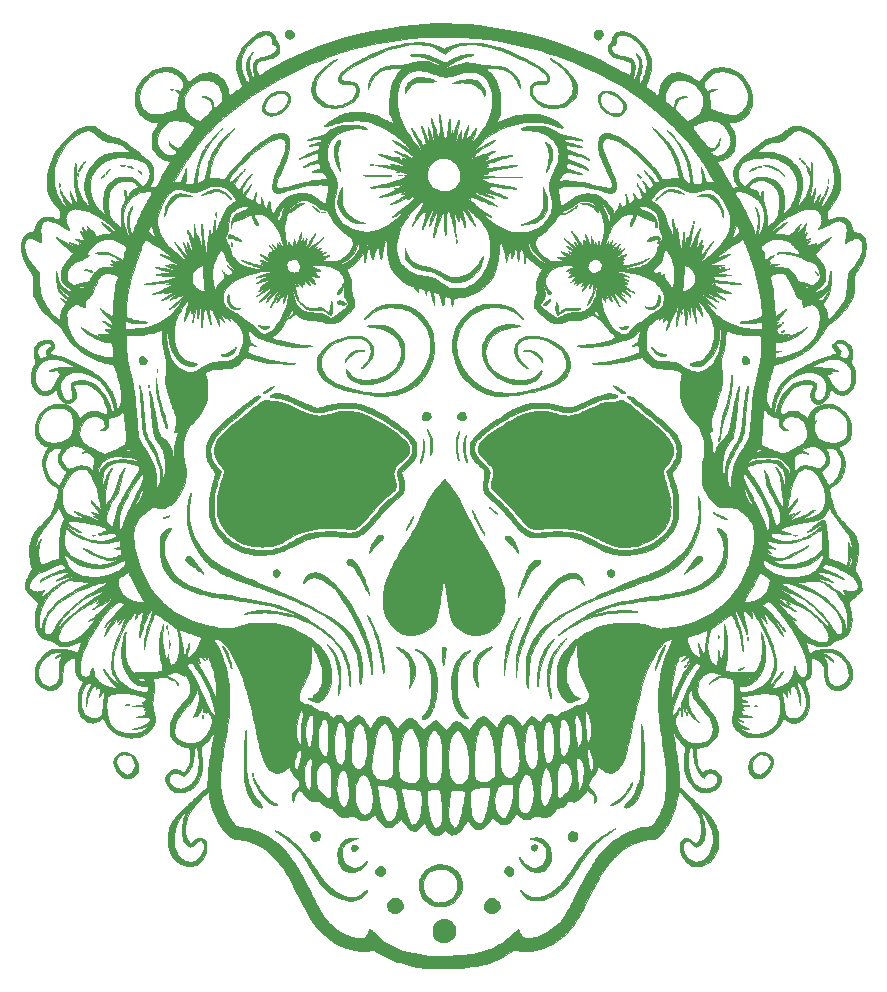
<source format=gbr>
%TF.GenerationSoftware,KiCad,Pcbnew,7.0.1*%
%TF.CreationDate,2023-06-02T16:28:30-07:00*%
%TF.ProjectId,skull,736b756c-6c2e-46b6-9963-61645f706362,rev?*%
%TF.SameCoordinates,Original*%
%TF.FileFunction,Copper,L1,Top*%
%TF.FilePolarity,Positive*%
%FSLAX46Y46*%
G04 Gerber Fmt 4.6, Leading zero omitted, Abs format (unit mm)*
G04 Created by KiCad (PCBNEW 7.0.1) date 2023-06-02 16:28:30*
%MOMM*%
%LPD*%
G01*
G04 APERTURE LIST*
%TA.AperFunction,EtchedComponent*%
%ADD10C,0.010000*%
%TD*%
G04 APERTURE END LIST*
%TO.C,G\u002A\u002A\u002A*%
D10*
X63921037Y-12026645D02*
X64213771Y-12026645D01*
X64215849Y-12125976D01*
X64230380Y-12237112D01*
X64263049Y-12333140D01*
X64317184Y-12416390D01*
X64396111Y-12489192D01*
X64503158Y-12553878D01*
X64641652Y-12612777D01*
X64814921Y-12668220D01*
X65026291Y-12722537D01*
X65087943Y-12736772D01*
X65329409Y-12795791D01*
X65529371Y-12854085D01*
X65688647Y-12911918D01*
X65808054Y-12969556D01*
X65810654Y-12971066D01*
X65925263Y-13056443D01*
X66028201Y-13167288D01*
X66107490Y-13289622D01*
X66133474Y-13347894D01*
X66162063Y-13459972D01*
X66177529Y-13601339D01*
X66179659Y-13760968D01*
X66168239Y-13927832D01*
X66147433Y-14068631D01*
X66112409Y-14268673D01*
X66090584Y-14429260D01*
X66081935Y-14551151D01*
X66086437Y-14635105D01*
X66104064Y-14681881D01*
X66127165Y-14693047D01*
X66163476Y-14673233D01*
X66206114Y-14617590D01*
X66253181Y-14531814D01*
X66302781Y-14421603D01*
X66353016Y-14292655D01*
X66401989Y-14150667D01*
X66447803Y-14001336D01*
X66488562Y-13850359D01*
X66522368Y-13703435D01*
X66547325Y-13566259D01*
X66561535Y-13444531D01*
X66564115Y-13380714D01*
X66560083Y-13277091D01*
X66545629Y-13179897D01*
X66517877Y-13079533D01*
X66473954Y-12966401D01*
X66410986Y-12830902D01*
X66382045Y-12772701D01*
X66335730Y-12672058D01*
X66310134Y-12596395D01*
X66306133Y-12549236D01*
X66322895Y-12534047D01*
X66357353Y-12551191D01*
X66406035Y-12597273D01*
X66462532Y-12664268D01*
X66520433Y-12744149D01*
X66573326Y-12828892D01*
X66602793Y-12884440D01*
X66697270Y-13114183D01*
X66753775Y-13339414D01*
X66774476Y-13569067D01*
X66774660Y-13592381D01*
X66770652Y-13692929D01*
X66757686Y-13804329D01*
X66734605Y-13931965D01*
X66700248Y-14081226D01*
X66653457Y-14257496D01*
X66593072Y-14466164D01*
X66570287Y-14541987D01*
X66532230Y-14688030D01*
X66516897Y-14802742D01*
X66524336Y-14890540D01*
X66554591Y-14955839D01*
X66574901Y-14978355D01*
X66620953Y-15012448D01*
X66659659Y-15026854D01*
X66664812Y-15026555D01*
X66691685Y-15006292D01*
X66729783Y-14959582D01*
X66764773Y-14906340D01*
X66814009Y-14814986D01*
X66871325Y-14694432D01*
X66932058Y-14555847D01*
X66991543Y-14410400D01*
X67045117Y-14269261D01*
X67088116Y-14143600D01*
X67101094Y-14100916D01*
X67174813Y-13782029D01*
X67208864Y-13472183D01*
X67203317Y-13172855D01*
X67158244Y-12885523D01*
X67073718Y-12611663D01*
X67023404Y-12494444D01*
X66881679Y-12230407D01*
X66711712Y-11979149D01*
X66518201Y-11745069D01*
X66305840Y-11532568D01*
X66079327Y-11346045D01*
X65843357Y-11189902D01*
X65602627Y-11068538D01*
X65436281Y-11007400D01*
X65274428Y-10970483D01*
X65113338Y-10957873D01*
X64964190Y-10969575D01*
X64838163Y-11005593D01*
X64834716Y-11007112D01*
X64761738Y-11042330D01*
X64707391Y-11078227D01*
X64668019Y-11121973D01*
X64639968Y-11180736D01*
X64619582Y-11261686D01*
X64603206Y-11371993D01*
X64590551Y-11486050D01*
X64574379Y-11613416D01*
X64553788Y-11705172D01*
X64524817Y-11768036D01*
X64483498Y-11808731D01*
X64425870Y-11833975D01*
X64378734Y-11845100D01*
X64302142Y-11865784D01*
X64252090Y-11897811D01*
X64224119Y-11948868D01*
X64213771Y-12026645D01*
X63921037Y-12026645D01*
X63930533Y-11943228D01*
X63959729Y-11846405D01*
X64011065Y-11753426D01*
X64090528Y-11650390D01*
X64095360Y-11644709D01*
X64179087Y-11537173D01*
X64235605Y-11438224D01*
X64272518Y-11332363D01*
X64290624Y-11246659D01*
X64338036Y-11090928D01*
X64422163Y-10954994D01*
X64541575Y-10840299D01*
X64694838Y-10748285D01*
X64841464Y-10691788D01*
X65035629Y-10653793D01*
X65241162Y-10655739D01*
X65456733Y-10697184D01*
X65681011Y-10777685D01*
X65912664Y-10896800D01*
X66150361Y-11054086D01*
X66312687Y-11180892D01*
X66608739Y-11453028D01*
X66880113Y-11758578D01*
X67127605Y-12098479D01*
X67232988Y-12265530D01*
X67344932Y-12464829D01*
X67430448Y-12651586D01*
X67492303Y-12836198D01*
X67533266Y-13029062D01*
X67556102Y-13240576D01*
X67563580Y-13481136D01*
X67563589Y-13507714D01*
X67556553Y-13754570D01*
X67534756Y-13977083D01*
X67495506Y-14190600D01*
X67436111Y-14410471D01*
X67371296Y-14604011D01*
X67328667Y-14723083D01*
X67284577Y-14846196D01*
X67244341Y-14958512D01*
X67214310Y-15042297D01*
X67183729Y-15133553D01*
X67157817Y-15221623D01*
X67141365Y-15289989D01*
X67139640Y-15299795D01*
X67133349Y-15357003D01*
X67142798Y-15389298D01*
X67174796Y-15413148D01*
X67189797Y-15421111D01*
X67233204Y-15447911D01*
X67304320Y-15496927D01*
X67397668Y-15564097D01*
X67507769Y-15645355D01*
X67629144Y-15736639D01*
X67756314Y-15833884D01*
X67883803Y-15933027D01*
X67945052Y-15981326D01*
X68135161Y-16131997D01*
X68212268Y-15819981D01*
X68243942Y-15697011D01*
X68277386Y-15575945D01*
X68309152Y-15468730D01*
X68335792Y-15387310D01*
X68342114Y-15370103D01*
X68461570Y-15100284D01*
X68601166Y-14860138D01*
X68758835Y-14651235D01*
X68932511Y-14475143D01*
X69120127Y-14333429D01*
X69319616Y-14227664D01*
X69528913Y-14159414D01*
X69745950Y-14130249D01*
X69961914Y-14140785D01*
X70200559Y-14189903D01*
X70457217Y-14272914D01*
X70727315Y-14387906D01*
X71006279Y-14532968D01*
X71243488Y-14676259D01*
X71400716Y-14774033D01*
X71525668Y-14844570D01*
X71618434Y-14887919D01*
X71679106Y-14904126D01*
X71682399Y-14904249D01*
X71710922Y-14886412D01*
X71737791Y-14841626D01*
X71740957Y-14833452D01*
X71782471Y-14748538D01*
X71850468Y-14643653D01*
X71938855Y-14525863D01*
X72041540Y-14402235D01*
X72152431Y-14279834D01*
X72265436Y-14165728D01*
X72374464Y-14066983D01*
X72458594Y-14001023D01*
X72657622Y-13883869D01*
X72882379Y-13795720D01*
X73127535Y-13736811D01*
X73387761Y-13707380D01*
X73657729Y-13707663D01*
X73932108Y-13737897D01*
X74205570Y-13798320D01*
X74472785Y-13889168D01*
X74521110Y-13909330D01*
X74772660Y-14038412D01*
X75017224Y-14204362D01*
X75249102Y-14401738D01*
X75462595Y-14625092D01*
X75652003Y-14868981D01*
X75811625Y-15127959D01*
X75826862Y-15156641D01*
X75964037Y-15458860D01*
X76063469Y-15766503D01*
X76125129Y-16076177D01*
X76148989Y-16384484D01*
X76135019Y-16688030D01*
X76083190Y-16983419D01*
X75993473Y-17267256D01*
X75865838Y-17536145D01*
X75847605Y-17567873D01*
X75801997Y-17634463D01*
X75735660Y-17717411D01*
X75658894Y-17804280D01*
X75607776Y-17857464D01*
X75416546Y-18022861D01*
X75202573Y-18157825D01*
X74960225Y-18265729D01*
X74877526Y-18294515D01*
X74785263Y-18322927D01*
X74703099Y-18342947D01*
X74618138Y-18356618D01*
X74517484Y-18365979D01*
X74388241Y-18373073D01*
X74378430Y-18373510D01*
X74080417Y-18386631D01*
X74287346Y-18682964D01*
X74390001Y-18832652D01*
X74469649Y-18955709D01*
X74529759Y-19058535D01*
X74573802Y-19147529D01*
X74605246Y-19229092D01*
X74627562Y-19309624D01*
X74627904Y-19311113D01*
X74636805Y-19374020D01*
X74643801Y-19471211D01*
X74648894Y-19594680D01*
X74652087Y-19736420D01*
X74653381Y-19888424D01*
X74652778Y-20042687D01*
X74650280Y-20191202D01*
X74645890Y-20325962D01*
X74639609Y-20438961D01*
X74631439Y-20522192D01*
X74627589Y-20545631D01*
X74578106Y-20714417D01*
X74497060Y-20872732D01*
X74380374Y-21027734D01*
X74309636Y-21103947D01*
X74107424Y-21287245D01*
X73900627Y-21430494D01*
X73690419Y-21533115D01*
X73477970Y-21594530D01*
X73275400Y-21614180D01*
X73211209Y-21617482D01*
X73166491Y-21625539D01*
X73154740Y-21631996D01*
X73162002Y-21654373D01*
X73188194Y-21707801D01*
X73230469Y-21787031D01*
X73285982Y-21886811D01*
X73351885Y-22001891D01*
X73398578Y-22081788D01*
X73547413Y-22335790D01*
X73678319Y-22562189D01*
X73795903Y-22769220D01*
X73904774Y-22965114D01*
X74009540Y-23158107D01*
X74114809Y-23356430D01*
X74155890Y-23434881D01*
X74241914Y-23595339D01*
X74314182Y-23719826D01*
X74375047Y-23811521D01*
X74426863Y-23873601D01*
X74471983Y-23909245D01*
X74512759Y-23921631D01*
X74516340Y-23921714D01*
X74548781Y-23915282D01*
X74608834Y-23898410D01*
X74685436Y-23874731D01*
X74767524Y-23847880D01*
X74781930Y-23842911D01*
X75847131Y-23842911D01*
X75880499Y-23891792D01*
X75942427Y-23942043D01*
X76026552Y-23989663D01*
X76126514Y-24030649D01*
X76235950Y-24060999D01*
X76276505Y-24068561D01*
X76360734Y-24086361D01*
X76421313Y-24112695D01*
X76476925Y-24156376D01*
X76490858Y-24169686D01*
X76536299Y-24225950D01*
X76592858Y-24314628D01*
X76656619Y-24428559D01*
X76723666Y-24560582D01*
X76790084Y-24703539D01*
X76818236Y-24768381D01*
X76830298Y-24791158D01*
X76839014Y-24788039D01*
X76846451Y-24753770D01*
X76854676Y-24683098D01*
X76855691Y-24673131D01*
X76875148Y-24500279D01*
X76894765Y-24367126D01*
X76915171Y-24271040D01*
X76936992Y-24209389D01*
X76960857Y-24179540D01*
X76974294Y-24175714D01*
X76996062Y-24189166D01*
X77014416Y-24231613D01*
X77029960Y-24306189D01*
X77043302Y-24416028D01*
X77055045Y-24564266D01*
X77057831Y-24608169D01*
X77074003Y-24819590D01*
X77096274Y-25003634D01*
X77127338Y-25175122D01*
X77169891Y-25348872D01*
X77226628Y-25539705D01*
X77228081Y-25544286D01*
X77263820Y-25659862D01*
X77292371Y-25761850D01*
X77314504Y-25857188D01*
X77330991Y-25952810D01*
X77342604Y-26055653D01*
X77350113Y-26172651D01*
X77354290Y-26310741D01*
X77355907Y-26476858D01*
X77355736Y-26677937D01*
X77355684Y-26691510D01*
X77353348Y-27291724D01*
X77464282Y-27199510D01*
X77518705Y-27151753D01*
X77594537Y-27081780D01*
X77683418Y-26997472D01*
X77776986Y-26906710D01*
X77820389Y-26863881D01*
X77953342Y-26727518D01*
X78057997Y-26609036D01*
X78139812Y-26500771D01*
X78204247Y-26395058D01*
X78256763Y-26284234D01*
X78284914Y-26211844D01*
X78330610Y-26069690D01*
X78366252Y-25919082D01*
X78392920Y-25752521D01*
X78411695Y-25562509D01*
X78423656Y-25341551D01*
X78427266Y-25223464D01*
X78430460Y-25070353D01*
X78431280Y-24950567D01*
X78429257Y-24855140D01*
X78423923Y-24775106D01*
X78414807Y-24701499D01*
X78401441Y-24625355D01*
X78394036Y-24588464D01*
X78323602Y-24344790D01*
X78217775Y-24116385D01*
X78080340Y-23907133D01*
X77915080Y-23720919D01*
X77725781Y-23561628D01*
X77516227Y-23433143D01*
X77290202Y-23339350D01*
X77137960Y-23299179D01*
X76914238Y-23270953D01*
X76700858Y-23282068D01*
X76491453Y-23333347D01*
X76320410Y-23404873D01*
X76238591Y-23452215D01*
X76145878Y-23516954D01*
X76051518Y-23591355D01*
X75964760Y-23667683D01*
X75894852Y-23738203D01*
X75851041Y-23795182D01*
X75848683Y-23799403D01*
X75847131Y-23842911D01*
X74781930Y-23842911D01*
X74844035Y-23821490D01*
X74903907Y-23799196D01*
X74936077Y-23784631D01*
X74937967Y-23783212D01*
X74929647Y-23764419D01*
X74900815Y-23721011D01*
X74857248Y-23661558D01*
X74846421Y-23647386D01*
X74727344Y-23463711D01*
X74634422Y-23260135D01*
X74569345Y-23044790D01*
X74533803Y-22825808D01*
X74530274Y-22650393D01*
X74902541Y-22650393D01*
X74904746Y-22866819D01*
X74941680Y-23083945D01*
X75014161Y-23296068D01*
X75022304Y-23314382D01*
X75086924Y-23431211D01*
X75168021Y-23538921D01*
X75258663Y-23631108D01*
X75351922Y-23701371D01*
X75440866Y-23743307D01*
X75496390Y-23752381D01*
X75539420Y-23745778D01*
X75583990Y-23722738D01*
X75635984Y-23678408D01*
X75701284Y-23607936D01*
X75767773Y-23528604D01*
X75938139Y-23352773D01*
X76134122Y-23208661D01*
X76351897Y-23097570D01*
X76587636Y-23020802D01*
X76837512Y-22979663D01*
X77097698Y-22975453D01*
X77317946Y-23000801D01*
X77583442Y-23066168D01*
X77832465Y-23165441D01*
X78060771Y-23295836D01*
X78264116Y-23454573D01*
X78438255Y-23638869D01*
X78561536Y-23815881D01*
X78651751Y-23989213D01*
X78722883Y-24175978D01*
X78775519Y-24380326D01*
X78810246Y-24606409D01*
X78827653Y-24858380D01*
X78828325Y-25140391D01*
X78812851Y-25456593D01*
X78806202Y-25545582D01*
X78795793Y-25679204D01*
X78786672Y-25801352D01*
X78779358Y-25904639D01*
X78774372Y-25981676D01*
X78772235Y-26025077D01*
X78772193Y-26028373D01*
X78772665Y-26054310D01*
X78777980Y-26067906D01*
X78793989Y-26066732D01*
X78826541Y-26048361D01*
X78881484Y-26010366D01*
X78964670Y-25950318D01*
X78970578Y-25946039D01*
X79121724Y-25815095D01*
X79267527Y-25647337D01*
X79405307Y-25448203D01*
X79532385Y-25223130D01*
X79646080Y-24977555D01*
X79743713Y-24716914D01*
X79822602Y-24446644D01*
X79880068Y-24172181D01*
X79895468Y-24069881D01*
X79904784Y-23977827D01*
X79912542Y-23858572D01*
X79917955Y-23727238D01*
X79920236Y-23598950D01*
X79920252Y-23593631D01*
X79918014Y-23444258D01*
X79908647Y-23319565D01*
X79889318Y-23207600D01*
X79857194Y-23096414D01*
X79809443Y-22974053D01*
X79743230Y-22828568D01*
X79734615Y-22810464D01*
X79585273Y-22534802D01*
X79414353Y-22290850D01*
X79218615Y-22075674D01*
X78994816Y-21886340D01*
X78739716Y-21719912D01*
X78450073Y-21573457D01*
X78297379Y-21509215D01*
X78169422Y-21460347D01*
X78056073Y-21422473D01*
X77948781Y-21394269D01*
X77838997Y-21374409D01*
X77718167Y-21361568D01*
X77577742Y-21354421D01*
X77409169Y-21351643D01*
X77279943Y-21351554D01*
X76908357Y-21360533D01*
X76574070Y-21385388D01*
X76274903Y-21426707D01*
X76008679Y-21485077D01*
X75773218Y-21561084D01*
X75566345Y-21655317D01*
X75385880Y-21768362D01*
X75229646Y-21900807D01*
X75224621Y-21905770D01*
X75096104Y-22062356D01*
X74999039Y-22242458D01*
X74934245Y-22440372D01*
X74902541Y-22650393D01*
X74530274Y-22650393D01*
X74529487Y-22611323D01*
X74558087Y-22409466D01*
X74575721Y-22344797D01*
X74621857Y-22220561D01*
X74684728Y-22093767D01*
X74766262Y-21962360D01*
X74868387Y-21824289D01*
X74993029Y-21677500D01*
X75142117Y-21519941D01*
X75317576Y-21349559D01*
X75521336Y-21164302D01*
X75755322Y-20962115D01*
X75774808Y-20945921D01*
X76465026Y-20945921D01*
X76484507Y-20945177D01*
X76537148Y-20939206D01*
X76614244Y-20929070D01*
X76681984Y-20919501D01*
X76801486Y-20906417D01*
X76954562Y-20896398D01*
X77132537Y-20889873D01*
X77326734Y-20887272D01*
X77332859Y-20887259D01*
X77490937Y-20887607D01*
X77615690Y-20889723D01*
X77716112Y-20894245D01*
X77801195Y-20901811D01*
X77879934Y-20913061D01*
X77961321Y-20928632D01*
X77984230Y-20933512D01*
X78342528Y-21026473D01*
X78669311Y-21144031D01*
X78968631Y-21287818D01*
X79180178Y-21415603D01*
X79412547Y-21590970D01*
X79632707Y-21798690D01*
X79834935Y-22031369D01*
X80013507Y-22281612D01*
X80162699Y-22542025D01*
X80276789Y-22805212D01*
X80293880Y-22854482D01*
X80359198Y-23103822D01*
X80394135Y-23369348D01*
X80398496Y-23652939D01*
X80372084Y-23956471D01*
X80314703Y-24281821D01*
X80226159Y-24630866D01*
X80106254Y-25005483D01*
X80054318Y-25149822D01*
X80018333Y-25248371D01*
X79988412Y-25332656D01*
X79967314Y-25394729D01*
X79957797Y-25426642D01*
X79957526Y-25428654D01*
X79963065Y-25443152D01*
X79984223Y-25438929D01*
X80027816Y-25413325D01*
X80070613Y-25384504D01*
X80190206Y-25284055D01*
X80312862Y-25147622D01*
X80435390Y-24981087D01*
X80554598Y-24790336D01*
X80667291Y-24581252D01*
X80770278Y-24359718D01*
X80860366Y-24131619D01*
X80934363Y-23902839D01*
X80984930Y-23699464D01*
X81003499Y-23580180D01*
X81016127Y-23434195D01*
X81021517Y-23276887D01*
X81021591Y-23265547D01*
X81015954Y-23076310D01*
X80995211Y-22905158D01*
X80956390Y-22739262D01*
X80896518Y-22565793D01*
X80816546Y-22380373D01*
X80756069Y-22246916D01*
X80714181Y-22147440D01*
X80689725Y-22078476D01*
X80681545Y-22036559D01*
X80688483Y-22018223D01*
X80695162Y-22016714D01*
X80727517Y-22035135D01*
X80775651Y-22090694D01*
X80839878Y-22183837D01*
X80920510Y-22315006D01*
X80989378Y-22434089D01*
X81048421Y-22537661D01*
X81089669Y-22607770D01*
X81115969Y-22647912D01*
X81130168Y-22661584D01*
X81135114Y-22652281D01*
X81133654Y-22623501D01*
X81132147Y-22609381D01*
X81125117Y-22536324D01*
X81116904Y-22434944D01*
X81108161Y-22315312D01*
X81099540Y-22187499D01*
X81091696Y-22061578D01*
X81085283Y-21947618D01*
X81080952Y-21855693D01*
X81079359Y-21795872D01*
X81079359Y-21795789D01*
X81083679Y-21728113D01*
X81095676Y-21699722D01*
X81113906Y-21708561D01*
X81136926Y-21752577D01*
X81163290Y-21829716D01*
X81191556Y-21937922D01*
X81197463Y-21963797D01*
X81212309Y-22055413D01*
X81224643Y-22181259D01*
X81234276Y-22333292D01*
X81241017Y-22503473D01*
X81244674Y-22683761D01*
X81245058Y-22866115D01*
X81241976Y-23042495D01*
X81235240Y-23204859D01*
X81229066Y-23295933D01*
X81198943Y-23604969D01*
X81159874Y-23901727D01*
X81112990Y-24180198D01*
X81059421Y-24434373D01*
X81000299Y-24658244D01*
X80938052Y-24842464D01*
X80901197Y-24937345D01*
X80865843Y-25028274D01*
X80837702Y-25100563D01*
X80829441Y-25121748D01*
X80810996Y-25183255D01*
X80810183Y-25221162D01*
X80825110Y-25229913D01*
X80853888Y-25203954D01*
X80856328Y-25200752D01*
X80909554Y-25120085D01*
X80973493Y-25008100D01*
X81044225Y-24873203D01*
X81117831Y-24723802D01*
X81190391Y-24568304D01*
X81257986Y-24415114D01*
X81316698Y-24272639D01*
X81362607Y-24149286D01*
X81391793Y-24053462D01*
X81392435Y-24050827D01*
X81417440Y-23964947D01*
X81441113Y-23914682D01*
X81461153Y-23901323D01*
X81475260Y-23926157D01*
X81481135Y-23990474D01*
X81481177Y-24001089D01*
X81479296Y-24040254D01*
X81473333Y-24091180D01*
X81462443Y-24158043D01*
X81445787Y-24245021D01*
X81422519Y-24356293D01*
X81391799Y-24496035D01*
X81352784Y-24668425D01*
X81304632Y-24877641D01*
X81302976Y-24884797D01*
X81271557Y-25030890D01*
X81254137Y-25139718D01*
X81250933Y-25214044D01*
X81262161Y-25256630D01*
X81288037Y-25270238D01*
X81328778Y-25257631D01*
X81332051Y-25255914D01*
X81372407Y-25221096D01*
X81427131Y-25154877D01*
X81491729Y-25063754D01*
X81561705Y-24954225D01*
X81632567Y-24832788D01*
X81661956Y-24778964D01*
X81730284Y-24653986D01*
X81783108Y-24564211D01*
X81822584Y-24506370D01*
X81850870Y-24477192D01*
X81864370Y-24472047D01*
X81873412Y-24477077D01*
X81875403Y-24495560D01*
X81869147Y-24532588D01*
X81853451Y-24593253D01*
X81827120Y-24682646D01*
X81788958Y-24805860D01*
X81777455Y-24842464D01*
X81732824Y-24986239D01*
X81701964Y-25092545D01*
X81685088Y-25164017D01*
X81682412Y-25203290D01*
X81694147Y-25212998D01*
X81720507Y-25195776D01*
X81761706Y-25154259D01*
X81799325Y-25112339D01*
X81889975Y-24998862D01*
X81989498Y-24855978D01*
X82091417Y-24693737D01*
X82189260Y-24522184D01*
X82232722Y-24439781D01*
X82291431Y-24322106D01*
X82336474Y-24222263D01*
X82373747Y-24125027D01*
X82409147Y-24015174D01*
X82443635Y-23895256D01*
X82464793Y-23830648D01*
X82485291Y-23786515D01*
X82498117Y-23773547D01*
X82509278Y-23792709D01*
X82516750Y-23842236D01*
X82518693Y-23892575D01*
X82508643Y-23994744D01*
X82478066Y-24123371D01*
X82426317Y-24280254D01*
X82352750Y-24467187D01*
X82256723Y-24685966D01*
X82160363Y-24891232D01*
X82083621Y-25051693D01*
X82024307Y-25178195D01*
X81981016Y-25274690D01*
X81952339Y-25345130D01*
X81936869Y-25393468D01*
X81933198Y-25423656D01*
X81939918Y-25439647D01*
X81955623Y-25445392D01*
X81962889Y-25445714D01*
X82025117Y-25427629D01*
X82102642Y-25376502D01*
X82191570Y-25297027D01*
X82288008Y-25193897D01*
X82388063Y-25071805D01*
X82487843Y-24935443D01*
X82583454Y-24789506D01*
X82671005Y-24638686D01*
X82732534Y-24517858D01*
X82867304Y-24187093D01*
X82968088Y-23837219D01*
X83034232Y-23474936D01*
X83065081Y-23106947D01*
X83059981Y-22739953D01*
X83018279Y-22380657D01*
X82965474Y-22131485D01*
X82873100Y-21835937D01*
X82745553Y-21529224D01*
X82586529Y-21216955D01*
X82399722Y-20904741D01*
X82188828Y-20598194D01*
X81957540Y-20302923D01*
X81709555Y-20024541D01*
X81448567Y-19768657D01*
X81354526Y-19685186D01*
X81155193Y-19524532D01*
X80953372Y-19383497D01*
X80753168Y-19263846D01*
X80558685Y-19167342D01*
X80374025Y-19095752D01*
X80203292Y-19050839D01*
X80050590Y-19034367D01*
X79920023Y-19048102D01*
X79891893Y-19056270D01*
X79819352Y-19089386D01*
X79722698Y-19146648D01*
X79608759Y-19223308D01*
X79484363Y-19314621D01*
X79356338Y-19415841D01*
X79269609Y-19488842D01*
X79076585Y-19648291D01*
X78902518Y-19775563D01*
X78742660Y-19873559D01*
X78592267Y-19945180D01*
X78446594Y-19993326D01*
X78442471Y-19994382D01*
X78373448Y-20007807D01*
X78274615Y-20021695D01*
X78158451Y-20034522D01*
X78037432Y-20044764D01*
X78020776Y-20045907D01*
X77880290Y-20057458D01*
X77756616Y-20073896D01*
X77644454Y-20097938D01*
X77538504Y-20132299D01*
X77433466Y-20179698D01*
X77324039Y-20242850D01*
X77204924Y-20324471D01*
X77070819Y-20427279D01*
X76916426Y-20553990D01*
X76745484Y-20699537D01*
X76654562Y-20778053D01*
X76575938Y-20846471D01*
X76514763Y-20900265D01*
X76476192Y-20934908D01*
X76465026Y-20945921D01*
X75774808Y-20945921D01*
X76021463Y-20740947D01*
X76270748Y-20539421D01*
X76524275Y-20341087D01*
X76753905Y-20171611D01*
X76964173Y-20028490D01*
X77159613Y-19909216D01*
X77344761Y-19811285D01*
X77524150Y-19732190D01*
X77702316Y-19669427D01*
X77883794Y-19620489D01*
X77966192Y-19602623D01*
X78176947Y-19543003D01*
X78390299Y-19451345D01*
X78591846Y-19334381D01*
X78687526Y-19265542D01*
X78835319Y-19151125D01*
X78955175Y-19059550D01*
X79052225Y-18987232D01*
X79131604Y-18930585D01*
X79198443Y-18886021D01*
X79257874Y-18849954D01*
X79315030Y-18818799D01*
X79357120Y-18797656D01*
X79558499Y-18716121D01*
X79761683Y-18668761D01*
X79969329Y-18656032D01*
X80184094Y-18678390D01*
X80408633Y-18736291D01*
X80645604Y-18830191D01*
X80897662Y-18960546D01*
X81127507Y-19101490D01*
X81331989Y-19246275D01*
X81548915Y-19420323D01*
X81770115Y-19615922D01*
X81987420Y-19825358D01*
X82192662Y-20040917D01*
X82377672Y-20254888D01*
X82462367Y-20361914D01*
X82704524Y-20701637D01*
X82921199Y-21052180D01*
X83111049Y-21409730D01*
X83272729Y-21770470D01*
X83404895Y-22130588D01*
X83506203Y-22486269D01*
X83575309Y-22833697D01*
X83610869Y-23169059D01*
X83611539Y-23488539D01*
X83602982Y-23598907D01*
X83550839Y-23929934D01*
X83462097Y-24265449D01*
X83340271Y-24597356D01*
X83188876Y-24917558D01*
X83011428Y-25217961D01*
X82811441Y-25490468D01*
X82750601Y-25562131D01*
X82644544Y-25686702D01*
X82566279Y-25789833D01*
X82512658Y-25878975D01*
X82480534Y-25961583D01*
X82466759Y-26045108D01*
X82468185Y-26137004D01*
X82476617Y-26210835D01*
X82497577Y-26356152D01*
X82514713Y-26464291D01*
X82529242Y-26540107D01*
X82542382Y-26588456D01*
X82555351Y-26614190D01*
X82569365Y-26622166D01*
X82579307Y-26620246D01*
X82855728Y-26521040D01*
X83107515Y-26448004D01*
X83332668Y-26401585D01*
X83529188Y-26382226D01*
X83640526Y-26384356D01*
X83847101Y-26416926D01*
X84027375Y-26481984D01*
X84183303Y-26580890D01*
X84316836Y-26715001D01*
X84429929Y-26885675D01*
X84467404Y-26959247D01*
X84505746Y-27047326D01*
X84545692Y-27151333D01*
X84583927Y-27261089D01*
X84617139Y-27366414D01*
X84642014Y-27457129D01*
X84655240Y-27523054D01*
X84656526Y-27540301D01*
X84676774Y-27592491D01*
X84736218Y-27633557D01*
X84832909Y-27662332D01*
X84871278Y-27668736D01*
X85067563Y-27708508D01*
X85231351Y-27768653D01*
X85368632Y-27851914D01*
X85468193Y-27942097D01*
X85580136Y-28088448D01*
X85663750Y-28258957D01*
X85719679Y-28455950D01*
X85748571Y-28681755D01*
X85751070Y-28938700D01*
X85750218Y-28959142D01*
X85717821Y-29289352D01*
X85649828Y-29615951D01*
X85545122Y-29942020D01*
X85402585Y-30270643D01*
X85221100Y-30604901D01*
X85062681Y-30855283D01*
X84990844Y-30965455D01*
X84924945Y-31071674D01*
X84869819Y-31165754D01*
X84830298Y-31239510D01*
X84813603Y-31277131D01*
X84803048Y-31311861D01*
X84794296Y-31354296D01*
X84787049Y-31409171D01*
X84781009Y-31481222D01*
X84775877Y-31575185D01*
X84771355Y-31695797D01*
X84767144Y-31847792D01*
X84762946Y-32035908D01*
X84761595Y-32102631D01*
X84757140Y-32312867D01*
X84752408Y-32486555D01*
X84746579Y-32629476D01*
X84738835Y-32747411D01*
X84728358Y-32846142D01*
X84714329Y-32931451D01*
X84695932Y-33009118D01*
X84672347Y-33084925D01*
X84642756Y-33164654D01*
X84606342Y-33254086D01*
X84594707Y-33281901D01*
X84499725Y-33477614D01*
X84373454Y-33690336D01*
X84220560Y-33914722D01*
X84045705Y-34145430D01*
X83853553Y-34377116D01*
X83648767Y-34604437D01*
X83436011Y-34822048D01*
X83219948Y-35024606D01*
X83005243Y-35206768D01*
X82796557Y-35363189D01*
X82751526Y-35393879D01*
X82652676Y-35464634D01*
X82561940Y-35540871D01*
X82475438Y-35627441D01*
X82389288Y-35729193D01*
X82299612Y-35850977D01*
X82202528Y-35997644D01*
X82094157Y-36174043D01*
X82002001Y-36330731D01*
X81784958Y-36664333D01*
X81529899Y-36983902D01*
X81239532Y-37286973D01*
X80916563Y-37571082D01*
X80563697Y-37833763D01*
X80183642Y-38072554D01*
X79947715Y-38201256D01*
X79703174Y-38321117D01*
X79456328Y-38428391D01*
X79196244Y-38527335D01*
X78911988Y-38622207D01*
X78708544Y-38683865D01*
X78570482Y-38725135D01*
X78433777Y-38767460D01*
X78308423Y-38807639D01*
X78204416Y-38842473D01*
X78135098Y-38867464D01*
X78049684Y-38902249D01*
X77994246Y-38931337D01*
X77958449Y-38961965D01*
X77931960Y-39001371D01*
X77924967Y-39014642D01*
X77885575Y-39104949D01*
X77840085Y-39231448D01*
X77789808Y-39388651D01*
X77736056Y-39571071D01*
X77680140Y-39773220D01*
X77623373Y-39989609D01*
X77567065Y-40214752D01*
X77512528Y-40443160D01*
X77461075Y-40669346D01*
X77414015Y-40887822D01*
X77372661Y-41093100D01*
X77338325Y-41279692D01*
X77312318Y-41442112D01*
X77295951Y-41574869D01*
X77290526Y-41669260D01*
X77304775Y-41816047D01*
X77344176Y-41978577D01*
X77403709Y-42143904D01*
X77478355Y-42299082D01*
X77563095Y-42431163D01*
X77605821Y-42482493D01*
X77658311Y-42534945D01*
X77699795Y-42562971D01*
X77732716Y-42563675D01*
X77759517Y-42534162D01*
X77782643Y-42471536D01*
X77804536Y-42372900D01*
X77827640Y-42235360D01*
X77830615Y-42216072D01*
X77886878Y-41948911D01*
X77976622Y-41660541D01*
X78098739Y-41354162D01*
X78213608Y-41109047D01*
X78345872Y-40857078D01*
X78480753Y-40626468D01*
X78614636Y-40422895D01*
X78743904Y-40252033D01*
X78803817Y-40182683D01*
X78920982Y-40067674D01*
X79074078Y-39939587D01*
X79259577Y-39800676D01*
X79473951Y-39653193D01*
X79713671Y-39499393D01*
X79975209Y-39341528D01*
X80255037Y-39181853D01*
X80483901Y-39058146D01*
X81206212Y-39058146D01*
X81209401Y-39065844D01*
X81244466Y-39079585D01*
X81320655Y-39092257D01*
X81436773Y-39103760D01*
X81591621Y-39113997D01*
X81784002Y-39122865D01*
X81968359Y-39129031D01*
X82249880Y-39140458D01*
X82490837Y-39157421D01*
X82692655Y-39180082D01*
X82856762Y-39208602D01*
X82984583Y-39243143D01*
X82988263Y-39244409D01*
X83065799Y-39273184D01*
X83150880Y-39307717D01*
X83235014Y-39344150D01*
X83309714Y-39378629D01*
X83366488Y-39407297D01*
X83396849Y-39426300D01*
X83399346Y-39431116D01*
X83376384Y-39432733D01*
X83317530Y-39431942D01*
X83229144Y-39428969D01*
X83117585Y-39424041D01*
X82989213Y-39417384D01*
X82948233Y-39415075D01*
X82813517Y-39407838D01*
X82691321Y-39402201D01*
X82588627Y-39398410D01*
X82512417Y-39396714D01*
X82469674Y-39397360D01*
X82464933Y-39397936D01*
X82466090Y-39408184D01*
X82503623Y-39430501D01*
X82573921Y-39463075D01*
X82673368Y-39504088D01*
X82686959Y-39509440D01*
X82798011Y-39553597D01*
X82870759Y-39586031D01*
X82904570Y-39609556D01*
X82898810Y-39626987D01*
X82852847Y-39641138D01*
X82766046Y-39654823D01*
X82650984Y-39669249D01*
X82561219Y-39680432D01*
X82489556Y-39689859D01*
X82444756Y-39696348D01*
X82434045Y-39698553D01*
X82443297Y-39717323D01*
X82469061Y-39767897D01*
X82508372Y-39844494D01*
X82558260Y-39941335D01*
X82615759Y-40052638D01*
X82622215Y-40065117D01*
X82723323Y-40256525D01*
X82812034Y-40414903D01*
X82892282Y-40546281D01*
X82967998Y-40656687D01*
X83043114Y-40752149D01*
X83121562Y-40838696D01*
X83137231Y-40854692D01*
X83292330Y-40991050D01*
X83446303Y-41085432D01*
X83600128Y-41138144D01*
X83754783Y-41149492D01*
X83911246Y-41119782D01*
X83946578Y-41107553D01*
X84089710Y-41031993D01*
X84217998Y-40919800D01*
X84327006Y-40775375D01*
X84380109Y-40677605D01*
X84438800Y-40545877D01*
X84481612Y-40425893D01*
X84510785Y-40306426D01*
X84528560Y-40176248D01*
X84537177Y-40024130D01*
X84538983Y-39881381D01*
X84538460Y-39752740D01*
X84536074Y-39656533D01*
X84530662Y-39582867D01*
X84521062Y-39521849D01*
X84506112Y-39463585D01*
X84484648Y-39398182D01*
X84480957Y-39387608D01*
X84381692Y-39166052D01*
X84249156Y-38967892D01*
X84086808Y-38795468D01*
X83898103Y-38651123D01*
X83686498Y-38537198D01*
X83455450Y-38456035D01*
X83208416Y-38409975D01*
X83022785Y-38399862D01*
X82824168Y-38409664D01*
X82625337Y-38440985D01*
X82412392Y-38496254D01*
X82338776Y-38519468D01*
X82185174Y-38572461D01*
X82028377Y-38631531D01*
X81872945Y-38694473D01*
X81723438Y-38759080D01*
X81584417Y-38823146D01*
X81460443Y-38884465D01*
X81356075Y-38940831D01*
X81275873Y-38990037D01*
X81224399Y-39029878D01*
X81206212Y-39058146D01*
X80483901Y-39058146D01*
X80549626Y-39022620D01*
X80855448Y-38866083D01*
X80899443Y-38844272D01*
X81154118Y-38720564D01*
X81385745Y-38612926D01*
X81605350Y-38516838D01*
X81823958Y-38427775D01*
X82052596Y-38341214D01*
X82302290Y-38252634D01*
X82529276Y-38175722D01*
X82686519Y-38122982D01*
X82836646Y-38072050D01*
X82973250Y-38025142D01*
X83089921Y-37984477D01*
X83180252Y-37952275D01*
X83237835Y-37930752D01*
X83243688Y-37928404D01*
X83365434Y-37878697D01*
X83192820Y-37722076D01*
X83066865Y-37599479D01*
X82977278Y-37491927D01*
X82922381Y-37395903D01*
X82900495Y-37307888D01*
X82909942Y-37224365D01*
X82927091Y-37182406D01*
X83202710Y-37182406D01*
X83219251Y-37252034D01*
X83274032Y-37334207D01*
X83366711Y-37427832D01*
X83402692Y-37458685D01*
X83502725Y-37545725D01*
X83570241Y-37617757D01*
X83608059Y-37683080D01*
X83619001Y-37749992D01*
X83605888Y-37826792D01*
X83571541Y-37921781D01*
X83565249Y-37936883D01*
X83537859Y-38012469D01*
X83520789Y-38080379D01*
X83517624Y-38120419D01*
X83542832Y-38173253D01*
X83606467Y-38222415D01*
X83710004Y-38268839D01*
X83797346Y-38297385D01*
X83938729Y-38325240D01*
X84059395Y-38320012D01*
X84156429Y-38281871D01*
X84165150Y-38275949D01*
X84232240Y-38212137D01*
X84276498Y-38129092D01*
X84300486Y-38019872D01*
X84306855Y-37891714D01*
X84304793Y-37796801D01*
X84296370Y-37725402D01*
X84277444Y-37659340D01*
X84243870Y-37580438D01*
X84228367Y-37547426D01*
X84145170Y-37401363D01*
X84045615Y-37274309D01*
X83936792Y-37174041D01*
X83829549Y-37109930D01*
X83742258Y-37083504D01*
X83632943Y-37066224D01*
X83515760Y-37058735D01*
X83404865Y-37061683D01*
X83314415Y-37075712D01*
X83285715Y-37085151D01*
X83224750Y-37126414D01*
X83202710Y-37182406D01*
X82927091Y-37182406D01*
X82930885Y-37173125D01*
X82976143Y-37110829D01*
X83048766Y-37038444D01*
X83138264Y-36964835D01*
X83234146Y-36898862D01*
X83298843Y-36862275D01*
X83363620Y-36832173D01*
X83421433Y-36814013D01*
X83487196Y-36804887D01*
X83575823Y-36801887D01*
X83609221Y-36801746D01*
X83706488Y-36803219D01*
X83777130Y-36809934D01*
X83836807Y-36825128D01*
X83901179Y-36852039D01*
X83937304Y-36869553D01*
X84112190Y-36975461D01*
X84272719Y-37109916D01*
X84410415Y-37264341D01*
X84516804Y-37430157D01*
X84541422Y-37481004D01*
X84601557Y-37657002D01*
X84629328Y-37846038D01*
X84624827Y-38052363D01*
X84588149Y-38280225D01*
X84561649Y-38389131D01*
X84529679Y-38525857D01*
X84515698Y-38629048D01*
X84517073Y-38690853D01*
X84531305Y-38744505D01*
X84561518Y-38824570D01*
X84603320Y-38920349D01*
X84652321Y-39021144D01*
X84653808Y-39024040D01*
X84725098Y-39169037D01*
X84777982Y-39295232D01*
X84815042Y-39413901D01*
X84838860Y-39536320D01*
X84852020Y-39673762D01*
X84857103Y-39837503D01*
X84857453Y-39913131D01*
X84853179Y-40108453D01*
X84838928Y-40273740D01*
X84812257Y-40420616D01*
X84770726Y-40560703D01*
X84711894Y-40705623D01*
X84674202Y-40785627D01*
X84556694Y-40984264D01*
X84414211Y-41149210D01*
X84245237Y-41282012D01*
X84119256Y-41352424D01*
X83973225Y-41418777D01*
X83855486Y-41461952D01*
X83760066Y-41483631D01*
X83680994Y-41485497D01*
X83658484Y-41482244D01*
X83568612Y-41455851D01*
X83456188Y-41408581D01*
X83330361Y-41345777D01*
X83200276Y-41272784D01*
X83075081Y-41194943D01*
X82963924Y-41117599D01*
X82875950Y-41046096D01*
X82829368Y-40997889D01*
X82796068Y-40959128D01*
X82770973Y-40941055D01*
X82751107Y-40947656D01*
X82733498Y-40982917D01*
X82715171Y-41050825D01*
X82693152Y-41155365D01*
X82686345Y-41189592D01*
X82628189Y-41409642D01*
X82544339Y-41601921D01*
X82430082Y-41775427D01*
X82307606Y-41912800D01*
X82149258Y-42052789D01*
X81995821Y-42150834D01*
X81846785Y-42206976D01*
X81701637Y-42221256D01*
X81559866Y-42193715D01*
X81420960Y-42124392D01*
X81284408Y-42013330D01*
X81266703Y-41995727D01*
X81161565Y-41868856D01*
X81093558Y-41735518D01*
X81058607Y-41585730D01*
X81051639Y-41468881D01*
X81057721Y-41348771D01*
X81079419Y-41233035D01*
X81119944Y-41110358D01*
X81182504Y-40969427D01*
X81207741Y-40918547D01*
X81257211Y-40818508D01*
X81288005Y-40748034D01*
X81301779Y-40699560D01*
X81300187Y-40665518D01*
X81284884Y-40638342D01*
X81272058Y-40624413D01*
X81209364Y-40584424D01*
X81112725Y-40551111D01*
X80990120Y-40525264D01*
X80849527Y-40507672D01*
X80698925Y-40499125D01*
X80546290Y-40500413D01*
X80399602Y-40512325D01*
X80300592Y-40528239D01*
X80108589Y-40584594D01*
X79909235Y-40675015D01*
X79710806Y-40794225D01*
X79521579Y-40936948D01*
X79349829Y-41097905D01*
X79273468Y-41183131D01*
X79140276Y-41354376D01*
X79008875Y-41547239D01*
X78883370Y-41753866D01*
X78767871Y-41966404D01*
X78666483Y-42177000D01*
X78583314Y-42377802D01*
X78522473Y-42560956D01*
X78496492Y-42668617D01*
X78483654Y-42802659D01*
X78498730Y-42919826D01*
X78539665Y-43014612D01*
X78604403Y-43081507D01*
X78660494Y-43108109D01*
X78719094Y-43106578D01*
X78801817Y-43076136D01*
X78903999Y-43018914D01*
X78998766Y-42953700D01*
X79119758Y-42878058D01*
X79247839Y-42827974D01*
X79393682Y-42800410D01*
X79565943Y-42792325D01*
X79761154Y-42806194D01*
X79944949Y-42848613D01*
X80123940Y-42922314D01*
X80304741Y-43030031D01*
X80493967Y-43174498D01*
X80497276Y-43177271D01*
X80598952Y-43260803D01*
X80683134Y-43326326D01*
X80745887Y-43370968D01*
X80783275Y-43391860D01*
X80791709Y-43392065D01*
X80803416Y-43371492D01*
X80830825Y-43320875D01*
X80869947Y-43247641D01*
X80916795Y-43159221D01*
X80920800Y-43151631D01*
X81011246Y-42988183D01*
X81095304Y-42856336D01*
X81180241Y-42747619D01*
X81273324Y-42653563D01*
X81381820Y-42565697D01*
X81485255Y-42493734D01*
X81714677Y-42366728D01*
X81963740Y-42276641D01*
X82233134Y-42223282D01*
X82518693Y-42206441D01*
X82727714Y-42216522D01*
X82916861Y-42248052D01*
X83102031Y-42304735D01*
X83291276Y-42386478D01*
X83550364Y-42534538D01*
X83784765Y-42716090D01*
X83992767Y-42929069D01*
X84172660Y-43171415D01*
X84322733Y-43441062D01*
X84441277Y-43735949D01*
X84460880Y-43797214D01*
X84481658Y-43868571D01*
X84496554Y-43932304D01*
X84506570Y-43997965D01*
X84512709Y-44075104D01*
X84515974Y-44173272D01*
X84517366Y-44302020D01*
X84517527Y-44336964D01*
X84516180Y-44508178D01*
X84509459Y-44647134D01*
X84495595Y-44763753D01*
X84472817Y-44867958D01*
X84439356Y-44969669D01*
X84393442Y-45078809D01*
X84379971Y-45108071D01*
X84300185Y-45240182D01*
X84185929Y-45373799D01*
X84044259Y-45502195D01*
X83882230Y-45618646D01*
X83782579Y-45677585D01*
X83655754Y-45750023D01*
X83556469Y-45813282D01*
X83487982Y-45865042D01*
X83453550Y-45902983D01*
X83450026Y-45914456D01*
X83463306Y-45939577D01*
X83496812Y-45982002D01*
X83515224Y-46002532D01*
X83575663Y-46082704D01*
X83641718Y-46196117D01*
X83710217Y-46334601D01*
X83777989Y-46489988D01*
X83841862Y-46654108D01*
X83898664Y-46818790D01*
X83945226Y-46975865D01*
X83978375Y-47117163D01*
X83994941Y-47234514D01*
X83995249Y-47239160D01*
X83991234Y-47487681D01*
X83950095Y-47747408D01*
X83873272Y-48012075D01*
X83762200Y-48275417D01*
X83753521Y-48292956D01*
X83623820Y-48527375D01*
X83485097Y-48725788D01*
X83331505Y-48894402D01*
X83157196Y-49039425D01*
X82956321Y-49167063D01*
X82902449Y-49196359D01*
X82795916Y-49255376D01*
X82722823Y-49305187D01*
X82677672Y-49353201D01*
X82654968Y-49406829D01*
X82649213Y-49473480D01*
X82652452Y-49533381D01*
X82664245Y-49618256D01*
X82687447Y-49736768D01*
X82720268Y-49882331D01*
X82760914Y-50048358D01*
X82807594Y-50228265D01*
X82858517Y-50415466D01*
X82911890Y-50603374D01*
X82965921Y-50785404D01*
X83018819Y-50954970D01*
X83068790Y-51105488D01*
X83114045Y-51230370D01*
X83114558Y-51231701D01*
X83152680Y-51322928D01*
X83196322Y-51410358D01*
X83248769Y-51498213D01*
X83313304Y-51590721D01*
X83393211Y-51692105D01*
X83491775Y-51806592D01*
X83612278Y-51938405D01*
X83758006Y-52091771D01*
X83883817Y-52221419D01*
X84091415Y-52436513D01*
X84269957Y-52627410D01*
X84422254Y-52797784D01*
X84551117Y-52951306D01*
X84659356Y-53091650D01*
X84749782Y-53222489D01*
X84825204Y-53347496D01*
X84888432Y-53470343D01*
X84942278Y-53594703D01*
X84950301Y-53615221D01*
X84997268Y-53745946D01*
X85032896Y-53868927D01*
X85058529Y-53993321D01*
X85075512Y-54128286D01*
X85085187Y-54282980D01*
X85088898Y-54466562D01*
X85088983Y-54560464D01*
X85079725Y-54903714D01*
X85054595Y-55213981D01*
X85013840Y-55489685D01*
X84957706Y-55729249D01*
X84886439Y-55931097D01*
X84868284Y-55971279D01*
X84830948Y-56059313D01*
X84811026Y-56136219D01*
X84810239Y-56209557D01*
X84830305Y-56286888D01*
X84872943Y-56375772D01*
X84939873Y-56483769D01*
X85007166Y-56582030D01*
X85111928Y-56746392D01*
X85202872Y-56918216D01*
X85274372Y-57085668D01*
X85320800Y-57236915D01*
X85322735Y-57245536D01*
X85337518Y-57325220D01*
X85353944Y-57433457D01*
X85370106Y-57556615D01*
X85384099Y-57681062D01*
X85385313Y-57693131D01*
X85396656Y-57811375D01*
X85403151Y-57894790D01*
X85404671Y-57950616D01*
X85401093Y-57986092D01*
X85392291Y-58008458D01*
X85379607Y-58023549D01*
X85356484Y-58045354D01*
X85307320Y-58091305D01*
X85236583Y-58157250D01*
X85148740Y-58239038D01*
X85048260Y-58332519D01*
X84939610Y-58433540D01*
X84827258Y-58537950D01*
X84715671Y-58641599D01*
X84609317Y-58740336D01*
X84512664Y-58830009D01*
X84430180Y-58906467D01*
X84366332Y-58965560D01*
X84325587Y-59003135D01*
X84312797Y-59014769D01*
X84312801Y-59038612D01*
X84322334Y-59096636D01*
X84340010Y-59182119D01*
X84364445Y-59288341D01*
X84392476Y-59401624D01*
X84450164Y-59640233D01*
X84493235Y-59849815D01*
X84523172Y-60040495D01*
X84541457Y-60222398D01*
X84549575Y-60405649D01*
X84550305Y-60479066D01*
X84537382Y-60757876D01*
X84498799Y-61022876D01*
X84436067Y-61267502D01*
X84350699Y-61485191D01*
X84293841Y-61592424D01*
X84224022Y-61693094D01*
X84132909Y-61799694D01*
X84031155Y-61901553D01*
X83929412Y-61988000D01*
X83839214Y-62047891D01*
X83769959Y-62079105D01*
X83675225Y-62114091D01*
X83570814Y-62147225D01*
X83521762Y-62160857D01*
X83291718Y-62234320D01*
X83091598Y-62327310D01*
X82911661Y-62444565D01*
X82867943Y-62478830D01*
X82780053Y-62544453D01*
X82682881Y-62608291D01*
X82595174Y-62658159D01*
X82582193Y-62664543D01*
X82515247Y-62694451D01*
X82456203Y-62714244D01*
X82392196Y-62726458D01*
X82310360Y-62733631D01*
X82210263Y-62737893D01*
X82037750Y-62735518D01*
X81858278Y-62716117D01*
X81666398Y-62678366D01*
X81456659Y-62620945D01*
X81223610Y-62542532D01*
X80961802Y-62441807D01*
X80921494Y-62425420D01*
X80814570Y-62382542D01*
X80740526Y-62355649D01*
X80693527Y-62343598D01*
X80667737Y-62345251D01*
X80657322Y-62359468D01*
X80656026Y-62373552D01*
X80662470Y-62403882D01*
X80680267Y-62466681D01*
X80707111Y-62554939D01*
X80740700Y-62661647D01*
X80778728Y-62779796D01*
X80818892Y-62902377D01*
X80858886Y-63022380D01*
X80896408Y-63132797D01*
X80929152Y-63226619D01*
X80954815Y-63296837D01*
X80971092Y-63336441D01*
X80974447Y-63342129D01*
X80998573Y-63339430D01*
X81051390Y-63317752D01*
X81125629Y-63280456D01*
X81183789Y-63247908D01*
X81952032Y-63247908D01*
X81957632Y-63259286D01*
X81996634Y-63276665D01*
X82061151Y-63296719D01*
X82079032Y-63301428D01*
X82271784Y-63361112D01*
X82440032Y-63437622D01*
X82575313Y-63520744D01*
X82660179Y-63584981D01*
X82744803Y-63659575D01*
X82825183Y-63739541D01*
X82897316Y-63819895D01*
X82957199Y-63895652D01*
X83000830Y-63961826D01*
X83024206Y-64013434D01*
X83023324Y-64045490D01*
X83003270Y-64053714D01*
X82978859Y-64039873D01*
X82932116Y-64002620D01*
X82870759Y-63948357D01*
X82828645Y-63908865D01*
X82677844Y-63774432D01*
X82545370Y-63677681D01*
X82430824Y-63618325D01*
X82414992Y-63612571D01*
X82358342Y-63598621D01*
X82294624Y-63590472D01*
X82236106Y-63588546D01*
X82195058Y-63593264D01*
X82183554Y-63604623D01*
X82195442Y-63628892D01*
X82222693Y-63682934D01*
X82261314Y-63758874D01*
X82307313Y-63848834D01*
X82309618Y-63853331D01*
X82366017Y-63964450D01*
X82411040Y-64058615D01*
X82445801Y-64142510D01*
X82471409Y-64222819D01*
X82488976Y-64306228D01*
X82499613Y-64399422D01*
X82504433Y-64509086D01*
X82504545Y-64641903D01*
X82501062Y-64804560D01*
X82496006Y-64974464D01*
X82500379Y-65205805D01*
X82529842Y-65406658D01*
X82585796Y-65581620D01*
X82669641Y-65735285D01*
X82763369Y-65852037D01*
X82852879Y-65939254D01*
X82943699Y-66006861D01*
X83051346Y-66065359D01*
X83130242Y-66100362D01*
X83204128Y-66127008D01*
X83271630Y-66138804D01*
X83342341Y-66134598D01*
X83425857Y-66113238D01*
X83531770Y-66073570D01*
X83602950Y-66043573D01*
X83806139Y-65943379D01*
X83970513Y-65833302D01*
X84099102Y-65709894D01*
X84194930Y-65569708D01*
X84261027Y-65409296D01*
X84296128Y-65254256D01*
X84306707Y-65094572D01*
X84293910Y-64911671D01*
X84259664Y-64716278D01*
X84205893Y-64519118D01*
X84134524Y-64330915D01*
X84127525Y-64315271D01*
X84002776Y-64084676D01*
X83848436Y-63873293D01*
X83669080Y-63684307D01*
X83469279Y-63520905D01*
X83253605Y-63386272D01*
X83026632Y-63283594D01*
X82792931Y-63216057D01*
X82557075Y-63186847D01*
X82506606Y-63185881D01*
X82401513Y-63188545D01*
X82287992Y-63195781D01*
X82176174Y-63206457D01*
X82076192Y-63219439D01*
X81998177Y-63233594D01*
X81952261Y-63247788D01*
X81952032Y-63247908D01*
X81183789Y-63247908D01*
X81210715Y-63232840D01*
X81360892Y-63149693D01*
X81492543Y-63088970D01*
X81619659Y-63045991D01*
X81756234Y-63016076D01*
X81916259Y-62994545D01*
X81926341Y-62993477D01*
X82052516Y-62983858D01*
X82200488Y-62978384D01*
X82361691Y-62976810D01*
X82527559Y-62978896D01*
X82689528Y-62984398D01*
X82839031Y-62993074D01*
X82967503Y-63004682D01*
X83066378Y-63018979D01*
X83100776Y-63026717D01*
X83269964Y-63088803D01*
X83449945Y-63184944D01*
X83633965Y-63310669D01*
X83815268Y-63461507D01*
X83938205Y-63580945D01*
X84124207Y-63795706D01*
X84280593Y-64021848D01*
X84406987Y-64255860D01*
X84503012Y-64494226D01*
X84568290Y-64733434D01*
X84602445Y-64969970D01*
X84605099Y-65200321D01*
X84575876Y-65420974D01*
X84514398Y-65628414D01*
X84420289Y-65819128D01*
X84293172Y-65989603D01*
X84205980Y-66076211D01*
X84068568Y-66181260D01*
X83908859Y-66274769D01*
X83737734Y-66352187D01*
X83566076Y-66408965D01*
X83404766Y-66440555D01*
X83322529Y-66445547D01*
X83122151Y-66425282D01*
X82931406Y-66366792D01*
X82756077Y-66273539D01*
X82601945Y-66148983D01*
X82474791Y-65996583D01*
X82420219Y-65905522D01*
X82363824Y-65788543D01*
X82320749Y-65673501D01*
X82288762Y-65550723D01*
X82265628Y-65410536D01*
X82249113Y-65243265D01*
X82241869Y-65133214D01*
X82229041Y-64930035D01*
X82215361Y-64763604D01*
X82199608Y-64628337D01*
X82180558Y-64518648D01*
X82156989Y-64428955D01*
X82127680Y-64353672D01*
X82091409Y-64287215D01*
X82046952Y-64224001D01*
X82041279Y-64216712D01*
X81903959Y-64071376D01*
X81734828Y-63940574D01*
X81543547Y-63830332D01*
X81339777Y-63746678D01*
X81242389Y-63718248D01*
X81077336Y-63676520D01*
X81088571Y-63764575D01*
X81100385Y-63875320D01*
X81111141Y-64009730D01*
X81120397Y-64157799D01*
X81127711Y-64309520D01*
X81132641Y-64454887D01*
X81134744Y-64583892D01*
X81133577Y-64686529D01*
X81131244Y-64729834D01*
X81111583Y-64890998D01*
X81080472Y-65048210D01*
X81040930Y-65188780D01*
X80995980Y-65300015D01*
X80995080Y-65301788D01*
X80940168Y-65390246D01*
X80869857Y-65476979D01*
X80795589Y-65549230D01*
X80735866Y-65590793D01*
X80647774Y-65651165D01*
X80600833Y-65719748D01*
X80592526Y-65767168D01*
X80598855Y-65808054D01*
X80616346Y-65880765D01*
X80642752Y-65976971D01*
X80675827Y-66088345D01*
X80699555Y-66164043D01*
X80740962Y-66296927D01*
X80782227Y-66435502D01*
X80819452Y-66566263D01*
X80848735Y-66675707D01*
X80857265Y-66710131D01*
X80915837Y-67014631D01*
X80945344Y-67312837D01*
X80946621Y-67601274D01*
X80920504Y-67876467D01*
X80867829Y-68134941D01*
X80789431Y-68373222D01*
X80686146Y-68587833D01*
X80558812Y-68775300D01*
X80408262Y-68932148D01*
X80303410Y-69012641D01*
X80137066Y-69109058D01*
X79971937Y-69169765D01*
X79794854Y-69198866D01*
X79692943Y-69202872D01*
X79527959Y-69192798D01*
X79369779Y-69159091D01*
X79208544Y-69098630D01*
X79034395Y-69008294D01*
X78983885Y-68978379D01*
X78900981Y-68929579D01*
X78829881Y-68890357D01*
X78779199Y-68865303D01*
X78759162Y-68858547D01*
X78724492Y-68876349D01*
X78685291Y-68931003D01*
X78640395Y-69024384D01*
X78612095Y-69094907D01*
X78570074Y-69191000D01*
X78516270Y-69295784D01*
X78472094Y-69370815D01*
X78399288Y-69469695D01*
X78299426Y-69584666D01*
X78180478Y-69708042D01*
X78050413Y-69832138D01*
X77917200Y-69949268D01*
X77788811Y-70051748D01*
X77702251Y-70113196D01*
X77560507Y-70201626D01*
X77424846Y-70272955D01*
X77288380Y-70328827D01*
X77144225Y-70370886D01*
X76985494Y-70400775D01*
X76805301Y-70420140D01*
X76596760Y-70430624D01*
X76359193Y-70433865D01*
X76141011Y-70431802D01*
X75958323Y-70424395D01*
X75804515Y-70410661D01*
X75672971Y-70389616D01*
X75557079Y-70360275D01*
X75450222Y-70321655D01*
X75374943Y-70287440D01*
X75233255Y-70203012D01*
X75083288Y-70087444D01*
X74932820Y-69948766D01*
X74789628Y-69795008D01*
X74661492Y-69634200D01*
X74556189Y-69474371D01*
X74516428Y-69401138D01*
X74477416Y-69320903D01*
X74452997Y-69259525D01*
X74439808Y-69201947D01*
X74434487Y-69133111D01*
X74433669Y-69037960D01*
X74433691Y-69030721D01*
X74438266Y-68914904D01*
X74449909Y-68780533D01*
X74454116Y-68747460D01*
X74814622Y-68747460D01*
X74833727Y-68779657D01*
X74892623Y-68822387D01*
X74991224Y-68877200D01*
X75124033Y-68943049D01*
X75219266Y-68990318D01*
X75298985Y-69032772D01*
X75356214Y-69066474D01*
X75383980Y-69087489D01*
X75385526Y-69090615D01*
X75366893Y-69109152D01*
X75312930Y-69109908D01*
X75226541Y-69093275D01*
X75110627Y-69059647D01*
X75078609Y-69049047D01*
X74974130Y-69014297D01*
X74904857Y-68994328D01*
X74865973Y-68990138D01*
X74852657Y-69002721D01*
X74860092Y-69033074D01*
X74883458Y-69082193D01*
X74886749Y-69088696D01*
X74966822Y-69206882D01*
X75083319Y-69322353D01*
X75230352Y-69431086D01*
X75402031Y-69529059D01*
X75592468Y-69612250D01*
X75713609Y-69653495D01*
X75791836Y-69679262D01*
X75847923Y-69701477D01*
X75874764Y-69717091D01*
X75873655Y-69722102D01*
X75842492Y-69724043D01*
X75777642Y-69722236D01*
X75687550Y-69717099D01*
X75580655Y-69709053D01*
X75538901Y-69705455D01*
X75398759Y-69694373D01*
X75297617Y-69690350D01*
X75232594Y-69694286D01*
X75200806Y-69707081D01*
X75199372Y-69729635D01*
X75225409Y-69762848D01*
X75258526Y-69792997D01*
X75430480Y-69913963D01*
X75637027Y-70013003D01*
X75879128Y-70090551D01*
X75957026Y-70109285D01*
X76119199Y-70134377D01*
X76308018Y-70145096D01*
X76510470Y-70141869D01*
X76713539Y-70125124D01*
X76904211Y-70095287D01*
X76992100Y-70075268D01*
X77271061Y-69989450D01*
X77517043Y-69882966D01*
X77731868Y-69753660D01*
X77917358Y-69599380D01*
X78075337Y-69417971D01*
X78207626Y-69207280D01*
X78316049Y-68965152D01*
X78402427Y-68689434D01*
X78468583Y-68377972D01*
X78478350Y-68318797D01*
X78492684Y-68193785D01*
X78501360Y-68043393D01*
X78504510Y-67879106D01*
X78502264Y-67712407D01*
X78494753Y-67554780D01*
X78482109Y-67417709D01*
X78467002Y-67323964D01*
X78425502Y-67166141D01*
X78375919Y-67038086D01*
X78320279Y-66944247D01*
X78272201Y-66896401D01*
X78175893Y-66846174D01*
X78040759Y-66802313D01*
X77869916Y-66765435D01*
X77666479Y-66736161D01*
X77433565Y-66715110D01*
X77328759Y-66708923D01*
X76971688Y-66708507D01*
X76622814Y-66742830D01*
X76352052Y-66795744D01*
X76098457Y-66848172D01*
X75834082Y-66886166D01*
X75577224Y-66907434D01*
X75430821Y-66911214D01*
X75306330Y-66913392D01*
X75219763Y-66921187D01*
X75166873Y-66936487D01*
X75143414Y-66961179D01*
X75145142Y-66997152D01*
X75159909Y-67031704D01*
X75214296Y-67107459D01*
X75297318Y-67188131D01*
X75397706Y-67264501D01*
X75504192Y-67327350D01*
X75543594Y-67345634D01*
X75611594Y-67376516D01*
X75660944Y-67402706D01*
X75681728Y-67418898D01*
X75681859Y-67419620D01*
X75662212Y-67433729D01*
X75609344Y-67446203D01*
X75532368Y-67455680D01*
X75440396Y-67460796D01*
X75403132Y-67461314D01*
X75301237Y-67466032D01*
X75239587Y-67480772D01*
X75216942Y-67507126D01*
X75232061Y-67546687D01*
X75283705Y-67601049D01*
X75289978Y-67606613D01*
X75392697Y-67671671D01*
X75524740Y-67715579D01*
X75677362Y-67735701D01*
X75721684Y-67736714D01*
X75798372Y-67739208D01*
X75833879Y-67746353D01*
X75829044Y-67757641D01*
X75784704Y-67772565D01*
X75701696Y-67790617D01*
X75604883Y-67807475D01*
X75453561Y-67834040D01*
X75342228Y-67859508D01*
X75268645Y-67885765D01*
X75230575Y-67914696D01*
X75225778Y-67948186D01*
X75252015Y-67988122D01*
X75307048Y-68036387D01*
X75320738Y-68046777D01*
X75388784Y-68100967D01*
X75421848Y-68137002D01*
X75418838Y-68155846D01*
X75378665Y-68158461D01*
X75300235Y-68145809D01*
X75226950Y-68129556D01*
X75159302Y-68115120D01*
X75110279Y-68107427D01*
X75092126Y-68107725D01*
X75099362Y-68127479D01*
X75126203Y-68170884D01*
X75160743Y-68220097D01*
X75201345Y-68278675D01*
X75229122Y-68325001D01*
X75237359Y-68345827D01*
X75218233Y-68371965D01*
X75168673Y-68389316D01*
X75124503Y-68393554D01*
X75092619Y-68395769D01*
X75096715Y-68407222D01*
X75120432Y-68425841D01*
X75172387Y-68453673D01*
X75258875Y-68486909D01*
X75372766Y-68523441D01*
X75506931Y-68561162D01*
X75654240Y-68597963D01*
X75807566Y-68631736D01*
X75836337Y-68637546D01*
X75939458Y-68659366D01*
X76024191Y-68679814D01*
X76083657Y-68697028D01*
X76110979Y-68709146D01*
X76111503Y-68712028D01*
X76085626Y-68716326D01*
X76025064Y-68717604D01*
X75937348Y-68715962D01*
X75830012Y-68711501D01*
X75755943Y-68707302D01*
X75610443Y-68699966D01*
X75451224Y-68694787D01*
X75295722Y-68692169D01*
X75161371Y-68692515D01*
X75137815Y-68692994D01*
X74996904Y-68698563D01*
X74896125Y-68708463D01*
X74835392Y-68724245D01*
X74814622Y-68747460D01*
X74454116Y-68747460D01*
X74466468Y-68650371D01*
X74473993Y-68604547D01*
X74495409Y-68484423D01*
X74518760Y-68353394D01*
X74540164Y-68233239D01*
X74547544Y-68191797D01*
X74564313Y-68093744D01*
X74578090Y-68002029D01*
X74588999Y-67911819D01*
X74597165Y-67818283D01*
X74602714Y-67716588D01*
X74605768Y-67601902D01*
X74606455Y-67469395D01*
X74604898Y-67314232D01*
X74601222Y-67131584D01*
X74595552Y-66916617D01*
X74588012Y-66664500D01*
X74587986Y-66663630D01*
X78632779Y-66663630D01*
X78639125Y-66743898D01*
X78662825Y-66842002D01*
X78696047Y-66964171D01*
X78726047Y-67101326D01*
X78753931Y-67259911D01*
X78780802Y-67446368D01*
X78807765Y-67667139D01*
X78814393Y-67726131D01*
X78830212Y-67860048D01*
X78847325Y-67989900D01*
X78864263Y-68105517D01*
X78879558Y-68196731D01*
X78888983Y-68242650D01*
X78950414Y-68432551D01*
X79035199Y-68587225D01*
X79142804Y-68706392D01*
X79272696Y-68789775D01*
X79424342Y-68837096D01*
X79597209Y-68848078D01*
X79790763Y-68822442D01*
X79930182Y-68785139D01*
X80110297Y-68714047D01*
X80260267Y-68622146D01*
X80383796Y-68505312D01*
X80484585Y-68359423D01*
X80566338Y-68180355D01*
X80618133Y-68019119D01*
X80639290Y-67913673D01*
X80654930Y-67776321D01*
X80664982Y-67617141D01*
X80669372Y-67446208D01*
X80668027Y-67273599D01*
X80660874Y-67109390D01*
X80647839Y-66963659D01*
X80628850Y-66846480D01*
X80626717Y-66837131D01*
X80563604Y-66608710D01*
X80482753Y-66391436D01*
X80377449Y-66166890D01*
X80293865Y-66018337D01*
X80208988Y-65895495D01*
X80125869Y-65801481D01*
X80047561Y-65739410D01*
X79977118Y-65712397D01*
X79935301Y-65715633D01*
X79909182Y-65734059D01*
X79896728Y-65771467D01*
X79898318Y-65832304D01*
X79914332Y-65921018D01*
X79945150Y-66042055D01*
X79970786Y-66131646D01*
X80004492Y-66246354D01*
X80038162Y-66361130D01*
X80067704Y-66462015D01*
X80087620Y-66530214D01*
X80157305Y-66823383D01*
X80197659Y-67127653D01*
X80210115Y-67453908D01*
X80210093Y-67459957D01*
X80208522Y-67581037D01*
X80205144Y-67672307D01*
X80200201Y-67730128D01*
X80193938Y-67750866D01*
X80190823Y-67747297D01*
X80181933Y-67712258D01*
X80169201Y-67643602D01*
X80154019Y-67549721D01*
X80137782Y-67439006D01*
X80129292Y-67376881D01*
X80086319Y-67105315D01*
X80033941Y-66862284D01*
X79973023Y-66649665D01*
X79904431Y-66469340D01*
X79829030Y-66323186D01*
X79747687Y-66213084D01*
X79661266Y-66140913D01*
X79570633Y-66108552D01*
X79544435Y-66106881D01*
X79476514Y-66117924D01*
X79426218Y-66153451D01*
X79392065Y-66217058D01*
X79372573Y-66312340D01*
X79366258Y-66442892D01*
X79367995Y-66534693D01*
X79369467Y-66633262D01*
X79366191Y-66704567D01*
X79358565Y-66742368D01*
X79354523Y-66746674D01*
X79336810Y-66731563D01*
X79310361Y-66686377D01*
X79280856Y-66620843D01*
X79280439Y-66619805D01*
X79243200Y-66538551D01*
X79200777Y-66462964D01*
X79169632Y-66418722D01*
X79132520Y-66376974D01*
X79110257Y-66364452D01*
X79090972Y-66377549D01*
X79079673Y-66391384D01*
X79057975Y-66442652D01*
X79048682Y-66527044D01*
X79051738Y-66646943D01*
X79067086Y-66804728D01*
X79069505Y-66824359D01*
X79078619Y-66905902D01*
X79083674Y-66969826D01*
X79083934Y-67005799D01*
X79082741Y-67009888D01*
X79067134Y-66998188D01*
X79032997Y-66959337D01*
X78986498Y-66900564D01*
X78964262Y-66870998D01*
X78883281Y-66768606D01*
X78807373Y-66685440D01*
X78741640Y-66626417D01*
X78691188Y-66596458D01*
X78676609Y-66593714D01*
X78645362Y-66611985D01*
X78632779Y-66663630D01*
X74587986Y-66663630D01*
X74587458Y-66646631D01*
X74580984Y-66443153D01*
X74574575Y-66250865D01*
X74568401Y-66074270D01*
X74562633Y-65917876D01*
X74557442Y-65786188D01*
X74552999Y-65683712D01*
X74549475Y-65614954D01*
X74548093Y-65596939D01*
X75656363Y-65596939D01*
X75682943Y-65594175D01*
X75735331Y-65575010D01*
X75759230Y-65564152D01*
X75815038Y-65527699D01*
X75870249Y-65476157D01*
X75913954Y-65421558D01*
X75935247Y-65375931D01*
X75935859Y-65369341D01*
X75918104Y-65352491D01*
X75876022Y-65345574D01*
X75826386Y-65348385D01*
X75785971Y-65360716D01*
X75773847Y-65371326D01*
X75763604Y-65411166D01*
X75763544Y-65455373D01*
X75759162Y-65500470D01*
X75728401Y-65536297D01*
X75699264Y-65555849D01*
X75660251Y-65583949D01*
X75656363Y-65596939D01*
X74548093Y-65596939D01*
X74547215Y-65585511D01*
X74541681Y-65556776D01*
X74529767Y-65535437D01*
X74504267Y-65517681D01*
X74469527Y-65504184D01*
X75173851Y-65504184D01*
X75184528Y-65538741D01*
X75187970Y-65542436D01*
X75221141Y-65555613D01*
X75274889Y-65544361D01*
X75349327Y-65510642D01*
X75438443Y-65464737D01*
X75366736Y-65445781D01*
X75300943Y-65438802D01*
X75240942Y-65449411D01*
X75195617Y-65472806D01*
X75173851Y-65504184D01*
X74469527Y-65504184D01*
X74457972Y-65499695D01*
X74383678Y-65477666D01*
X74300245Y-65454842D01*
X74141206Y-65412773D01*
X74013321Y-65381813D01*
X73907353Y-65360403D01*
X73814061Y-65346983D01*
X73724209Y-65339992D01*
X73628557Y-65337872D01*
X73607526Y-65337897D01*
X73465345Y-65345145D01*
X73333620Y-65367638D01*
X73205665Y-65408373D01*
X73074796Y-65470349D01*
X72934328Y-65556561D01*
X72777577Y-65670007D01*
X72660318Y-65762580D01*
X72580382Y-65826397D01*
X72513718Y-65877904D01*
X72466333Y-65912589D01*
X72444234Y-65925941D01*
X72443359Y-65925506D01*
X72456523Y-65905119D01*
X72491811Y-65861080D01*
X72542918Y-65801102D01*
X72572856Y-65767070D01*
X72727826Y-65610323D01*
X72893139Y-65480145D01*
X73078093Y-65370515D01*
X73291989Y-65275413D01*
X73385728Y-65240796D01*
X73606024Y-65163277D01*
X73368650Y-65074202D01*
X73200466Y-65013546D01*
X73061041Y-64969486D01*
X72941156Y-64939909D01*
X72831597Y-64922700D01*
X72723145Y-64915746D01*
X72676193Y-64915372D01*
X72485148Y-64933200D01*
X72308479Y-64985864D01*
X72141152Y-65075625D01*
X71978130Y-65204743D01*
X71930757Y-65250052D01*
X71773136Y-65430290D01*
X71651927Y-65623530D01*
X71565790Y-65833454D01*
X71513380Y-66063744D01*
X71493355Y-66318082D01*
X71494700Y-66445625D01*
X71499332Y-66555021D01*
X71505785Y-66634228D01*
X71516647Y-66695383D01*
X71534503Y-66750623D01*
X71561940Y-66812086D01*
X71581087Y-66851005D01*
X71621602Y-66926599D01*
X71671387Y-67008090D01*
X71733386Y-67099430D01*
X71810540Y-67204569D01*
X71905794Y-67327460D01*
X72022089Y-67472054D01*
X72162369Y-67642301D01*
X72237738Y-67732679D01*
X72431565Y-67968847D01*
X72597008Y-68180794D01*
X72736789Y-68373016D01*
X72853628Y-68550009D01*
X72950246Y-68716268D01*
X73029366Y-68876288D01*
X73093706Y-69034565D01*
X73145990Y-69195594D01*
X73164786Y-69264278D01*
X73194488Y-69409331D01*
X73214240Y-69570785D01*
X73223547Y-69736063D01*
X73221914Y-69892587D01*
X73208843Y-70027781D01*
X73197178Y-70086214D01*
X73121354Y-70304120D01*
X73007872Y-70512639D01*
X72861222Y-70706323D01*
X72685897Y-70879724D01*
X72486386Y-71027393D01*
X72362828Y-71098344D01*
X72213497Y-71168409D01*
X72062865Y-71222792D01*
X71897578Y-71265553D01*
X71704285Y-71300755D01*
X71690708Y-71302837D01*
X71592640Y-71318207D01*
X71507177Y-71332476D01*
X71444822Y-71343839D01*
X71418832Y-71349565D01*
X71405518Y-71355317D01*
X71395752Y-71367480D01*
X71389211Y-71391495D01*
X71385569Y-71432803D01*
X71384500Y-71496844D01*
X71385681Y-71589060D01*
X71388787Y-71714891D01*
X71391429Y-71808459D01*
X71404925Y-72097156D01*
X71428458Y-72349161D01*
X71463240Y-72569189D01*
X71510485Y-72761952D01*
X71571405Y-72932162D01*
X71647214Y-73084532D01*
X71739124Y-73223776D01*
X71764047Y-73256187D01*
X71828006Y-73333584D01*
X71878096Y-73378761D01*
X71925107Y-73393907D01*
X71979831Y-73381212D01*
X72053056Y-73342866D01*
X72088106Y-73321947D01*
X72238070Y-73240261D01*
X72372352Y-73187908D01*
X72501881Y-73161297D01*
X72592976Y-73156072D01*
X72777627Y-73172804D01*
X72946865Y-73226140D01*
X73104695Y-73317902D01*
X73255123Y-73449912D01*
X73267503Y-73462842D01*
X73383483Y-73613642D01*
X73460043Y-73776835D01*
X73496935Y-73948769D01*
X73493915Y-74125792D01*
X73450737Y-74304254D01*
X73367154Y-74480503D01*
X73339010Y-74525159D01*
X73210837Y-74681591D01*
X73051112Y-74817064D01*
X72866543Y-74928733D01*
X72663840Y-75013755D01*
X72449713Y-75069283D01*
X72230870Y-75092474D01*
X72025537Y-75082071D01*
X71824345Y-75044035D01*
X71643925Y-74984038D01*
X71475764Y-74897649D01*
X71311351Y-74780437D01*
X71142171Y-74627971D01*
X71129946Y-74615881D01*
X70938906Y-74407542D01*
X70778256Y-74190876D01*
X70646505Y-73961723D01*
X70542161Y-73715925D01*
X70463734Y-73449323D01*
X70409731Y-73157758D01*
X70378662Y-72837073D01*
X70369205Y-72500557D01*
X70679598Y-72500557D01*
X70681043Y-72676312D01*
X70688861Y-72838306D01*
X70703552Y-72980312D01*
X70705939Y-72996631D01*
X70767132Y-73310035D01*
X70851252Y-73600551D01*
X70956782Y-73865224D01*
X71082205Y-74101098D01*
X71226005Y-74305219D01*
X71386664Y-74474631D01*
X71517264Y-74577104D01*
X71641594Y-74651242D01*
X71772192Y-74706526D01*
X71919182Y-74746047D01*
X72092693Y-74772895D01*
X72189359Y-74782271D01*
X72224146Y-74781160D01*
X72288865Y-74775906D01*
X72371431Y-74767535D01*
X72399386Y-74764397D01*
X72605224Y-74728275D01*
X72776110Y-74670489D01*
X72914263Y-74589634D01*
X73021902Y-74484306D01*
X73101245Y-74353101D01*
X73119929Y-74308308D01*
X73158866Y-74172550D01*
X73178692Y-74028358D01*
X73178120Y-73891441D01*
X73161814Y-73796635D01*
X73107903Y-73678614D01*
X73021160Y-73582606D01*
X72906481Y-73511417D01*
X72768760Y-73467857D01*
X72612891Y-73454733D01*
X72569238Y-73456707D01*
X72467834Y-73468881D01*
X72383346Y-73492773D01*
X72308229Y-73533559D01*
X72234941Y-73596415D01*
X72155937Y-73686516D01*
X72071511Y-73798213D01*
X72027746Y-73858525D01*
X71843458Y-73684082D01*
X71640836Y-73465058D01*
X71475550Y-73226428D01*
X71346562Y-72966453D01*
X71259462Y-72708426D01*
X71230092Y-72590898D01*
X71206699Y-72474179D01*
X71188066Y-72349079D01*
X71172972Y-72206411D01*
X71160200Y-72036987D01*
X71152041Y-71898535D01*
X71141589Y-71730171D01*
X71129999Y-71598858D01*
X71116254Y-71499311D01*
X71099338Y-71426249D01*
X71078234Y-71374388D01*
X71051927Y-71338445D01*
X71042611Y-71329756D01*
X70975605Y-71296269D01*
X70905270Y-71299493D01*
X70844684Y-71338360D01*
X70837799Y-71346489D01*
X70806165Y-71408123D01*
X70776923Y-71505820D01*
X70750573Y-71633352D01*
X70727611Y-71784490D01*
X70708535Y-71953008D01*
X70693842Y-72132677D01*
X70684031Y-72317270D01*
X70679598Y-72500557D01*
X70369205Y-72500557D01*
X70369026Y-72494201D01*
X70372599Y-72269990D01*
X70384356Y-72071304D01*
X70405856Y-71881855D01*
X70438656Y-71685355D01*
X70453688Y-71608976D01*
X70471847Y-71515290D01*
X70481845Y-71439208D01*
X70480814Y-71374357D01*
X70465888Y-71314361D01*
X70434199Y-71252847D01*
X70382880Y-71183441D01*
X70309063Y-71099767D01*
X70209883Y-70995453D01*
X70149905Y-70933582D01*
X70017374Y-70795704D01*
X69910143Y-70680250D01*
X69822815Y-70580487D01*
X69749999Y-70489682D01*
X69686299Y-70401102D01*
X69626323Y-70308016D01*
X69564676Y-70203689D01*
X69563453Y-70201553D01*
X69504457Y-70099811D01*
X69463225Y-70032548D01*
X69437471Y-69996959D01*
X69424908Y-69990240D01*
X69423249Y-70009586D01*
X69426784Y-70033959D01*
X69433552Y-70075444D01*
X69445266Y-70150372D01*
X69460629Y-70250317D01*
X69478344Y-70366852D01*
X69491875Y-70456631D01*
X69511081Y-70582098D01*
X69535536Y-70738167D01*
X69563463Y-70913691D01*
X69593080Y-71097527D01*
X69622608Y-71278528D01*
X69638920Y-71377381D01*
X69704464Y-71782270D01*
X69760707Y-72151439D01*
X69808260Y-72490321D01*
X69847731Y-72804352D01*
X69879731Y-73098968D01*
X69904870Y-73379604D01*
X69923755Y-73651696D01*
X69936998Y-73920679D01*
X69942543Y-74084730D01*
X69958349Y-74643663D01*
X70053990Y-74730314D01*
X70096921Y-74769830D01*
X70164796Y-74833066D01*
X70251845Y-74914611D01*
X70352296Y-75009051D01*
X70460378Y-75110976D01*
X70518819Y-75166214D01*
X70642316Y-75282295D01*
X70787449Y-75417496D01*
X70944327Y-75562679D01*
X71103063Y-75708708D01*
X71253766Y-75846448D01*
X71332152Y-75917631D01*
X71602498Y-76164312D01*
X71842118Y-76387431D01*
X72053360Y-76589849D01*
X72238574Y-76774424D01*
X72400108Y-76944015D01*
X72540313Y-77101483D01*
X72661536Y-77249687D01*
X72766128Y-77391487D01*
X72856438Y-77529741D01*
X72934814Y-77667309D01*
X73003607Y-77807052D01*
X73065164Y-77951828D01*
X73116658Y-78089743D01*
X73174281Y-78263874D01*
X73217217Y-78422436D01*
X73247278Y-78577016D01*
X73266273Y-78739203D01*
X73276013Y-78920582D01*
X73278336Y-79124381D01*
X73277150Y-79280814D01*
X73274081Y-79403908D01*
X73268448Y-79502642D01*
X73259569Y-79585993D01*
X73246762Y-79662939D01*
X73232375Y-79729598D01*
X73144740Y-80031593D01*
X73029301Y-80308073D01*
X72887685Y-80556955D01*
X72721519Y-80776153D01*
X72532432Y-80963582D01*
X72322049Y-81117160D01*
X72091999Y-81234800D01*
X72041924Y-81254526D01*
X71792245Y-81328612D01*
X71548266Y-81362575D01*
X71312350Y-81356850D01*
X71086860Y-81311872D01*
X70874157Y-81228076D01*
X70676605Y-81105898D01*
X70525177Y-80974999D01*
X70361410Y-80782841D01*
X70226564Y-80562051D01*
X70122428Y-80316491D01*
X70050795Y-80050026D01*
X70026157Y-79898009D01*
X70020573Y-79806425D01*
X70266322Y-79806425D01*
X70295435Y-79983225D01*
X70355301Y-80164218D01*
X70371086Y-80200628D01*
X70458240Y-80363073D01*
X70567890Y-80519643D01*
X70692337Y-80661631D01*
X70823886Y-80780333D01*
X70954839Y-80867043D01*
X70964953Y-80872283D01*
X71142014Y-80944819D01*
X71316473Y-80979103D01*
X71498471Y-80976435D01*
X71621313Y-80956420D01*
X71777379Y-80910870D01*
X71940289Y-80842000D01*
X72092012Y-80758243D01*
X72185039Y-80692788D01*
X72338079Y-80545012D01*
X72470728Y-80364236D01*
X72582155Y-80155003D01*
X72671530Y-79921856D01*
X72738021Y-79669339D01*
X72780797Y-79401995D01*
X72799027Y-79124368D01*
X72791880Y-78841001D01*
X72758525Y-78556437D01*
X72698131Y-78275220D01*
X72654307Y-78127348D01*
X72597779Y-77976807D01*
X72520108Y-77802746D01*
X72426306Y-77614933D01*
X72321383Y-77423136D01*
X72210350Y-77237123D01*
X72147526Y-77139359D01*
X72067134Y-77022752D01*
X71986420Y-76914430D01*
X71909889Y-76819672D01*
X71842042Y-76743754D01*
X71787384Y-76691955D01*
X71750418Y-76669552D01*
X71746233Y-76669047D01*
X71726350Y-76686284D01*
X71727661Y-76734683D01*
X71749294Y-76809278D01*
X71786016Y-76895966D01*
X71849692Y-77048713D01*
X71912709Y-77233283D01*
X71972303Y-77439219D01*
X72025710Y-77656062D01*
X72070166Y-77873356D01*
X72102909Y-78080642D01*
X72106414Y-78108381D01*
X72119306Y-78278258D01*
X72119773Y-78460758D01*
X72108523Y-78640490D01*
X72086262Y-78802062D01*
X72071437Y-78870381D01*
X72019274Y-79032706D01*
X71948041Y-79189656D01*
X71862223Y-79335290D01*
X71766304Y-79463667D01*
X71664768Y-79568848D01*
X71562100Y-79644892D01*
X71462784Y-79685858D01*
X71454568Y-79687546D01*
X71382004Y-79693602D01*
X71311999Y-79681003D01*
X71238086Y-79646373D01*
X71153800Y-79586334D01*
X71052672Y-79497510D01*
X71006393Y-79453488D01*
X70924582Y-79376731D01*
X70847309Y-79308345D01*
X70782687Y-79255244D01*
X70738827Y-79224341D01*
X70735202Y-79222380D01*
X70632930Y-79189700D01*
X70537265Y-79198147D01*
X70450812Y-79247476D01*
X70448577Y-79249419D01*
X70359090Y-79355314D01*
X70298591Y-79487056D01*
X70267521Y-79639231D01*
X70266322Y-79806425D01*
X70020573Y-79806425D01*
X70013869Y-79696475D01*
X70028540Y-79513693D01*
X70067890Y-79352340D01*
X70129640Y-79215088D01*
X70211511Y-79104614D01*
X70311224Y-79023591D01*
X70426501Y-78974693D01*
X70555063Y-78960597D01*
X70694630Y-78983975D01*
X70778402Y-79015169D01*
X70834447Y-79046688D01*
X70909270Y-79097516D01*
X70990088Y-79158743D01*
X71023229Y-79185822D01*
X71138927Y-79278053D01*
X71232371Y-79340007D01*
X71309233Y-79373229D01*
X71375180Y-79379261D01*
X71435883Y-79359647D01*
X71497009Y-79315932D01*
X71497977Y-79315083D01*
X71554965Y-79250468D01*
X71616354Y-79156954D01*
X71675546Y-79046520D01*
X71725944Y-78931148D01*
X71752988Y-78852061D01*
X71797486Y-78643781D01*
X71818589Y-78409210D01*
X71817305Y-78156648D01*
X71794639Y-77894398D01*
X71751599Y-77630762D01*
X71689191Y-77374041D01*
X71608421Y-77132536D01*
X71520454Y-76934250D01*
X71451300Y-76811573D01*
X71357546Y-76665554D01*
X71244130Y-76503176D01*
X71115990Y-76331422D01*
X70978063Y-76157275D01*
X70928804Y-76097547D01*
X70862049Y-76019208D01*
X70779563Y-75925146D01*
X70685191Y-75819488D01*
X70582774Y-75706359D01*
X70476157Y-75589887D01*
X70369182Y-75474195D01*
X70265693Y-75363412D01*
X70169533Y-75261662D01*
X70084545Y-75173072D01*
X70014572Y-75101768D01*
X69963458Y-75051876D01*
X69935046Y-75027522D01*
X69930697Y-75025987D01*
X69923178Y-75049086D01*
X69908853Y-75106474D01*
X69889395Y-75190964D01*
X69866476Y-75295368D01*
X69850413Y-75370995D01*
X69725518Y-75910118D01*
X69584839Y-76410928D01*
X69427915Y-76874575D01*
X69254286Y-77302207D01*
X69063491Y-77694974D01*
X68855069Y-78054026D01*
X68663249Y-78334190D01*
X68579528Y-78440664D01*
X68481936Y-78553791D01*
X68377084Y-78666906D01*
X68271581Y-78773346D01*
X68172038Y-78866448D01*
X68085063Y-78939547D01*
X68017267Y-78985979D01*
X68016121Y-78986608D01*
X67966914Y-79011366D01*
X67918966Y-79029140D01*
X67862636Y-79041796D01*
X67788282Y-79051200D01*
X67686262Y-79059219D01*
X67619255Y-79063452D01*
X67298836Y-79091938D01*
X67001509Y-79138739D01*
X66716344Y-79206773D01*
X66432415Y-79298955D01*
X66138793Y-79418203D01*
X65934609Y-79513040D01*
X65517076Y-79738859D01*
X65120242Y-80001460D01*
X64744802Y-80300313D01*
X64391450Y-80634891D01*
X64229725Y-80808209D01*
X64086700Y-80972094D01*
X63949762Y-81138722D01*
X63816792Y-81311506D01*
X63685672Y-81493862D01*
X63554285Y-81689205D01*
X63420511Y-81900949D01*
X63282232Y-82132509D01*
X63137330Y-82387301D01*
X62983688Y-82668738D01*
X62819185Y-82980237D01*
X62641705Y-83325212D01*
X62523521Y-83558797D01*
X62297354Y-84005059D01*
X62085294Y-84416943D01*
X61887687Y-84793816D01*
X61704877Y-85135046D01*
X61537208Y-85439999D01*
X61385023Y-85708042D01*
X61248669Y-85938543D01*
X61128488Y-86130868D01*
X61104527Y-86167577D01*
X60882460Y-86475805D01*
X60626470Y-86780374D01*
X60344722Y-87073066D01*
X60045378Y-87345662D01*
X59736603Y-87589942D01*
X59588082Y-87694292D01*
X59324563Y-87857654D01*
X59036921Y-88010856D01*
X58734721Y-88149958D01*
X58427530Y-88271022D01*
X58124914Y-88370109D01*
X57836437Y-88443278D01*
X57711359Y-88467109D01*
X57477534Y-88501109D01*
X57244885Y-88524952D01*
X57018989Y-88538698D01*
X56805422Y-88542405D01*
X56609761Y-88536134D01*
X56437583Y-88519945D01*
X56294464Y-88493895D01*
X56185980Y-88458045D01*
X56170798Y-88450679D01*
X56111061Y-88426294D01*
X56051652Y-88418485D01*
X55986791Y-88429353D01*
X55910701Y-88460999D01*
X55817601Y-88515524D01*
X55701714Y-88595029D01*
X55630062Y-88647286D01*
X55388615Y-88811512D01*
X55113067Y-88973966D01*
X54811603Y-89130927D01*
X54492410Y-89278673D01*
X54163675Y-89413483D01*
X53833584Y-89531634D01*
X53510323Y-89629404D01*
X53414526Y-89654552D01*
X53099710Y-89725605D01*
X52748823Y-89789556D01*
X52367601Y-89845983D01*
X51961776Y-89894462D01*
X51537082Y-89934568D01*
X51099253Y-89965878D01*
X50654021Y-89987969D01*
X50207122Y-90000417D01*
X49764287Y-90002798D01*
X49331252Y-89994688D01*
X49001276Y-89980662D01*
X48423000Y-89937216D01*
X47872170Y-89869943D01*
X47340227Y-89777282D01*
X46818613Y-89657675D01*
X46298771Y-89509562D01*
X46143776Y-89459957D01*
X45825837Y-89350829D01*
X45539496Y-89241148D01*
X45274714Y-89125915D01*
X45021453Y-89000128D01*
X44769675Y-88858789D01*
X44509340Y-88696898D01*
X44230411Y-88509454D01*
X44217609Y-88500579D01*
X44119212Y-88448364D01*
X44015811Y-88428325D01*
X43899254Y-88440060D01*
X43773109Y-88478683D01*
X43705660Y-88500655D01*
X43631876Y-88516400D01*
X43541298Y-88527422D01*
X43423469Y-88535224D01*
X43360164Y-88538029D01*
X42955939Y-88533542D01*
X42546419Y-88488994D01*
X42135683Y-88405605D01*
X41727807Y-88284598D01*
X41326869Y-88127193D01*
X40936948Y-87934611D01*
X40562120Y-87708075D01*
X40540081Y-87693350D01*
X40277547Y-87503778D01*
X40018582Y-87289371D01*
X39755712Y-87043790D01*
X39654653Y-86942418D01*
X39505799Y-86787171D01*
X39366719Y-86634547D01*
X39235209Y-86481124D01*
X39109069Y-86323482D01*
X38986097Y-86158197D01*
X38864092Y-85981849D01*
X38740850Y-85791016D01*
X38614171Y-85582275D01*
X38481853Y-85352205D01*
X38341693Y-85097385D01*
X38191492Y-84814392D01*
X38029045Y-84499805D01*
X37852153Y-84150202D01*
X37831552Y-84109131D01*
X37639141Y-83727136D01*
X37462831Y-83381255D01*
X37301278Y-83069029D01*
X37153137Y-82788001D01*
X37017065Y-82535713D01*
X36891716Y-82309706D01*
X36775747Y-82107523D01*
X36667812Y-81926706D01*
X36566567Y-81764796D01*
X36470667Y-81619337D01*
X36465316Y-81611464D01*
X36252301Y-81317044D01*
X36017215Y-81025378D01*
X35765455Y-80741781D01*
X35502415Y-80471567D01*
X35233494Y-80220049D01*
X34964087Y-79992542D01*
X34699591Y-79794360D01*
X34466745Y-79643402D01*
X34306380Y-79557348D01*
X34113556Y-79469201D01*
X33897786Y-79382405D01*
X33668580Y-79300403D01*
X33435450Y-79226639D01*
X33207908Y-79164554D01*
X33036601Y-79125674D01*
X32931190Y-79107391D01*
X32800748Y-79089378D01*
X32662534Y-79073811D01*
X32544193Y-79063580D01*
X32381657Y-79048903D01*
X32255861Y-79030046D01*
X32161340Y-79006134D01*
X32142026Y-78999290D01*
X31995026Y-78924997D01*
X31840505Y-78812011D01*
X31680356Y-78662914D01*
X31516467Y-78480288D01*
X31350729Y-78266714D01*
X31185033Y-78024773D01*
X31021270Y-77757048D01*
X30861329Y-77466119D01*
X30707101Y-77154569D01*
X30575114Y-76859547D01*
X30431553Y-76501466D01*
X30313582Y-76162160D01*
X30222022Y-75844525D01*
X30157690Y-75551457D01*
X30121408Y-75285853D01*
X30118174Y-75244876D01*
X30109982Y-75155314D01*
X30099705Y-75082415D01*
X30088923Y-75035993D01*
X30082762Y-75024863D01*
X30059256Y-75034024D01*
X30011291Y-75071900D01*
X29942020Y-75135115D01*
X29854598Y-75220297D01*
X29752181Y-75324072D01*
X29637922Y-75443068D01*
X29514978Y-75573910D01*
X29386501Y-75713226D01*
X29255647Y-75857642D01*
X29125572Y-76003785D01*
X28999428Y-76148282D01*
X28880371Y-76287759D01*
X28771556Y-76418843D01*
X28723285Y-76478547D01*
X28546812Y-76732267D01*
X28400945Y-77012641D01*
X28286802Y-77315951D01*
X28205499Y-77638480D01*
X28158156Y-77976507D01*
X28145888Y-78326315D01*
X28147626Y-78394131D01*
X28159572Y-78598807D01*
X28181322Y-78770181D01*
X28215498Y-78916671D01*
X28264720Y-79046694D01*
X28331611Y-79168667D01*
X28418791Y-79291008D01*
X28432177Y-79307910D01*
X28536696Y-79438523D01*
X28703705Y-79309893D01*
X28885323Y-79177269D01*
X29045123Y-79077132D01*
X29186934Y-79008287D01*
X29314583Y-78969540D01*
X29431898Y-78959697D01*
X29542707Y-78977562D01*
X29641685Y-79017183D01*
X29733534Y-79082250D01*
X29813365Y-79179565D01*
X29881453Y-79305462D01*
X29909106Y-79396372D01*
X29926021Y-79517590D01*
X29932199Y-79658474D01*
X29927637Y-79808381D01*
X29912334Y-79956672D01*
X29886289Y-80092703D01*
X29881553Y-80111029D01*
X29789563Y-80389727D01*
X29671403Y-80640019D01*
X29528601Y-80858983D01*
X29427669Y-80978466D01*
X29305387Y-81095843D01*
X29181548Y-81184457D01*
X29047520Y-81247915D01*
X28894675Y-81289823D01*
X28714380Y-81313790D01*
X28610034Y-81320225D01*
X28324927Y-81315454D01*
X28061012Y-81274973D01*
X27815925Y-81198247D01*
X27598307Y-81091257D01*
X27497504Y-81021161D01*
X27383879Y-80924406D01*
X27266624Y-80810494D01*
X27154928Y-80688926D01*
X27057984Y-80569204D01*
X26984982Y-80460828D01*
X26979927Y-80452003D01*
X26858829Y-80195508D01*
X26767710Y-79909918D01*
X26706740Y-79596199D01*
X26676090Y-79255315D01*
X26675993Y-79029131D01*
X27172927Y-79029131D01*
X27173145Y-79302213D01*
X27188350Y-79541058D01*
X27219641Y-79751417D01*
X27268116Y-79939043D01*
X27334874Y-80109689D01*
X27404486Y-80241758D01*
X27473599Y-80342692D01*
X27565251Y-80453421D01*
X27672040Y-80567004D01*
X27786561Y-80676499D01*
X27901414Y-80774964D01*
X28009194Y-80855458D01*
X28102499Y-80911039D01*
X28131975Y-80923940D01*
X28262833Y-80959095D01*
X28420022Y-80977788D01*
X28590518Y-80979145D01*
X28743816Y-80964934D01*
X28848606Y-80943492D01*
X28942432Y-80908430D01*
X29033954Y-80854583D01*
X29131834Y-80776786D01*
X29244735Y-80669872D01*
X29253753Y-80660834D01*
X29391988Y-80511512D01*
X29498892Y-80370728D01*
X29581158Y-80228409D01*
X29645477Y-80074482D01*
X29647928Y-80067491D01*
X29686779Y-79921681D01*
X29705270Y-79772638D01*
X29704632Y-79626879D01*
X29686092Y-79490924D01*
X29650881Y-79371294D01*
X29600227Y-79274508D01*
X29535360Y-79207086D01*
X29480679Y-79180423D01*
X29413838Y-79177256D01*
X29330832Y-79202821D01*
X29229131Y-79258439D01*
X29106206Y-79345429D01*
X28998776Y-79431876D01*
X28860964Y-79540182D01*
X28739237Y-79621480D01*
X28636868Y-79673862D01*
X28557128Y-79695419D01*
X28546219Y-79695881D01*
X28458476Y-79677204D01*
X28361104Y-79624784D01*
X28260561Y-79544036D01*
X28163305Y-79440372D01*
X28075796Y-79319207D01*
X28054248Y-79283452D01*
X27975389Y-79114341D01*
X27914167Y-78914555D01*
X27872170Y-78692591D01*
X27850987Y-78456947D01*
X27852205Y-78216121D01*
X27852796Y-78205576D01*
X27877339Y-77931297D01*
X27919640Y-77671710D01*
X27982712Y-77413009D01*
X28069569Y-77141387D01*
X28108281Y-77035001D01*
X28157682Y-76898397D01*
X28189368Y-76798161D01*
X28203182Y-76732143D01*
X28198968Y-76698191D01*
X28176568Y-76694153D01*
X28135826Y-76717879D01*
X28088060Y-76757036D01*
X27991053Y-76855807D01*
X27885429Y-76986965D01*
X27775973Y-77142737D01*
X27667473Y-77315354D01*
X27564714Y-77497047D01*
X27472482Y-77680044D01*
X27395564Y-77856577D01*
X27371162Y-77920856D01*
X27298675Y-78138990D01*
X27244977Y-78345439D01*
X27207705Y-78553422D01*
X27184494Y-78776154D01*
X27172981Y-79026853D01*
X27172927Y-79029131D01*
X26675993Y-79029131D01*
X26675932Y-78888232D01*
X26682025Y-78770468D01*
X26701221Y-78556339D01*
X26732037Y-78357328D01*
X26776712Y-78169452D01*
X26837489Y-77988729D01*
X26916608Y-77811174D01*
X27016312Y-77632803D01*
X27138841Y-77449634D01*
X27286438Y-77257684D01*
X27461342Y-77052968D01*
X27665796Y-76831504D01*
X27902041Y-76589307D01*
X27918734Y-76572568D01*
X28031674Y-76459941D01*
X28140933Y-76352126D01*
X28249993Y-76245864D01*
X28362337Y-76137897D01*
X28481445Y-76024965D01*
X28610800Y-75903811D01*
X28753884Y-75771175D01*
X28914179Y-75623799D01*
X29095165Y-75458424D01*
X29300326Y-75271791D01*
X29533143Y-75060641D01*
X29564984Y-75031799D01*
X29694049Y-74914664D01*
X29795036Y-74822077D01*
X29871380Y-74750319D01*
X29926516Y-74695671D01*
X29963879Y-74654414D01*
X29986905Y-74622829D01*
X29999028Y-74597198D01*
X30003684Y-74573800D01*
X30004342Y-74556149D01*
X30005505Y-74514880D01*
X30008711Y-74437661D01*
X30013658Y-74330814D01*
X30020042Y-74200657D01*
X30027562Y-74053510D01*
X30035914Y-73895693D01*
X30036456Y-73885631D01*
X30059618Y-73510748D01*
X30088066Y-73155615D01*
X30123005Y-72810864D01*
X30165642Y-72467126D01*
X30217181Y-72115034D01*
X30278829Y-71745218D01*
X30351791Y-71348312D01*
X30385114Y-71176297D01*
X30429854Y-70944984D01*
X30469798Y-70731797D01*
X30504311Y-70540458D01*
X30532761Y-70374685D01*
X30554514Y-70238198D01*
X30568936Y-70134717D01*
X30575396Y-70067961D01*
X30575693Y-70057039D01*
X30568945Y-70026412D01*
X30548070Y-70031314D01*
X30512118Y-70072656D01*
X30460141Y-70151353D01*
X30435622Y-70191863D01*
X30354125Y-70317639D01*
X30255532Y-70451874D01*
X30145355Y-70588569D01*
X30029111Y-70721722D01*
X29912313Y-70845332D01*
X29800475Y-70953396D01*
X29699113Y-71039914D01*
X29613740Y-71098885D01*
X29591443Y-71110605D01*
X29531750Y-71138879D01*
X29484745Y-71161098D01*
X29475026Y-71165677D01*
X29449847Y-71198852D01*
X29438267Y-71268941D01*
X29440253Y-71376925D01*
X29455777Y-71523782D01*
X29462458Y-71571406D01*
X29484474Y-71748531D01*
X29502475Y-71947559D01*
X29516375Y-72161565D01*
X29526087Y-72383620D01*
X29531524Y-72606798D01*
X29532600Y-72824174D01*
X29529228Y-73028819D01*
X29521321Y-73213808D01*
X29508794Y-73372213D01*
X29491558Y-73497108D01*
X29486833Y-73520763D01*
X29417987Y-73756502D01*
X29315646Y-73991672D01*
X29185129Y-74218229D01*
X29031750Y-74428130D01*
X28860828Y-74613332D01*
X28677678Y-74765793D01*
X28652106Y-74783564D01*
X28437735Y-74912722D01*
X28227067Y-75004602D01*
X28010728Y-75062188D01*
X27779339Y-75088464D01*
X27686443Y-75090856D01*
X27565437Y-75089941D01*
X27473403Y-75084824D01*
X27397058Y-75073895D01*
X27323119Y-75055546D01*
X27277342Y-75041275D01*
X27069711Y-74952454D01*
X26887849Y-74830205D01*
X26731426Y-74674235D01*
X26600111Y-74484251D01*
X26558309Y-74406253D01*
X26513781Y-74315695D01*
X26485017Y-74248952D01*
X26468574Y-74192113D01*
X26461009Y-74131267D01*
X26458879Y-74052503D01*
X26458776Y-74004086D01*
X26459290Y-73967034D01*
X26755499Y-73967034D01*
X26757412Y-74067012D01*
X26764578Y-74139731D01*
X26779852Y-74200198D01*
X26806090Y-74263418D01*
X26815719Y-74283510D01*
X26911772Y-74433880D01*
X27040672Y-74564074D01*
X27195573Y-74668633D01*
X27369631Y-74742098D01*
X27402907Y-74751717D01*
X27519343Y-74772613D01*
X27659116Y-74782050D01*
X27804796Y-74779987D01*
X27938956Y-74766383D01*
X28004787Y-74753146D01*
X28214885Y-74679108D01*
X28413967Y-74568789D01*
X28590092Y-74429189D01*
X28724143Y-74291100D01*
X28838086Y-74146033D01*
X28940501Y-73981870D01*
X29029510Y-73808623D01*
X29117172Y-73607900D01*
X29184101Y-73413637D01*
X29231654Y-73217479D01*
X29261190Y-73011076D01*
X29274066Y-72786073D01*
X29271639Y-72534118D01*
X29263560Y-72369099D01*
X29247075Y-72115048D01*
X29230564Y-71900598D01*
X29213425Y-71723020D01*
X29195055Y-71579585D01*
X29174855Y-71467567D01*
X29152220Y-71384234D01*
X29126551Y-71326860D01*
X29097245Y-71292716D01*
X29063700Y-71279073D01*
X29025315Y-71283203D01*
X29024151Y-71283551D01*
X28978263Y-71301431D01*
X28941750Y-71327273D01*
X28913185Y-71366005D01*
X28891143Y-71422558D01*
X28874196Y-71501860D01*
X28860918Y-71608841D01*
X28849883Y-71748431D01*
X28839951Y-71920061D01*
X28825141Y-72142250D01*
X28804933Y-72331135D01*
X28777717Y-72495574D01*
X28741884Y-72644425D01*
X28695826Y-72786548D01*
X28670575Y-72852573D01*
X28570812Y-73067335D01*
X28449802Y-73269720D01*
X28314338Y-73449526D01*
X28180667Y-73588148D01*
X28095059Y-73655370D01*
X28016939Y-73691534D01*
X27938564Y-73696352D01*
X27852188Y-73669537D01*
X27750065Y-73610803D01*
X27691574Y-73570024D01*
X27557885Y-73497926D01*
X27411399Y-73461678D01*
X27259978Y-73460179D01*
X27111482Y-73492330D01*
X26973776Y-73557030D01*
X26854721Y-73653180D01*
X26820670Y-73691867D01*
X26789563Y-73732917D01*
X26770284Y-73769677D01*
X26760043Y-73813932D01*
X26756049Y-73877467D01*
X26755499Y-73967034D01*
X26459290Y-73967034D01*
X26460176Y-73903355D01*
X26466136Y-73830774D01*
X26479297Y-73772206D01*
X26502303Y-73713511D01*
X26520032Y-73676207D01*
X26614903Y-73525542D01*
X26738902Y-73393755D01*
X26884300Y-73286234D01*
X27043369Y-73208369D01*
X27208379Y-73165548D01*
X27260136Y-73160192D01*
X27396237Y-73160764D01*
X27522671Y-73183358D01*
X27651533Y-73231378D01*
X27794917Y-73308229D01*
X27802859Y-73312995D01*
X27880286Y-73356635D01*
X27948907Y-73389931D01*
X27997354Y-73407550D01*
X28007587Y-73409028D01*
X28055467Y-73390289D01*
X28113301Y-73337448D01*
X28177547Y-73256523D01*
X28244662Y-73153535D01*
X28311103Y-73034506D01*
X28373327Y-72905454D01*
X28427791Y-72772400D01*
X28470951Y-72641366D01*
X28480735Y-72605047D01*
X28500491Y-72515503D01*
X28515309Y-72417822D01*
X28526160Y-72302599D01*
X28534017Y-72160428D01*
X28537886Y-72052148D01*
X28542025Y-71868519D01*
X28541677Y-71721625D01*
X28536321Y-71606056D01*
X28525439Y-71516400D01*
X28508511Y-71447246D01*
X28485018Y-71393182D01*
X28472721Y-71373157D01*
X28427613Y-71318525D01*
X28372753Y-71281018D01*
X28298484Y-71256572D01*
X28195151Y-71241126D01*
X28149059Y-71236993D01*
X27969239Y-71207570D01*
X27785822Y-71146412D01*
X27592880Y-71051233D01*
X27464193Y-70973051D01*
X27273835Y-70835215D01*
X27113990Y-70688741D01*
X26988828Y-70537865D01*
X26916149Y-70416185D01*
X26868095Y-70303841D01*
X26835298Y-70189325D01*
X26816706Y-70063911D01*
X26812910Y-69962623D01*
X27212705Y-69962623D01*
X27213367Y-69985401D01*
X27217824Y-70080829D01*
X27225214Y-70147380D01*
X27239279Y-70198503D01*
X27263761Y-70247645D01*
X27302404Y-70308256D01*
X27303803Y-70310366D01*
X27449630Y-70492951D01*
X27623106Y-70645682D01*
X27820624Y-70767254D01*
X28038576Y-70856365D01*
X28273356Y-70911711D01*
X28521356Y-70931987D01*
X28778968Y-70915891D01*
X28915328Y-70892755D01*
X29155156Y-70829600D01*
X29365332Y-70743521D01*
X29554232Y-70630194D01*
X29730232Y-70485293D01*
X29760061Y-70456631D01*
X29949000Y-70242837D01*
X30106027Y-70005480D01*
X30228878Y-69749810D01*
X30315292Y-69481080D01*
X30363004Y-69204541D01*
X30372123Y-69036085D01*
X30371927Y-68943624D01*
X30366976Y-68876027D01*
X30353654Y-68817938D01*
X30328346Y-68753999D01*
X30287436Y-68668854D01*
X30284039Y-68661995D01*
X30230463Y-68561843D01*
X30172188Y-68466023D01*
X30114296Y-68381601D01*
X30061867Y-68315642D01*
X30019983Y-68275214D01*
X29999204Y-68265881D01*
X29969921Y-68281087D01*
X29932455Y-68318108D01*
X29929116Y-68322212D01*
X29887204Y-68360107D01*
X29856123Y-68357791D01*
X29838122Y-68316506D01*
X29834503Y-68269923D01*
X29834146Y-68191797D01*
X29790091Y-68260589D01*
X29746944Y-68313092D01*
X29711262Y-68326479D01*
X29685521Y-68300300D01*
X29679089Y-68280800D01*
X29673891Y-68243185D01*
X29667714Y-68172017D01*
X29661187Y-68076046D01*
X29654940Y-67964023D01*
X29652266Y-67908006D01*
X29637636Y-67583794D01*
X29534198Y-67845462D01*
X29442495Y-68068689D01*
X29359748Y-68251580D01*
X29285488Y-68395070D01*
X29219246Y-68500094D01*
X29183926Y-68544182D01*
X29134808Y-68594179D01*
X29097698Y-68616963D01*
X29059420Y-68619351D01*
X29043704Y-68616708D01*
X28984646Y-68616675D01*
X28920426Y-68644389D01*
X28900102Y-68657217D01*
X28831630Y-68698798D01*
X28791614Y-68713095D01*
X28779683Y-68698867D01*
X28795465Y-68654877D01*
X28838587Y-68579885D01*
X28864638Y-68539037D01*
X29028788Y-68251247D01*
X29152491Y-67955884D01*
X29235257Y-67654652D01*
X29276598Y-67349257D01*
X29279084Y-67093507D01*
X29262064Y-66892197D01*
X29229437Y-66716885D01*
X29177864Y-66553048D01*
X29127555Y-66434964D01*
X29058274Y-66286797D01*
X29042995Y-66445547D01*
X29018802Y-66609440D01*
X28976754Y-66772190D01*
X28914829Y-66937224D01*
X28831006Y-67107969D01*
X28723264Y-67287852D01*
X28589582Y-67480300D01*
X28427937Y-67688739D01*
X28236310Y-67916598D01*
X28054807Y-68120974D01*
X27868120Y-68332613D01*
X27711693Y-68523311D01*
X27582583Y-68698392D01*
X27477850Y-68863181D01*
X27394551Y-69023000D01*
X27329745Y-69183173D01*
X27280490Y-69349025D01*
X27243845Y-69525878D01*
X27230314Y-69613082D01*
X27219667Y-69718769D01*
X27213440Y-69843126D01*
X27212705Y-69962623D01*
X26812910Y-69962623D01*
X26811269Y-69918870D01*
X26817933Y-69745476D01*
X26824563Y-69656313D01*
X26848122Y-69437395D01*
X26882532Y-69235684D01*
X26930278Y-69046221D01*
X26993847Y-68864048D01*
X27075726Y-68684206D01*
X27178400Y-68501736D01*
X27304357Y-68311681D01*
X27456082Y-68109082D01*
X27636063Y-67888980D01*
X27813676Y-67683797D01*
X27983467Y-67488724D01*
X28125056Y-67319510D01*
X28240815Y-67172732D01*
X28333119Y-67044969D01*
X28404338Y-66932800D01*
X28456847Y-66832804D01*
X28493018Y-66741559D01*
X28510287Y-66679314D01*
X28543340Y-66451512D01*
X28542581Y-66217915D01*
X28510261Y-65984384D01*
X28448629Y-65756775D01*
X28359938Y-65540947D01*
X28246436Y-65342757D01*
X28110376Y-65168064D01*
X27954008Y-65022726D01*
X27845262Y-64948384D01*
X27750081Y-64891753D01*
X27894215Y-65057016D01*
X27952798Y-65126288D01*
X27997730Y-65183486D01*
X28023654Y-65221526D01*
X28027461Y-65233168D01*
X28005965Y-65227601D01*
X27954670Y-65204736D01*
X27880688Y-65168001D01*
X27791134Y-65120821D01*
X27766841Y-65107628D01*
X27624552Y-65031422D01*
X27512191Y-64975317D01*
X27423726Y-64937070D01*
X27353129Y-64914440D01*
X27294369Y-64905182D01*
X27241418Y-64907055D01*
X27231453Y-64908494D01*
X27185159Y-64919804D01*
X27112762Y-64942040D01*
X27021933Y-64972381D01*
X26920345Y-65008003D01*
X26815666Y-65046087D01*
X26715569Y-65083810D01*
X26627725Y-65118350D01*
X26559804Y-65146886D01*
X26519478Y-65166596D01*
X26511693Y-65173249D01*
X26529563Y-65187230D01*
X26578469Y-65215782D01*
X26651356Y-65255006D01*
X26741165Y-65301006D01*
X26760401Y-65310609D01*
X26925146Y-65394330D01*
X27067833Y-65470533D01*
X27185451Y-65537395D01*
X27274990Y-65593094D01*
X27333437Y-65635809D01*
X27357784Y-65663719D01*
X27356507Y-65671288D01*
X27327593Y-65672314D01*
X27263705Y-65654985D01*
X27167523Y-65620296D01*
X27041725Y-65569244D01*
X26888991Y-65502824D01*
X26821308Y-65472337D01*
X26695834Y-65416505D01*
X26589426Y-65373664D01*
X26494709Y-65343395D01*
X26404310Y-65325276D01*
X26310855Y-65318887D01*
X26206969Y-65323809D01*
X26085279Y-65339620D01*
X25938411Y-65365901D01*
X25758991Y-65402232D01*
X25723010Y-65409735D01*
X25595680Y-65437044D01*
X25504817Y-65458506D01*
X25445221Y-65475776D01*
X25411696Y-65490505D01*
X25399042Y-65504348D01*
X25399245Y-65512709D01*
X25407043Y-65545898D01*
X25420813Y-65610980D01*
X25438548Y-65698275D01*
X25456545Y-65789381D01*
X25493864Y-66052211D01*
X25503218Y-66320825D01*
X25484508Y-66604157D01*
X25444661Y-66873253D01*
X25404259Y-67114066D01*
X25377199Y-67324290D01*
X25363690Y-67513581D01*
X25363941Y-67691594D01*
X25378159Y-67867985D01*
X25406555Y-68052408D01*
X25449335Y-68254521D01*
X25476935Y-68368223D01*
X25509375Y-68499487D01*
X25532320Y-68599847D01*
X25547118Y-68679319D01*
X25555120Y-68747921D01*
X25557672Y-68815669D01*
X25556124Y-68892580D01*
X25554073Y-68941133D01*
X25541348Y-69094879D01*
X25515623Y-69225022D01*
X25472140Y-69345667D01*
X25406140Y-69470918D01*
X25340544Y-69574058D01*
X25204492Y-69753551D01*
X25045318Y-69923225D01*
X24871343Y-70075993D01*
X24690889Y-70204767D01*
X24512276Y-70302459D01*
X24458526Y-70325346D01*
X24262587Y-70387571D01*
X24039547Y-70432856D01*
X23801528Y-70460186D01*
X23560655Y-70468545D01*
X23329048Y-70456921D01*
X23164406Y-70433665D01*
X22831111Y-70350008D01*
X22515401Y-70229348D01*
X22220082Y-70073126D01*
X21947959Y-69882786D01*
X21747107Y-69705214D01*
X21616545Y-69567568D01*
X21506302Y-69427734D01*
X21408632Y-69274239D01*
X21315791Y-69095607D01*
X21272974Y-69002731D01*
X21171877Y-68776498D01*
X20953137Y-68924594D01*
X20797861Y-69024367D01*
X20663885Y-69097530D01*
X20542759Y-69147592D01*
X20426031Y-69178059D01*
X20308113Y-69192264D01*
X20097695Y-69184941D01*
X19896586Y-69136459D01*
X19705529Y-69047115D01*
X19525267Y-68917207D01*
X19450553Y-68848253D01*
X19324003Y-68700314D01*
X19220300Y-68528102D01*
X19138869Y-68329408D01*
X19079140Y-68102024D01*
X19040539Y-67843743D01*
X19022493Y-67552357D01*
X19022860Y-67490472D01*
X19278190Y-67490472D01*
X19279189Y-67512657D01*
X19307862Y-67790684D01*
X19364941Y-68037338D01*
X19450425Y-68252615D01*
X19564311Y-68436507D01*
X19651024Y-68536631D01*
X19804861Y-68665804D01*
X19976031Y-68761529D01*
X20158500Y-68822305D01*
X20346233Y-68846633D01*
X20533196Y-68833014D01*
X20681309Y-68792623D01*
X20809005Y-68735857D01*
X20913605Y-68670741D01*
X20988233Y-68602167D01*
X21020477Y-68551222D01*
X21057317Y-68440572D01*
X21091633Y-68290628D01*
X21123653Y-68100268D01*
X21144082Y-67948381D01*
X21155199Y-67853582D01*
X21168108Y-67735312D01*
X21168497Y-67731571D01*
X21461596Y-67731571D01*
X21464250Y-67937219D01*
X21474729Y-68147052D01*
X21493136Y-68353568D01*
X21508699Y-68477547D01*
X21568102Y-68777621D01*
X21657129Y-69047806D01*
X21775528Y-69287822D01*
X21923047Y-69497390D01*
X22099435Y-69676231D01*
X22304441Y-69824067D01*
X22537813Y-69940617D01*
X22799300Y-70025603D01*
X22929021Y-70054033D01*
X23026484Y-70066857D01*
X23154682Y-70075546D01*
X23304824Y-70080270D01*
X23468116Y-70081199D01*
X23635765Y-70078501D01*
X23798980Y-70072346D01*
X23948967Y-70062904D01*
X24076934Y-70050344D01*
X24174087Y-70034835D01*
X24195922Y-70029629D01*
X24293736Y-69997323D01*
X24395673Y-69954007D01*
X24465771Y-69917015D01*
X24549196Y-69861727D01*
X24636139Y-69796078D01*
X24721538Y-69724970D01*
X24800334Y-69653308D01*
X24867466Y-69585994D01*
X24917874Y-69527931D01*
X24946496Y-69484023D01*
X24948273Y-69459173D01*
X24941673Y-69455897D01*
X24910618Y-69462425D01*
X24853083Y-69484957D01*
X24779715Y-69519158D01*
X24753330Y-69532534D01*
X24602008Y-69598491D01*
X24424040Y-69652685D01*
X24214709Y-69696270D01*
X23969302Y-69730400D01*
X23926230Y-69735076D01*
X23795091Y-69748397D01*
X23701831Y-69756481D01*
X23646905Y-69758655D01*
X23630770Y-69754244D01*
X23653884Y-69742574D01*
X23716702Y-69722972D01*
X23819683Y-69694763D01*
X23963281Y-69657272D01*
X23982276Y-69652373D01*
X24248918Y-69575008D01*
X24477748Y-69489512D01*
X24672835Y-69393928D01*
X24838247Y-69286303D01*
X24959838Y-69182655D01*
X25057660Y-69072206D01*
X25115759Y-68967438D01*
X25135823Y-68865262D01*
X25135859Y-68860739D01*
X25130638Y-68815897D01*
X25112395Y-68780150D01*
X25077262Y-68752747D01*
X25021370Y-68732935D01*
X24940851Y-68719965D01*
X24831836Y-68713083D01*
X24690456Y-68711540D01*
X24512842Y-68714583D01*
X24400318Y-68717875D01*
X24270857Y-68721268D01*
X24157087Y-68722779D01*
X24065295Y-68722446D01*
X24001771Y-68720307D01*
X23972805Y-68716402D01*
X23971693Y-68715254D01*
X23991149Y-68704955D01*
X24044131Y-68689024D01*
X24122555Y-68669633D01*
X24218338Y-68648954D01*
X24218720Y-68648877D01*
X24429110Y-68602108D01*
X24607822Y-68553579D01*
X24751512Y-68504326D01*
X24856835Y-68455383D01*
X24871276Y-68446801D01*
X24955943Y-68394202D01*
X24881859Y-68393252D01*
X24794487Y-68386275D01*
X24736028Y-68369174D01*
X24712691Y-68343855D01*
X24712526Y-68341266D01*
X24724497Y-68310518D01*
X24754928Y-68261116D01*
X24775437Y-68232609D01*
X24812069Y-68181657D01*
X24835047Y-68144824D01*
X24838937Y-68135112D01*
X24820212Y-68124890D01*
X24771270Y-68113535D01*
X24723109Y-68106215D01*
X24659458Y-68095737D01*
X24617173Y-68083938D01*
X24606693Y-68076255D01*
X24621698Y-68055792D01*
X24660995Y-68017110D01*
X24714800Y-67969683D01*
X24771328Y-67920039D01*
X24798524Y-67889110D01*
X24800815Y-67870074D01*
X24787000Y-67858431D01*
X24756776Y-67852351D01*
X24690279Y-67845645D01*
X24593558Y-67838698D01*
X24472660Y-67831900D01*
X24333635Y-67825636D01*
X24200702Y-67820862D01*
X24052283Y-67815715D01*
X23918092Y-67810228D01*
X23803850Y-67804704D01*
X23715276Y-67799444D01*
X23658088Y-67794749D01*
X23638141Y-67791218D01*
X23645031Y-67781349D01*
X23666540Y-67778951D01*
X23700345Y-67776524D01*
X23768320Y-67769864D01*
X23862607Y-67759803D01*
X23975345Y-67747173D01*
X24066943Y-67736555D01*
X24264270Y-67711706D01*
X24438296Y-67686460D01*
X24584889Y-67661558D01*
X24699916Y-67637737D01*
X24779248Y-67615738D01*
X24807304Y-67604089D01*
X24836981Y-67586085D01*
X24829202Y-67574563D01*
X24807304Y-67565544D01*
X24764676Y-67556683D01*
X24695819Y-67550053D01*
X24627859Y-67547377D01*
X24530707Y-67543213D01*
X24474447Y-67532898D01*
X24457906Y-67515038D01*
X24479913Y-67488239D01*
X24539293Y-67451108D01*
X24544483Y-67448268D01*
X24644277Y-67380461D01*
X24724619Y-67299460D01*
X24776474Y-67215129D01*
X24787020Y-67183490D01*
X24788834Y-67143233D01*
X24771604Y-67105924D01*
X24732097Y-67070068D01*
X24667080Y-67034170D01*
X24573320Y-66996737D01*
X24447583Y-66956275D01*
X24286638Y-66911290D01*
X24088109Y-66860500D01*
X23824359Y-66798678D01*
X23588867Y-66752163D01*
X23370880Y-66719820D01*
X23159646Y-66700516D01*
X22944412Y-66693120D01*
X22714425Y-66696497D01*
X22585276Y-66702143D01*
X22345272Y-66717919D01*
X22143816Y-66739148D01*
X21977325Y-66767181D01*
X21842213Y-66803370D01*
X21734895Y-66849064D01*
X21651786Y-66905616D01*
X21589301Y-66974376D01*
X21543854Y-67056696D01*
X21527221Y-67100876D01*
X21499581Y-67214762D01*
X21479363Y-67362841D01*
X21466667Y-67537611D01*
X21461596Y-67731571D01*
X21168497Y-67731571D01*
X21182266Y-67599377D01*
X21197131Y-67451583D01*
X21212160Y-67297739D01*
X21226812Y-67143650D01*
X21240544Y-66995124D01*
X21252813Y-66857969D01*
X21263076Y-66737991D01*
X21270793Y-66640996D01*
X21275419Y-66572794D01*
X21276414Y-66539189D01*
X21275937Y-66536736D01*
X21260301Y-66549288D01*
X21221609Y-66588420D01*
X21164778Y-66648935D01*
X21094723Y-66725636D01*
X21048751Y-66776858D01*
X20973679Y-66858883D01*
X20908904Y-66925591D01*
X20859222Y-66972367D01*
X20829428Y-66994598D01*
X20823040Y-66993994D01*
X20826382Y-66964578D01*
X20838701Y-66903766D01*
X20857690Y-66820966D01*
X20881045Y-66725583D01*
X20906459Y-66627026D01*
X20931628Y-66534699D01*
X20954246Y-66458011D01*
X20954959Y-66455739D01*
X20952670Y-66413396D01*
X20919571Y-66357884D01*
X20897838Y-66331385D01*
X20827044Y-66269791D01*
X20757640Y-66249037D01*
X20691774Y-66269553D01*
X20670566Y-66286007D01*
X20618526Y-66316178D01*
X20576904Y-66306284D01*
X20549156Y-66258018D01*
X20541950Y-66223020D01*
X20525985Y-66142438D01*
X20501879Y-66097893D01*
X20465553Y-66088866D01*
X20412924Y-66114838D01*
X20339912Y-66175293D01*
X20319072Y-66194715D01*
X20178536Y-66354012D01*
X20055761Y-66547620D01*
X19953816Y-66770150D01*
X19898804Y-66932381D01*
X19883419Y-66993056D01*
X19863155Y-67085477D01*
X19840062Y-67199625D01*
X19816195Y-67325485D01*
X19801627Y-67406610D01*
X19780449Y-67524534D01*
X19761037Y-67627371D01*
X19744794Y-67708099D01*
X19733120Y-67759696D01*
X19728033Y-67775262D01*
X19723373Y-67779756D01*
X19720249Y-67779029D01*
X19718929Y-67767780D01*
X19719682Y-67740710D01*
X19722776Y-67692518D01*
X19728481Y-67617904D01*
X19737065Y-67511569D01*
X19748479Y-67372104D01*
X19772489Y-67128387D01*
X19803397Y-66916450D01*
X19844124Y-66725926D01*
X19897594Y-66546449D01*
X19966732Y-66367652D01*
X20054460Y-66179167D01*
X20121710Y-66048672D01*
X20248078Y-65810547D01*
X20105735Y-65810547D01*
X19987612Y-65818719D01*
X19893206Y-65845214D01*
X19872509Y-65854543D01*
X19757070Y-65932294D01*
X19650025Y-66047107D01*
X19553070Y-66194243D01*
X19467901Y-66368963D01*
X19396213Y-66566529D01*
X19339703Y-66782201D01*
X19300065Y-67011241D01*
X19278995Y-67248911D01*
X19278190Y-67490472D01*
X19022860Y-67490472D01*
X19024431Y-67225658D01*
X19025072Y-67207547D01*
X19034955Y-67018019D01*
X19051249Y-66852370D01*
X19076472Y-66701439D01*
X19113138Y-66556066D01*
X19163763Y-66407092D01*
X19230864Y-66245354D01*
X19316955Y-66061694D01*
X19368191Y-65958219D01*
X19412789Y-65868500D01*
X19449462Y-65793214D01*
X19474536Y-65740013D01*
X19484336Y-65716547D01*
X19484359Y-65716295D01*
X19468028Y-65700676D01*
X19424377Y-65667682D01*
X19361418Y-65623255D01*
X19330426Y-65602131D01*
X19174895Y-65483743D01*
X19054170Y-65358808D01*
X18960840Y-65217591D01*
X18887497Y-65050355D01*
X18868919Y-64995631D01*
X18853877Y-64945567D01*
X18842173Y-64896085D01*
X18833281Y-64840732D01*
X18826671Y-64773054D01*
X18821816Y-64686598D01*
X18818186Y-64574910D01*
X18817484Y-64540547D01*
X19200831Y-64540547D01*
X19206134Y-64722528D01*
X19224333Y-64871393D01*
X19257111Y-64994849D01*
X19306153Y-65100602D01*
X19332386Y-65142148D01*
X19419524Y-65234546D01*
X19527955Y-65294714D01*
X19649114Y-65320435D01*
X19774436Y-65309491D01*
X19860073Y-65278816D01*
X19928749Y-65236095D01*
X19985910Y-65176814D01*
X20036123Y-65093992D01*
X20083952Y-64980647D01*
X20115768Y-64887786D01*
X20153931Y-64773067D01*
X20183962Y-64693279D01*
X20208969Y-64642537D01*
X20232060Y-64614958D01*
X20256344Y-64604658D01*
X20265679Y-64604047D01*
X20302587Y-64612356D01*
X20329824Y-64641157D01*
X20349717Y-64696262D01*
X20364594Y-64783482D01*
X20373938Y-64874368D01*
X20402348Y-65064572D01*
X20455023Y-65233495D01*
X20536186Y-65389372D01*
X20650059Y-65540436D01*
X20788964Y-65683775D01*
X21000735Y-65858489D01*
X21233399Y-66005432D01*
X21478072Y-66119664D01*
X21699232Y-66189938D01*
X21767572Y-66202945D01*
X21855177Y-66214158D01*
X21954502Y-66223284D01*
X22058001Y-66230028D01*
X22158130Y-66234098D01*
X22247344Y-66235200D01*
X22318097Y-66233040D01*
X22362845Y-66227325D01*
X22374043Y-66217760D01*
X22372551Y-66216139D01*
X22346842Y-66195503D01*
X22297155Y-66157078D01*
X22233366Y-66108488D01*
X22221006Y-66099143D01*
X22139287Y-66031404D01*
X22050157Y-65948271D01*
X21972585Y-65867460D01*
X21970953Y-65865617D01*
X21873738Y-65750242D01*
X21769585Y-65617349D01*
X21662790Y-65473302D01*
X21557652Y-65324462D01*
X21458467Y-65177194D01*
X21369534Y-65037860D01*
X21295149Y-64912823D01*
X21239611Y-64808446D01*
X21209640Y-64738443D01*
X21191471Y-64670993D01*
X21194031Y-64637868D01*
X21215201Y-64637756D01*
X21252862Y-64669344D01*
X21304894Y-64731319D01*
X21369180Y-64822368D01*
X21385592Y-64847464D01*
X21515496Y-65029680D01*
X21674581Y-65222090D01*
X21854196Y-65415894D01*
X22045690Y-65602291D01*
X22240412Y-65772480D01*
X22429711Y-65917663D01*
X22454903Y-65935227D01*
X22556450Y-66005093D01*
X22509980Y-65913112D01*
X22483215Y-65865723D01*
X22437565Y-65790881D01*
X22377837Y-65696215D01*
X22308837Y-65589354D01*
X22244469Y-65491599D01*
X22170476Y-65378139D01*
X22101120Y-65267858D01*
X22041415Y-65169023D01*
X21996372Y-65089902D01*
X21973498Y-65044642D01*
X21929718Y-64915256D01*
X21899176Y-64753705D01*
X21881476Y-64557120D01*
X21876193Y-64340175D01*
X21877633Y-64278691D01*
X22007274Y-64278691D01*
X22021140Y-64488636D01*
X22052351Y-64678024D01*
X22102745Y-64856609D01*
X22174160Y-65034143D01*
X22211043Y-65111097D01*
X22329890Y-65315870D01*
X22479019Y-65520412D01*
X22648202Y-65712198D01*
X22827212Y-65878702D01*
X22858508Y-65904086D01*
X23014573Y-66013752D01*
X23204180Y-66124008D01*
X23418743Y-66231246D01*
X23649679Y-66331859D01*
X23888405Y-66422241D01*
X24126335Y-66498783D01*
X24354886Y-66557880D01*
X24469109Y-66580865D01*
X24598305Y-66601300D01*
X24697016Y-66609963D01*
X24775375Y-66607017D01*
X24843514Y-66592628D01*
X24860238Y-66587227D01*
X24894383Y-66574149D01*
X24919059Y-66557347D01*
X24937955Y-66529190D01*
X24954760Y-66482046D01*
X24973161Y-66408282D01*
X24995186Y-66307964D01*
X25010779Y-66219689D01*
X25013697Y-66160773D01*
X25007293Y-66139549D01*
X24980105Y-66130839D01*
X24918666Y-66120493D01*
X24830971Y-66109581D01*
X24725015Y-66099174D01*
X24675345Y-66095083D01*
X24531674Y-66082309D01*
X24418299Y-66067840D01*
X24323186Y-66049549D01*
X24234299Y-66025311D01*
X24180867Y-66007693D01*
X23955152Y-65907235D01*
X23741798Y-65766801D01*
X23541508Y-65587113D01*
X23467298Y-65500291D01*
X24166097Y-65500291D01*
X24176154Y-65551386D01*
X24224762Y-65601000D01*
X24312262Y-65643708D01*
X24347388Y-65654711D01*
X24421696Y-65668783D01*
X24510149Y-65675818D01*
X24600595Y-65676060D01*
X24680880Y-65669756D01*
X24738852Y-65657151D01*
X24758130Y-65646410D01*
X24774016Y-65605706D01*
X24751286Y-65557573D01*
X24692361Y-65504978D01*
X24599662Y-65450886D01*
X24597726Y-65449930D01*
X24514489Y-65412210D01*
X24451456Y-65393490D01*
X24393163Y-65389965D01*
X24363834Y-65392381D01*
X24260277Y-65415363D01*
X24194252Y-65453142D01*
X24166097Y-65500291D01*
X23467298Y-65500291D01*
X23354984Y-65368890D01*
X23182929Y-65112854D01*
X23029523Y-64826970D01*
X22929381Y-64599473D01*
X22852331Y-64377585D01*
X22795835Y-64150525D01*
X22757353Y-63907508D01*
X22734347Y-63637753D01*
X22730347Y-63556297D01*
X22725176Y-63346430D01*
X22728628Y-63145022D01*
X22741681Y-62945964D01*
X22765316Y-62743149D01*
X22800512Y-62530468D01*
X22848250Y-62301813D01*
X22909510Y-62051077D01*
X22985271Y-61772152D01*
X23055507Y-61529589D01*
X23073636Y-61494989D01*
X23090718Y-61496377D01*
X23099194Y-61527909D01*
X23096589Y-61561339D01*
X23065084Y-61764641D01*
X23041259Y-61972134D01*
X23024502Y-62192559D01*
X23014201Y-62434660D01*
X23009743Y-62707178D01*
X23009450Y-62804881D01*
X23011651Y-63071262D01*
X23019028Y-63301481D01*
X23032582Y-63501503D01*
X23053318Y-63677290D01*
X23082238Y-63834809D01*
X23120346Y-63980024D01*
X23168645Y-64118900D01*
X23228139Y-64257400D01*
X23267385Y-64338348D01*
X23364320Y-64521590D01*
X23453928Y-64669436D01*
X23539861Y-64787376D01*
X23625770Y-64880900D01*
X23632285Y-64887056D01*
X23717932Y-64954502D01*
X23793608Y-64984263D01*
X23865648Y-64977723D01*
X23920725Y-64950074D01*
X23974555Y-64926481D01*
X24055142Y-64909895D01*
X24165380Y-64900191D01*
X24308165Y-64897243D01*
X24486390Y-64900928D01*
X24702951Y-64911121D01*
X24754859Y-64914154D01*
X25066697Y-64927657D01*
X25340000Y-64928149D01*
X25576571Y-64915468D01*
X25778211Y-64889447D01*
X25946724Y-64849923D01*
X26083910Y-64796731D01*
X26093228Y-64792063D01*
X26141025Y-64765249D01*
X26174509Y-64736858D01*
X26194366Y-64700516D01*
X26201281Y-64649847D01*
X26195939Y-64578474D01*
X26179027Y-64480023D01*
X26151231Y-64348117D01*
X26148224Y-64334438D01*
X28206008Y-64334438D01*
X28340221Y-64495701D01*
X28407905Y-64578983D01*
X28468209Y-64658402D01*
X28525746Y-64741138D01*
X28585130Y-64834371D01*
X28650973Y-64945278D01*
X28727890Y-65081040D01*
X28799073Y-65209777D01*
X28963138Y-65515939D01*
X29136149Y-65852526D01*
X29313405Y-66209889D01*
X29490206Y-66578377D01*
X29661851Y-66948343D01*
X29823640Y-67310138D01*
X29835596Y-67337475D01*
X29956924Y-67607125D01*
X30069401Y-67839322D01*
X30174989Y-68037545D01*
X30275651Y-68205270D01*
X30373349Y-68345973D01*
X30470047Y-68463132D01*
X30472685Y-68466026D01*
X30541741Y-68536505D01*
X30590998Y-68573526D01*
X30624245Y-68578784D01*
X30645271Y-68553974D01*
X30648615Y-68544704D01*
X30651392Y-68499046D01*
X30643889Y-68418540D01*
X30627372Y-68309064D01*
X30603111Y-68176497D01*
X30572370Y-68026720D01*
X30536418Y-67865612D01*
X30496522Y-67699051D01*
X30453948Y-67532917D01*
X30409963Y-67373090D01*
X30365835Y-67225449D01*
X30360982Y-67210064D01*
X30220018Y-66807193D01*
X30048798Y-66388498D01*
X29851612Y-65962629D01*
X29632745Y-65538238D01*
X29396486Y-65123973D01*
X29147122Y-64728486D01*
X29085971Y-64637573D01*
X28968487Y-64470417D01*
X28867526Y-64338854D01*
X28780697Y-64240602D01*
X28705608Y-64173381D01*
X28639870Y-64134910D01*
X28581090Y-64122908D01*
X28550614Y-64126825D01*
X28508822Y-64144483D01*
X28444611Y-64179610D01*
X28370236Y-64225390D01*
X28352302Y-64237159D01*
X28206008Y-64334438D01*
X26148224Y-64334438D01*
X26144343Y-64316784D01*
X26087756Y-64056431D01*
X26040942Y-63831085D01*
X26003130Y-63634754D01*
X25973549Y-63461447D01*
X25951428Y-63305170D01*
X25935998Y-63159932D01*
X25926487Y-63019742D01*
X25922126Y-62878606D01*
X25922143Y-62730532D01*
X25924649Y-62608249D01*
X25930919Y-62437770D01*
X25940738Y-62282747D01*
X25955383Y-62134918D01*
X25976135Y-61986025D01*
X26004273Y-61827807D01*
X26041077Y-61652004D01*
X26087826Y-61450357D01*
X26131897Y-61270297D01*
X26237179Y-60846964D01*
X26226099Y-61122131D01*
X26215368Y-61400881D01*
X26207338Y-61642357D01*
X26202130Y-61851539D01*
X26199865Y-62033406D01*
X26200665Y-62192940D01*
X26204652Y-62335119D01*
X26211946Y-62464924D01*
X26222669Y-62587336D01*
X26236942Y-62707334D01*
X26254887Y-62829899D01*
X26269938Y-62921297D01*
X26300508Y-63083622D01*
X26336676Y-63248211D01*
X26376450Y-63408065D01*
X26417842Y-63556185D01*
X26458861Y-63685571D01*
X26497517Y-63789222D01*
X26531819Y-63860140D01*
X26540671Y-63873586D01*
X26563483Y-63899756D01*
X26579838Y-63891943D01*
X26595389Y-63865027D01*
X26608007Y-63823071D01*
X26620123Y-63751226D01*
X26629848Y-63661916D01*
X26633077Y-63617097D01*
X26640031Y-63529428D01*
X26648873Y-63458799D01*
X26658197Y-63415121D01*
X26663011Y-63406183D01*
X26680387Y-63407732D01*
X26681195Y-63412173D01*
X26684281Y-63450932D01*
X26692250Y-63521461D01*
X26703745Y-63613662D01*
X26717408Y-63717433D01*
X26731882Y-63822676D01*
X26745809Y-63919291D01*
X26757832Y-63997176D01*
X26766058Y-64043666D01*
X26787791Y-64122057D01*
X26817032Y-64195191D01*
X26829395Y-64218291D01*
X26862080Y-64262488D01*
X26899822Y-64282084D01*
X26960987Y-64286547D01*
X26961755Y-64286547D01*
X27063969Y-64266146D01*
X27165739Y-64207821D01*
X27263863Y-64115895D01*
X27355140Y-63994688D01*
X27412372Y-63891703D01*
X29037315Y-63891703D01*
X29040034Y-63918495D01*
X29067670Y-63979065D01*
X29120043Y-64073096D01*
X29196978Y-64200272D01*
X29298296Y-64360276D01*
X29312168Y-64381797D01*
X29412569Y-64539462D01*
X29503540Y-64687570D01*
X29589294Y-64833731D01*
X29674043Y-64985556D01*
X29762002Y-65150656D01*
X29857385Y-65336640D01*
X29964403Y-65551121D01*
X30003571Y-65630631D01*
X30154003Y-65940856D01*
X30287362Y-66224346D01*
X30402977Y-66479536D01*
X30500181Y-66704858D01*
X30578301Y-66898747D01*
X30636669Y-67059638D01*
X30674615Y-67185962D01*
X30681776Y-67216238D01*
X30704167Y-67303284D01*
X30724188Y-67348338D01*
X30741708Y-67351684D01*
X30756593Y-67313603D01*
X30768711Y-67234379D01*
X30777931Y-67114293D01*
X30782785Y-67000074D01*
X30783528Y-66735910D01*
X30770630Y-66446458D01*
X30745343Y-66140391D01*
X30708917Y-65826384D01*
X30662603Y-65513111D01*
X30607654Y-65209246D01*
X30545320Y-64923462D01*
X30476852Y-64664436D01*
X30420373Y-64487631D01*
X30359520Y-64320654D01*
X30295389Y-64156579D01*
X30230842Y-64001857D01*
X30168738Y-63862939D01*
X30111939Y-63746275D01*
X30063305Y-63658318D01*
X30032811Y-63613705D01*
X29979916Y-63552330D01*
X29916705Y-63484528D01*
X29850527Y-63417487D01*
X29788730Y-63358394D01*
X29738664Y-63314435D01*
X29707676Y-63292797D01*
X29703588Y-63291714D01*
X29685202Y-63305035D01*
X29695278Y-63341200D01*
X29731011Y-63394512D01*
X29782615Y-63452268D01*
X29839722Y-63517026D01*
X29897033Y-63593287D01*
X29947868Y-63670729D01*
X29985548Y-63739026D01*
X30003393Y-63787855D01*
X30003994Y-63794422D01*
X29996871Y-63816561D01*
X29972803Y-63815013D01*
X29928495Y-63787909D01*
X29860650Y-63733377D01*
X29795330Y-63676040D01*
X29680545Y-63576222D01*
X29594017Y-63507922D01*
X29535743Y-63471140D01*
X29505723Y-63465873D01*
X29504400Y-63466950D01*
X29501783Y-63487386D01*
X29519968Y-63526459D01*
X29561188Y-63587641D01*
X29627676Y-63674406D01*
X29678055Y-63737032D01*
X29733175Y-63806567D01*
X29774388Y-63862108D01*
X29796867Y-63896915D01*
X29798581Y-63905359D01*
X29775638Y-63892398D01*
X29729949Y-63858249D01*
X29670518Y-63809722D01*
X29657501Y-63798656D01*
X29542735Y-63708097D01*
X29449214Y-63651947D01*
X29374565Y-63629481D01*
X29316414Y-63639977D01*
X29273143Y-63681546D01*
X29254250Y-63744240D01*
X29264971Y-63831176D01*
X29305699Y-63944330D01*
X29339588Y-64015614D01*
X29372786Y-64085096D01*
X29386148Y-64126297D01*
X29377400Y-64139129D01*
X29344272Y-64123504D01*
X29284491Y-64079332D01*
X29200134Y-64010170D01*
X29133146Y-63955827D01*
X29078849Y-63915083D01*
X29044779Y-63893423D01*
X29037315Y-63891703D01*
X27412372Y-63891703D01*
X27436370Y-63848521D01*
X27504350Y-63681714D01*
X27555879Y-63498589D01*
X27560134Y-63478927D01*
X27587031Y-63313263D01*
X27606146Y-63115449D01*
X27617529Y-62894937D01*
X27621229Y-62661181D01*
X27617296Y-62423634D01*
X27605780Y-62191748D01*
X27586729Y-61974976D01*
X27560193Y-61782771D01*
X27550989Y-61732380D01*
X27510163Y-61550863D01*
X27462547Y-61403399D01*
X27426872Y-61330899D01*
X27574805Y-61330899D01*
X27582605Y-61371393D01*
X27600982Y-61438609D01*
X27630612Y-61539317D01*
X27632434Y-61545464D01*
X27655157Y-61630485D01*
X27683814Y-61750945D01*
X27717117Y-61900569D01*
X27753780Y-62073081D01*
X27792516Y-62262208D01*
X27832040Y-62461673D01*
X27871065Y-62665203D01*
X27908303Y-62866523D01*
X27940557Y-63048297D01*
X27964272Y-63181002D01*
X27986884Y-63299802D01*
X28007057Y-63398267D01*
X28023452Y-63469969D01*
X28034735Y-63508477D01*
X28037129Y-63512826D01*
X28062591Y-63514198D01*
X28095648Y-63474338D01*
X28136139Y-63393630D01*
X28183907Y-63272459D01*
X28238790Y-63111209D01*
X28300630Y-62910264D01*
X28332467Y-62800768D01*
X28363277Y-62694401D01*
X28390352Y-62603382D01*
X28411449Y-62535064D01*
X28424326Y-62496799D01*
X28426854Y-62491330D01*
X28449146Y-62492326D01*
X28454571Y-62495211D01*
X28465825Y-62524949D01*
X28466497Y-62589008D01*
X28457714Y-62681026D01*
X28440604Y-62794643D01*
X28416294Y-62923497D01*
X28385909Y-63061227D01*
X28350579Y-63201473D01*
X28311428Y-63337872D01*
X28297365Y-63382497D01*
X28268637Y-63476854D01*
X28247192Y-63558096D01*
X28235285Y-63616887D01*
X28234501Y-63642667D01*
X28263432Y-63668659D01*
X28320045Y-63665870D01*
X28405483Y-63634112D01*
X28464535Y-63604570D01*
X28581579Y-63529077D01*
X28707578Y-63425522D01*
X28832467Y-63303664D01*
X28946184Y-63173261D01*
X29032420Y-63053922D01*
X29058855Y-63009120D01*
X29791132Y-63009120D01*
X29795464Y-63050400D01*
X29812002Y-63100849D01*
X29838923Y-63149254D01*
X29873002Y-63187315D01*
X29891833Y-63187944D01*
X29893544Y-63153879D01*
X29877812Y-63092508D01*
X29853285Y-63036311D01*
X29825629Y-62996660D01*
X29823193Y-62994482D01*
X29800032Y-62987114D01*
X29791132Y-63009120D01*
X29058855Y-63009120D01*
X29131178Y-62886553D01*
X29227707Y-62698656D01*
X29314370Y-62506371D01*
X29383531Y-62325842D01*
X29398620Y-62279913D01*
X29432901Y-62161424D01*
X29437485Y-62138131D01*
X30530903Y-62138131D01*
X30672718Y-62360381D01*
X30824522Y-62616365D01*
X30967094Y-62894925D01*
X31101767Y-63199485D01*
X31229876Y-63533466D01*
X31352758Y-63900293D01*
X31471745Y-64303388D01*
X31560807Y-64637722D01*
X31635776Y-64941364D01*
X31697304Y-65216021D01*
X31746736Y-65471665D01*
X31785418Y-65718269D01*
X31814696Y-65965803D01*
X31835916Y-66224239D01*
X31850423Y-66503550D01*
X31859562Y-66813708D01*
X31860454Y-66858297D01*
X31861805Y-67418231D01*
X31843830Y-67973947D01*
X31805850Y-68536918D01*
X31747183Y-69118621D01*
X31707181Y-69440631D01*
X31693900Y-69540218D01*
X31680909Y-69634510D01*
X31667469Y-69728012D01*
X31652844Y-69825229D01*
X31636296Y-69930667D01*
X31617089Y-70048833D01*
X31594486Y-70184232D01*
X31567750Y-70341369D01*
X31536143Y-70524752D01*
X31498928Y-70738885D01*
X31455368Y-70988274D01*
X31434696Y-71106374D01*
X31359804Y-71541997D01*
X31294534Y-71940132D01*
X31238644Y-72304459D01*
X31191891Y-72638657D01*
X31154033Y-72946405D01*
X31124829Y-73231385D01*
X31104034Y-73497274D01*
X31091407Y-73747754D01*
X31086707Y-73986503D01*
X31089689Y-74217201D01*
X31100112Y-74443529D01*
X31117733Y-74669165D01*
X31142311Y-74897790D01*
X31170768Y-75113297D01*
X31247034Y-75552366D01*
X31347969Y-75964154D01*
X31476436Y-76357665D01*
X31635301Y-76741904D01*
X31786764Y-77049736D01*
X31905446Y-77264278D01*
X32018382Y-77444332D01*
X32130092Y-77596482D01*
X32245094Y-77727311D01*
X32267481Y-77750092D01*
X32368944Y-77844050D01*
X32465370Y-77914073D01*
X32567167Y-77964744D01*
X32684744Y-78000643D01*
X32828508Y-78026352D01*
X32920712Y-78037612D01*
X33224243Y-78085509D01*
X33547452Y-78163787D01*
X33883818Y-78269572D01*
X34226822Y-78399989D01*
X34569944Y-78552167D01*
X34906663Y-78723231D01*
X35230461Y-78910308D01*
X35534818Y-79110524D01*
X35789994Y-79302203D01*
X36043318Y-79517110D01*
X36298705Y-79754762D01*
X36550051Y-80008399D01*
X36791251Y-80271266D01*
X37016201Y-80536605D01*
X37218795Y-80797658D01*
X37392930Y-81047668D01*
X37453689Y-81143788D01*
X37553836Y-81312100D01*
X37671354Y-81517986D01*
X37806305Y-81761560D01*
X37958750Y-82042937D01*
X38128749Y-82362229D01*
X38316364Y-82719552D01*
X38521655Y-83115017D01*
X38744683Y-83548740D01*
X38809377Y-83675214D01*
X38972641Y-83993865D01*
X39119130Y-84277535D01*
X39250721Y-84529245D01*
X39369289Y-84752016D01*
X39476711Y-84948870D01*
X39574863Y-85122827D01*
X39665623Y-85276911D01*
X39750866Y-85414141D01*
X39832470Y-85537539D01*
X39912309Y-85650127D01*
X39992262Y-85754927D01*
X40074203Y-85854959D01*
X40160010Y-85953245D01*
X40251560Y-86052807D01*
X40350007Y-86155921D01*
X40645287Y-86442551D01*
X40939402Y-86689919D01*
X41236736Y-86900729D01*
X41541676Y-87077687D01*
X41858606Y-87223497D01*
X42191911Y-87340866D01*
X42338057Y-87382388D01*
X42518097Y-87421559D01*
X42702163Y-87446044D01*
X42880556Y-87455511D01*
X43043575Y-87449624D01*
X43181521Y-87428051D01*
X43232682Y-87413189D01*
X43360026Y-87348247D01*
X43471154Y-87251957D01*
X43556825Y-87133931D01*
X43600881Y-87030131D01*
X43641933Y-86896044D01*
X43676422Y-86799414D01*
X43707861Y-86736580D01*
X43739763Y-86703880D01*
X43775642Y-86697654D01*
X43819011Y-86714242D01*
X43871233Y-86748434D01*
X43915734Y-86784368D01*
X43983641Y-86844120D01*
X44068349Y-86921648D01*
X44163257Y-87010909D01*
X44259943Y-87104090D01*
X44464130Y-87299159D01*
X44649382Y-87466349D01*
X44822831Y-87611135D01*
X44991611Y-87738991D01*
X45162855Y-87855391D01*
X45343696Y-87965811D01*
X45489723Y-88047888D01*
X45824015Y-88213490D01*
X46193715Y-88366141D01*
X46593497Y-88504420D01*
X47018038Y-88626909D01*
X47462013Y-88732189D01*
X47920097Y-88818840D01*
X48386965Y-88885443D01*
X48779026Y-88924618D01*
X48875116Y-88929968D01*
X49007754Y-88933894D01*
X49171181Y-88936466D01*
X49359636Y-88937751D01*
X49567361Y-88937817D01*
X49788596Y-88936731D01*
X50017582Y-88934562D01*
X50248560Y-88931378D01*
X50475769Y-88927247D01*
X50693451Y-88922236D01*
X50895847Y-88916414D01*
X51077196Y-88909848D01*
X51231740Y-88902607D01*
X51353719Y-88894758D01*
X51361359Y-88894150D01*
X51770025Y-88857146D01*
X52141747Y-88814878D01*
X52481704Y-88766284D01*
X52795078Y-88710300D01*
X53087048Y-88645865D01*
X53362794Y-88571917D01*
X53627497Y-88487393D01*
X53886336Y-88391231D01*
X53960812Y-88361111D01*
X54223590Y-88245641D01*
X54471075Y-88120770D01*
X54709543Y-87982292D01*
X54945274Y-87826004D01*
X55184546Y-87647701D01*
X55433638Y-87443179D01*
X55698828Y-87208233D01*
X55742859Y-87167826D01*
X55897477Y-87026831D01*
X56024904Y-86914149D01*
X56127593Y-86827868D01*
X56207995Y-86766079D01*
X56268562Y-86726870D01*
X56311745Y-86708330D01*
X56334306Y-86706861D01*
X56359306Y-86731232D01*
X56378521Y-86787035D01*
X56381113Y-86800548D01*
X56413319Y-86910330D01*
X56470286Y-87028677D01*
X56544857Y-87145543D01*
X56629870Y-87250881D01*
X56718168Y-87334642D01*
X56797187Y-87384471D01*
X56841860Y-87402362D01*
X56885691Y-87413836D01*
X56938246Y-87419659D01*
X57009088Y-87420603D01*
X57107784Y-87417436D01*
X57170990Y-87414530D01*
X57432904Y-87395071D01*
X57668270Y-87362019D01*
X57891398Y-87312863D01*
X58094358Y-87252521D01*
X58450299Y-87112973D01*
X58796589Y-86933549D01*
X59130289Y-86716173D01*
X59448464Y-86462767D01*
X59748174Y-86175253D01*
X59760819Y-86161926D01*
X59839182Y-86077288D01*
X59914245Y-85992104D01*
X59987446Y-85903960D01*
X60060220Y-85810442D01*
X60134003Y-85709135D01*
X60210232Y-85597626D01*
X60290341Y-85473501D01*
X60375766Y-85334345D01*
X60467945Y-85177745D01*
X60568313Y-85001286D01*
X60678305Y-84802555D01*
X60799358Y-84579137D01*
X60932907Y-84328618D01*
X61080389Y-84048584D01*
X61243240Y-83736622D01*
X61422894Y-83390317D01*
X61512344Y-83217329D01*
X61719635Y-82818570D01*
X61911169Y-82455609D01*
X62088671Y-82125690D01*
X62253864Y-81826056D01*
X62408474Y-81553949D01*
X62554224Y-81306614D01*
X62692838Y-81081292D01*
X62826041Y-80875227D01*
X62955557Y-80685663D01*
X63083110Y-80509842D01*
X63210424Y-80345007D01*
X63339223Y-80188401D01*
X63471233Y-80037268D01*
X63565739Y-79934041D01*
X63830525Y-79670114D01*
X64121151Y-79417068D01*
X64432916Y-79177376D01*
X64761117Y-78953509D01*
X65101050Y-78747938D01*
X65448014Y-78563136D01*
X65797305Y-78401575D01*
X66144220Y-78265725D01*
X66484057Y-78158059D01*
X66812114Y-78081048D01*
X67123687Y-78037165D01*
X67183443Y-78032592D01*
X67332716Y-78015983D01*
X67461361Y-77984394D01*
X67575530Y-77933646D01*
X67681378Y-77859555D01*
X67785056Y-77757942D01*
X67892719Y-77624624D01*
X67992068Y-77483094D01*
X68164983Y-77208016D01*
X68316432Y-76928428D01*
X68447327Y-76640545D01*
X68558580Y-76340579D01*
X68651104Y-76024740D01*
X68725810Y-75689243D01*
X68783611Y-75330299D01*
X68825419Y-74944120D01*
X68852146Y-74526919D01*
X68864704Y-74074908D01*
X68865974Y-73854242D01*
X68865356Y-73696639D01*
X68863344Y-73550910D01*
X68859468Y-73412609D01*
X68853264Y-73277288D01*
X68844265Y-73140499D01*
X68832002Y-72997796D01*
X68816010Y-72844731D01*
X68795822Y-72676857D01*
X68770971Y-72489727D01*
X68740989Y-72278892D01*
X68705411Y-72039907D01*
X68663769Y-71768324D01*
X68615597Y-71459695D01*
X68612643Y-71440881D01*
X68537490Y-70956298D01*
X68470395Y-70510097D01*
X68411020Y-70099166D01*
X68359030Y-69720394D01*
X68314088Y-69370671D01*
X68275858Y-69046884D01*
X68244004Y-68745922D01*
X68218189Y-68464674D01*
X68217950Y-68461521D01*
X69375096Y-68461521D01*
X69379741Y-68537354D01*
X69389808Y-68584709D01*
X69397163Y-68595079D01*
X69424771Y-68588975D01*
X69470068Y-68554269D01*
X69527154Y-68497510D01*
X69590130Y-68425248D01*
X69653094Y-68344032D01*
X69710146Y-68260411D01*
X69733428Y-68221816D01*
X69804757Y-68099280D01*
X69859128Y-68010351D01*
X69899204Y-67951122D01*
X69927647Y-67917690D01*
X69947120Y-67906148D01*
X69948780Y-67906047D01*
X69967339Y-67924298D01*
X69964481Y-67979033D01*
X69940216Y-68070226D01*
X69894553Y-68197848D01*
X69827500Y-68361874D01*
X69739067Y-68562276D01*
X69700357Y-68646881D01*
X69638830Y-68792331D01*
X69601378Y-68916749D01*
X69586840Y-69033090D01*
X69594055Y-69154310D01*
X69621863Y-69293367D01*
X69637174Y-69352061D01*
X69738125Y-69660136D01*
X69866848Y-69940899D01*
X70027161Y-70201943D01*
X70140274Y-70352480D01*
X70314691Y-70543491D01*
X70498949Y-70694262D01*
X70695217Y-70806187D01*
X70905667Y-70880657D01*
X70993443Y-70900110D01*
X71102710Y-70914208D01*
X71239891Y-70922454D01*
X71393527Y-70925071D01*
X71552162Y-70922281D01*
X71704340Y-70914308D01*
X71838603Y-70901373D01*
X71943496Y-70883700D01*
X71952796Y-70881465D01*
X72139260Y-70820243D01*
X72301229Y-70733311D01*
X72452412Y-70613194D01*
X72462953Y-70603343D01*
X72590434Y-70465532D01*
X72683607Y-70321818D01*
X72745511Y-70164588D01*
X72779187Y-69986230D01*
X72787799Y-69789881D01*
X72783429Y-69664163D01*
X72771120Y-69549575D01*
X72748328Y-69428011D01*
X72720851Y-69313631D01*
X72685103Y-69183031D01*
X72646643Y-69065159D01*
X72602367Y-68955142D01*
X72549174Y-68848107D01*
X72483963Y-68739182D01*
X72403632Y-68623494D01*
X72305078Y-68496169D01*
X72185200Y-68352335D01*
X72040896Y-68187120D01*
X71912414Y-68043631D01*
X71723057Y-67830844D01*
X71562111Y-67642818D01*
X71427182Y-67475276D01*
X71315877Y-67323940D01*
X71225802Y-67184533D01*
X71154563Y-67052777D01*
X71099768Y-66924396D01*
X71059022Y-66795112D01*
X71029932Y-66660647D01*
X71010105Y-66516726D01*
X71000960Y-66414878D01*
X70992876Y-66311998D01*
X70985389Y-66225727D01*
X70979251Y-66164107D01*
X70975212Y-66135180D01*
X70974753Y-66134052D01*
X70965326Y-66149591D01*
X70945574Y-66198379D01*
X70917912Y-66273296D01*
X70884752Y-66367219D01*
X70848509Y-66473028D01*
X70811597Y-66583601D01*
X70776429Y-66691816D01*
X70745420Y-66790552D01*
X70720982Y-66872688D01*
X70707751Y-66921797D01*
X70675862Y-67099158D01*
X70669201Y-67277569D01*
X70688471Y-67465284D01*
X70734371Y-67670555D01*
X70785563Y-67837624D01*
X70868530Y-68057264D01*
X70967592Y-68264653D01*
X71087781Y-68468313D01*
X71234127Y-68676763D01*
X71411662Y-68898523D01*
X71412629Y-68899671D01*
X71483226Y-68984623D01*
X71542081Y-69057719D01*
X71584668Y-69113153D01*
X71606459Y-69145118D01*
X71608163Y-69150465D01*
X71587934Y-69142713D01*
X71542700Y-69111687D01*
X71478749Y-69062622D01*
X71402368Y-69000756D01*
X71319846Y-68931324D01*
X71237470Y-68859563D01*
X71161529Y-68790709D01*
X71098309Y-68729999D01*
X71076993Y-68708115D01*
X70958659Y-68574215D01*
X70851230Y-68432144D01*
X70747785Y-68271795D01*
X70641400Y-68083062D01*
X70616358Y-68035668D01*
X70562514Y-67933407D01*
X70524717Y-67864574D01*
X70499677Y-67824938D01*
X70484104Y-67810267D01*
X70474709Y-67816332D01*
X70468201Y-67838900D01*
X70467197Y-67843816D01*
X70461356Y-67894125D01*
X70456787Y-67973651D01*
X70454120Y-68069281D01*
X70453693Y-68124593D01*
X70452039Y-68214250D01*
X70447515Y-68280008D01*
X70440775Y-68314954D01*
X70435391Y-68317739D01*
X70423131Y-68288997D01*
X70406049Y-68229446D01*
X70387111Y-68149888D01*
X70379544Y-68114221D01*
X70355650Y-68004938D01*
X70335827Y-67933648D01*
X70318278Y-67896419D01*
X70301204Y-67889321D01*
X70284354Y-67906047D01*
X70259206Y-67962549D01*
X70234544Y-68050727D01*
X70212279Y-68159946D01*
X70194326Y-68279571D01*
X70182595Y-68398970D01*
X70178945Y-68492173D01*
X70174368Y-68561813D01*
X70163264Y-68604450D01*
X70148637Y-68615681D01*
X70133494Y-68591102D01*
X70127417Y-68567690D01*
X70096856Y-68387368D01*
X70077873Y-68200058D01*
X70070740Y-68016468D01*
X70075727Y-67847306D01*
X70093106Y-67703280D01*
X70104214Y-67652677D01*
X70138546Y-67539661D01*
X70190482Y-67394637D01*
X70257612Y-67222900D01*
X70337526Y-67029745D01*
X70427813Y-66820468D01*
X70526064Y-66600363D01*
X70629868Y-66374726D01*
X70736815Y-66148852D01*
X70844495Y-65928036D01*
X70950497Y-65717574D01*
X71052411Y-65522759D01*
X71147828Y-65348889D01*
X71172597Y-65305468D01*
X71237809Y-65195795D01*
X71319129Y-65064401D01*
X71408364Y-64924230D01*
X71497322Y-64788226D01*
X71544665Y-64717673D01*
X71614897Y-64612047D01*
X71675944Y-64516120D01*
X71724011Y-64436200D01*
X71755299Y-64378591D01*
X71766026Y-64350055D01*
X71747419Y-64313148D01*
X71699045Y-64271703D01*
X71632077Y-64231965D01*
X71557684Y-64200177D01*
X71487040Y-64182580D01*
X71463350Y-64180912D01*
X71399168Y-64186627D01*
X71338298Y-64206575D01*
X71276564Y-64244464D01*
X71209795Y-64304002D01*
X71133818Y-64388898D01*
X71044459Y-64502859D01*
X70940361Y-64645645D01*
X70752422Y-64923937D01*
X70565717Y-65228406D01*
X70382973Y-65552991D01*
X70206918Y-65891633D01*
X70040281Y-66238270D01*
X69885788Y-66586843D01*
X69746169Y-66931289D01*
X69624152Y-67265550D01*
X69522463Y-67583565D01*
X69443832Y-67879273D01*
X69407385Y-68051260D01*
X69392017Y-68152079D01*
X69381401Y-68259991D01*
X69375705Y-68366103D01*
X69375096Y-68461521D01*
X68217950Y-68461521D01*
X68198077Y-68200029D01*
X68183332Y-67948876D01*
X68173618Y-67708103D01*
X68168598Y-67474599D01*
X68167693Y-67323964D01*
X68180874Y-66786952D01*
X69249481Y-66786952D01*
X69250574Y-66920349D01*
X69257216Y-67022883D01*
X69269150Y-67091105D01*
X69286121Y-67121568D01*
X69291134Y-67122881D01*
X69314197Y-67106441D01*
X69345799Y-67065753D01*
X69353192Y-67054089D01*
X69373181Y-67015556D01*
X69406777Y-66944373D01*
X69451115Y-66846889D01*
X69503332Y-66729453D01*
X69560564Y-66598412D01*
X69599056Y-66509047D01*
X69717293Y-66234294D01*
X69822291Y-65993759D01*
X69916660Y-65782406D01*
X70003011Y-65595198D01*
X70083955Y-65427099D01*
X70162104Y-65273075D01*
X70240069Y-65128087D01*
X70320460Y-64987101D01*
X70405888Y-64845081D01*
X70498966Y-64696989D01*
X70602303Y-64537791D01*
X70689300Y-64406286D01*
X70794584Y-64246771D01*
X70875816Y-64120258D01*
X70933440Y-64025225D01*
X70967902Y-63960149D01*
X70979646Y-63923508D01*
X70969118Y-63913778D01*
X70936763Y-63929438D01*
X70883025Y-63968964D01*
X70808350Y-64030834D01*
X70795922Y-64041473D01*
X70718916Y-64103696D01*
X70668597Y-64135321D01*
X70645646Y-64135956D01*
X70644193Y-64129522D01*
X70652707Y-64107644D01*
X70675337Y-64057326D01*
X70707712Y-63988212D01*
X70718276Y-63966077D01*
X70763933Y-63858392D01*
X70788309Y-63772131D01*
X70790452Y-63712041D01*
X70774498Y-63685340D01*
X70731329Y-63682232D01*
X70656945Y-63706362D01*
X70552211Y-63757347D01*
X70417992Y-63834804D01*
X70369824Y-63864575D01*
X70281139Y-63918798D01*
X70205638Y-63962440D01*
X70150261Y-63991677D01*
X70121947Y-64002685D01*
X70119999Y-64002243D01*
X70129889Y-63984797D01*
X70163771Y-63946830D01*
X70213884Y-63895819D01*
X70272468Y-63839238D01*
X70331759Y-63784564D01*
X70383996Y-63739271D01*
X70421417Y-63710834D01*
X70424617Y-63708866D01*
X70456853Y-63680177D01*
X70499462Y-63630502D01*
X70543523Y-63571935D01*
X70580114Y-63516573D01*
X70600311Y-63476511D01*
X70601859Y-63468587D01*
X70582995Y-63446969D01*
X70529744Y-63440484D01*
X70447115Y-63448772D01*
X70340118Y-63471475D01*
X70263193Y-63492797D01*
X70151336Y-63524919D01*
X70077097Y-63542088D01*
X70038198Y-63543523D01*
X70032365Y-63528440D01*
X70057323Y-63496057D01*
X70110795Y-63445591D01*
X70115026Y-63441825D01*
X70177281Y-63381943D01*
X70209625Y-63340716D01*
X70211462Y-63320520D01*
X70182198Y-63323731D01*
X70139828Y-63342750D01*
X70080177Y-63387111D01*
X70020004Y-63459984D01*
X69958061Y-63563836D01*
X69893100Y-63701134D01*
X69823872Y-63874345D01*
X69749130Y-64085935D01*
X69721235Y-64170131D01*
X69601404Y-64568644D01*
X69495860Y-64983634D01*
X69406533Y-65404951D01*
X69335353Y-65822449D01*
X69284249Y-66225980D01*
X69255152Y-66605398D01*
X69254194Y-66626139D01*
X69249481Y-66786952D01*
X68180874Y-66786952D01*
X68184370Y-66644561D01*
X68234246Y-65985761D01*
X68317083Y-65348681D01*
X68432643Y-64734440D01*
X68580691Y-64144153D01*
X68760989Y-63578941D01*
X68973300Y-63039920D01*
X69160426Y-62639479D01*
X69241776Y-62473799D01*
X69303134Y-62340956D01*
X69344110Y-62241883D01*
X69364314Y-62177515D01*
X69364565Y-62150261D01*
X69340246Y-62146442D01*
X69284607Y-62151321D01*
X69207320Y-62163009D01*
X69118053Y-62179617D01*
X69026476Y-62199255D01*
X68942259Y-62220035D01*
X68875070Y-62240066D01*
X68845240Y-62251729D01*
X68800804Y-62280621D01*
X68736512Y-62332677D01*
X68661442Y-62400160D01*
X68594297Y-62465535D01*
X68387340Y-62692609D01*
X68187151Y-62948452D01*
X67993225Y-63234242D01*
X67805056Y-63551160D01*
X67622139Y-63900384D01*
X67443969Y-64283096D01*
X67270041Y-64700473D01*
X67099850Y-65153696D01*
X66932889Y-65643944D01*
X66768654Y-66172396D01*
X66606641Y-66740233D01*
X66446342Y-67348633D01*
X66368093Y-67662631D01*
X66321973Y-67852172D01*
X66278425Y-68033868D01*
X66236255Y-68213054D01*
X66194274Y-68395066D01*
X66151288Y-68585238D01*
X66106107Y-68788908D01*
X66057539Y-69011408D01*
X66004392Y-69258077D01*
X65945474Y-69534248D01*
X65879594Y-69845257D01*
X65862237Y-69927464D01*
X65777535Y-70325735D01*
X65699844Y-70684299D01*
X65628675Y-71005111D01*
X65563536Y-71290126D01*
X65503938Y-71541301D01*
X65449390Y-71760590D01*
X65399402Y-71949950D01*
X65353484Y-72111337D01*
X65311144Y-72246705D01*
X65271893Y-72358011D01*
X65235240Y-72447209D01*
X65224737Y-72469826D01*
X65131709Y-72638343D01*
X65015935Y-72807463D01*
X64884204Y-72969723D01*
X64743306Y-73117658D01*
X64600030Y-73243803D01*
X64461165Y-73340692D01*
X64404767Y-73371370D01*
X64317498Y-73410619D01*
X64245908Y-73431623D01*
X64170181Y-73439207D01*
X64125035Y-73439481D01*
X63945765Y-73417749D01*
X63759907Y-73358695D01*
X63573866Y-73265286D01*
X63394048Y-73140489D01*
X63295475Y-73055218D01*
X63226003Y-72992006D01*
X63166798Y-72941390D01*
X63125185Y-72909442D01*
X63109822Y-72901381D01*
X63077496Y-72921804D01*
X63042027Y-72980682D01*
X63005231Y-73074428D01*
X62979955Y-73157800D01*
X62919964Y-73317839D01*
X62827934Y-73486740D01*
X62709735Y-73654525D01*
X62636358Y-73741975D01*
X62491244Y-73917148D01*
X62383099Y-74076510D01*
X62310619Y-74222332D01*
X62272496Y-74356889D01*
X62269047Y-74381214D01*
X62264689Y-74451926D01*
X62272103Y-74515483D01*
X62294847Y-74578496D01*
X62336478Y-74647576D01*
X62400555Y-74729334D01*
X62490633Y-74830380D01*
X62538151Y-74881305D01*
X62659789Y-75014835D01*
X62752476Y-75128274D01*
X62819804Y-75228605D01*
X62865367Y-75322810D01*
X62892755Y-75417873D01*
X62905562Y-75520777D01*
X62907776Y-75599813D01*
X62906381Y-75695814D01*
X62900371Y-75763026D01*
X62887006Y-75814952D01*
X62863547Y-75865094D01*
X62848675Y-75891172D01*
X62805359Y-75959327D01*
X62775304Y-75992306D01*
X62757851Y-75988906D01*
X62752339Y-75947926D01*
X62758110Y-75868162D01*
X62773609Y-75754278D01*
X62786456Y-75645014D01*
X62784913Y-75557220D01*
X62765128Y-75481198D01*
X62723250Y-75407250D01*
X62655424Y-75325677D01*
X62568030Y-75236765D01*
X62455387Y-75130912D01*
X62354264Y-75044422D01*
X62268995Y-74980600D01*
X62203915Y-74942749D01*
X62170035Y-74933381D01*
X62144657Y-74948326D01*
X62097724Y-74989203D01*
X62035542Y-75050074D01*
X61964421Y-75124999D01*
X61951598Y-75139033D01*
X61791700Y-75313073D01*
X61655313Y-75456954D01*
X61539419Y-75573504D01*
X61440996Y-75665550D01*
X61357027Y-75735922D01*
X61284491Y-75787448D01*
X61222537Y-75821937D01*
X61101671Y-75868298D01*
X60991546Y-75883655D01*
X60877918Y-75868318D01*
X60769018Y-75831814D01*
X60690033Y-75802858D01*
X60637816Y-75791530D01*
X60601560Y-75795959D01*
X60590594Y-75800910D01*
X60560265Y-75826482D01*
X60511592Y-75877825D01*
X60451805Y-75946977D01*
X60400231Y-76010532D01*
X60293374Y-76138932D01*
X60198453Y-76234913D01*
X60107738Y-76303544D01*
X60013496Y-76349895D01*
X59907996Y-76379034D01*
X59817451Y-76392572D01*
X59699657Y-76412789D01*
X59606742Y-76448073D01*
X59527804Y-76505408D01*
X59451941Y-76591780D01*
X59406406Y-76655925D01*
X59263698Y-76836352D01*
X59099961Y-76982988D01*
X58908700Y-77101190D01*
X58811546Y-77146693D01*
X58695982Y-77185777D01*
X58574312Y-77203998D01*
X58438231Y-77201385D01*
X58279436Y-77177963D01*
X58148873Y-77148846D01*
X58042697Y-77125199D01*
X57939119Y-77106445D01*
X57852389Y-77094954D01*
X57810206Y-77092499D01*
X57756625Y-77094897D01*
X57709664Y-77104921D01*
X57658783Y-77127019D01*
X57593440Y-77165637D01*
X57515807Y-77216682D01*
X57393758Y-77293522D01*
X57290337Y-77344934D01*
X57193490Y-77374659D01*
X57091167Y-77386437D01*
X56975910Y-77384293D01*
X56863028Y-77370473D01*
X56757273Y-77340735D01*
X56650728Y-77291183D01*
X56535477Y-77217918D01*
X56403604Y-77117041D01*
X56359651Y-77080840D01*
X56275737Y-77011897D01*
X56217674Y-76967618D01*
X56179646Y-76944573D01*
X56155836Y-76939332D01*
X56140428Y-76948465D01*
X56138720Y-76950553D01*
X56115749Y-76979298D01*
X56072256Y-77032989D01*
X56014568Y-77103840D01*
X55951719Y-77180753D01*
X55876495Y-77274846D01*
X55800525Y-77373574D01*
X55734084Y-77463406D01*
X55697418Y-77515714D01*
X55640773Y-77593767D01*
X55587822Y-77648072D01*
X55522836Y-77692495D01*
X55457309Y-77727381D01*
X55379083Y-77764647D01*
X55316402Y-77786822D01*
X55252208Y-77797748D01*
X55169445Y-77801269D01*
X55128430Y-77801464D01*
X55033968Y-77799809D01*
X54964200Y-77792146D01*
X54901528Y-77774423D01*
X54828357Y-77742592D01*
X54788713Y-77723277D01*
X54696778Y-77671625D01*
X54601014Y-77604210D01*
X54493066Y-77514742D01*
X54402135Y-77432231D01*
X54311100Y-77348446D01*
X54244945Y-77290736D01*
X54198472Y-77255390D01*
X54166481Y-77238695D01*
X54143771Y-77236941D01*
X54133864Y-77240723D01*
X54104873Y-77265601D01*
X54057502Y-77316282D01*
X53998901Y-77384802D01*
X53950039Y-77445454D01*
X53833396Y-77593499D01*
X53738520Y-77712347D01*
X53661523Y-77806474D01*
X53598515Y-77880358D01*
X53545607Y-77938472D01*
X53498908Y-77985293D01*
X53454531Y-78025297D01*
X53424430Y-78050296D01*
X53276106Y-78151231D01*
X53129905Y-78211504D01*
X52982343Y-78232411D01*
X52938276Y-78231264D01*
X52816694Y-78212259D01*
X52701458Y-78169002D01*
X52588598Y-78098432D01*
X52474145Y-77997491D01*
X52354132Y-77863116D01*
X52224589Y-77692249D01*
X52206970Y-77667380D01*
X52143346Y-77578604D01*
X52087996Y-77504455D01*
X52045481Y-77450808D01*
X52020364Y-77423538D01*
X52015968Y-77421427D01*
X52001762Y-77441392D01*
X51970114Y-77491975D01*
X51924700Y-77567106D01*
X51869197Y-77660714D01*
X51817473Y-77749173D01*
X51691258Y-77960209D01*
X51577427Y-78135687D01*
X51472170Y-78279162D01*
X51371678Y-78394191D01*
X51272140Y-78484329D01*
X51169747Y-78553131D01*
X51060687Y-78604152D01*
X50941152Y-78640948D01*
X50839410Y-78661852D01*
X50740822Y-78675071D01*
X50659545Y-78674569D01*
X50586857Y-78656778D01*
X50514037Y-78618129D01*
X50432363Y-78555052D01*
X50333112Y-78463978D01*
X50316252Y-78447762D01*
X50123109Y-78261263D01*
X49989760Y-78406266D01*
X49843723Y-78540308D01*
X49690447Y-78632810D01*
X49530146Y-78683686D01*
X49363036Y-78692854D01*
X49279171Y-78682176D01*
X49093527Y-78627134D01*
X48926758Y-78534878D01*
X48780383Y-78406806D01*
X48655921Y-78244316D01*
X48554889Y-78048806D01*
X48533959Y-77996232D01*
X48499474Y-77908465D01*
X48464031Y-77824137D01*
X48435230Y-77761319D01*
X48434920Y-77760697D01*
X48393365Y-77677597D01*
X48115237Y-77965945D01*
X48004684Y-78078754D01*
X47916484Y-78164173D01*
X47845299Y-78226834D01*
X47785788Y-78271367D01*
X47732614Y-78302402D01*
X47720693Y-78308129D01*
X47578906Y-78352980D01*
X47435527Y-78359684D01*
X47299291Y-78328032D01*
X47277139Y-78318672D01*
X47200768Y-78271347D01*
X47106918Y-78192547D01*
X47000033Y-78087009D01*
X46884559Y-77959473D01*
X46764939Y-77814675D01*
X46645619Y-77657356D01*
X46609443Y-77606866D01*
X46397776Y-77307298D01*
X46122191Y-77578151D01*
X45963607Y-77729020D01*
X45825685Y-77848365D01*
X45703960Y-77938730D01*
X45593963Y-78002656D01*
X45491227Y-78042687D01*
X45391285Y-78061366D01*
X45289671Y-78061237D01*
X45275866Y-78059947D01*
X45177954Y-78039438D01*
X45076614Y-78001983D01*
X45048873Y-77988250D01*
X44959624Y-77928999D01*
X44852702Y-77838978D01*
X44733059Y-77723199D01*
X44605646Y-77586673D01*
X44475412Y-77434413D01*
X44368970Y-77299999D01*
X44163738Y-77031367D01*
X43960318Y-77148813D01*
X43762514Y-77259521D01*
X43593698Y-77345835D01*
X43449423Y-77409320D01*
X43325238Y-77451543D01*
X43216695Y-77474072D01*
X43119346Y-77478473D01*
X43047721Y-77470218D01*
X42971239Y-77451358D01*
X42896343Y-77421645D01*
X42814644Y-77376506D01*
X42717756Y-77311366D01*
X42610615Y-77231842D01*
X42527384Y-77172119D01*
X42449624Y-77123027D01*
X42387639Y-77090759D01*
X42361111Y-77081818D01*
X42298148Y-77081682D01*
X42203927Y-77099500D01*
X42082464Y-77133611D01*
X41849499Y-77187068D01*
X41625460Y-77201191D01*
X41412704Y-77176074D01*
X41213587Y-77111812D01*
X41182619Y-77097649D01*
X41089899Y-77040744D01*
X40985596Y-76956243D01*
X40878967Y-76853398D01*
X40779270Y-76741461D01*
X40695760Y-76629684D01*
X40665011Y-76580316D01*
X40621515Y-76510672D01*
X40581159Y-76456064D01*
X40551714Y-76426845D01*
X40548595Y-76425241D01*
X40512692Y-76417226D01*
X40446216Y-76407614D01*
X40360811Y-76397985D01*
X40317854Y-76393938D01*
X40206308Y-76380804D01*
X40112968Y-76360163D01*
X40028967Y-76327449D01*
X39945440Y-76278100D01*
X39853521Y-76207550D01*
X39744345Y-76111235D01*
X39713548Y-76082811D01*
X39608030Y-75986360D01*
X39526239Y-75916332D01*
X39462068Y-75869117D01*
X39409413Y-75841105D01*
X39362166Y-75828684D01*
X39314221Y-75828243D01*
X39288325Y-75831351D01*
X39146835Y-75850202D01*
X39037992Y-75859159D01*
X38953247Y-75858089D01*
X38884055Y-75846856D01*
X38821867Y-75825326D01*
X38818707Y-75823941D01*
X38735273Y-75781274D01*
X38650810Y-75725227D01*
X38560537Y-75651583D01*
X38459674Y-75556122D01*
X38343440Y-75434626D01*
X38212045Y-75288541D01*
X38124662Y-75190433D01*
X38044718Y-75102721D01*
X37977134Y-75030643D01*
X37926834Y-74979437D01*
X37898737Y-74954342D01*
X37897064Y-74953319D01*
X37843822Y-74935595D01*
X37789969Y-74944206D01*
X37726690Y-74982116D01*
X37669726Y-75029773D01*
X37539282Y-75170096D01*
X37433726Y-75330737D01*
X37357373Y-75502737D01*
X37314533Y-75677137D01*
X37306693Y-75784041D01*
X37302730Y-75861362D01*
X37290756Y-75897352D01*
X37270642Y-75891977D01*
X37242258Y-75845204D01*
X37205731Y-75757679D01*
X37167712Y-75599203D01*
X37170388Y-75437541D01*
X37212595Y-75275825D01*
X37293168Y-75117184D01*
X37410942Y-74964750D01*
X37549232Y-74834258D01*
X37619686Y-74768945D01*
X37684683Y-74696370D01*
X37725946Y-74638749D01*
X37755887Y-74581717D01*
X37773129Y-74527573D01*
X37780922Y-74461021D01*
X37782533Y-74372464D01*
X37775405Y-74254553D01*
X37751536Y-74153531D01*
X37706261Y-74060513D01*
X37634916Y-73966610D01*
X37532838Y-73862935D01*
X37498519Y-73831312D01*
X37352850Y-73687059D01*
X37237977Y-73543642D01*
X37228112Y-73527218D01*
X38158462Y-73527218D01*
X38180321Y-73802584D01*
X38228295Y-74082267D01*
X38302207Y-74360610D01*
X38398718Y-74624436D01*
X38443403Y-74717927D01*
X38495707Y-74807355D01*
X38550448Y-74885967D01*
X38602445Y-74947010D01*
X38646517Y-74983731D01*
X38677484Y-74989377D01*
X38678335Y-74988887D01*
X38689465Y-74963695D01*
X38702681Y-74906411D01*
X38715879Y-74827067D01*
X38722049Y-74780319D01*
X38747047Y-74545008D01*
X38769656Y-74276433D01*
X38785296Y-74044567D01*
X39173444Y-74044567D01*
X39178056Y-74190627D01*
X39187944Y-74313550D01*
X39198753Y-74383047D01*
X39253037Y-74572681D01*
X39335543Y-74750115D01*
X39450508Y-74922831D01*
X39602169Y-75098310D01*
X39606196Y-75102515D01*
X39730005Y-75226961D01*
X39852463Y-75341669D01*
X39967189Y-75441126D01*
X40067803Y-75519822D01*
X40147924Y-75572245D01*
X40153609Y-75575326D01*
X40227977Y-75602580D01*
X40299177Y-75608516D01*
X40346447Y-75594515D01*
X40383003Y-75551237D01*
X40417964Y-75475643D01*
X40447218Y-75377675D01*
X40458304Y-75324065D01*
X40471428Y-75227058D01*
X40483358Y-75094400D01*
X40493949Y-74932763D01*
X40502369Y-74762606D01*
X40940013Y-74762606D01*
X40942508Y-74988969D01*
X40958918Y-75194155D01*
X40984950Y-75347388D01*
X41037105Y-75539939D01*
X41104052Y-75728307D01*
X41182015Y-75904676D01*
X41267218Y-76061233D01*
X41355885Y-76190165D01*
X41432291Y-76273228D01*
X41511595Y-76330938D01*
X41580621Y-76349319D01*
X41643505Y-76328844D01*
X41676860Y-76301304D01*
X41736182Y-76224155D01*
X41796358Y-76114237D01*
X41853676Y-75980866D01*
X41904425Y-75833359D01*
X41944893Y-75681033D01*
X41964803Y-75578476D01*
X41974029Y-75489484D01*
X41979502Y-75366104D01*
X41981413Y-75216101D01*
X41980982Y-75166214D01*
X42507190Y-75166214D01*
X42516760Y-75499459D01*
X42546467Y-75799529D01*
X42597160Y-76070933D01*
X42669688Y-76318180D01*
X42764903Y-76545781D01*
X42768580Y-76553289D01*
X42841649Y-76678709D01*
X42930833Y-76796041D01*
X43027196Y-76895099D01*
X43121804Y-76965693D01*
X43138109Y-76974669D01*
X43242812Y-77005422D01*
X43363169Y-76999665D01*
X43494118Y-76957807D01*
X43524543Y-76943446D01*
X43660219Y-76856541D01*
X43771670Y-76742055D01*
X43861303Y-76596582D01*
X43931522Y-76416712D01*
X43954868Y-76333762D01*
X43990505Y-76143471D01*
X44008761Y-75926483D01*
X44010735Y-75689385D01*
X43997524Y-75438762D01*
X43970226Y-75181200D01*
X43929938Y-74923285D01*
X43877759Y-74671603D01*
X43839614Y-74526915D01*
X44395370Y-74526915D01*
X44397384Y-74599135D01*
X44403485Y-74700140D01*
X44413821Y-74833570D01*
X44428542Y-75003068D01*
X44440548Y-75134464D01*
X44466416Y-75357459D01*
X44503565Y-75597575D01*
X44550241Y-75847741D01*
X44604687Y-76100884D01*
X44665148Y-76349931D01*
X44729868Y-76587811D01*
X44797092Y-76807451D01*
X44865064Y-77001779D01*
X44932029Y-77163723D01*
X44957296Y-77216187D01*
X45044968Y-77358495D01*
X45143611Y-77463135D01*
X45251192Y-77529094D01*
X45365677Y-77555361D01*
X45485033Y-77540921D01*
X45554992Y-77513834D01*
X45660344Y-77442947D01*
X45763853Y-77336082D01*
X45861506Y-77199540D01*
X45949291Y-77039621D01*
X46023196Y-76862626D01*
X46072788Y-76700797D01*
X46097528Y-76569718D01*
X46114431Y-76407319D01*
X46123406Y-76223900D01*
X46124361Y-76029760D01*
X46117203Y-75835198D01*
X46101842Y-75650513D01*
X46083362Y-75515464D01*
X46048146Y-75325117D01*
X46008894Y-75163545D01*
X45961830Y-75027727D01*
X45903178Y-74914642D01*
X45829164Y-74821268D01*
X45823487Y-74816594D01*
X46429728Y-74816594D01*
X46430530Y-74897640D01*
X46436604Y-74998323D01*
X46447584Y-75111239D01*
X46463104Y-75228983D01*
X46472192Y-75285819D01*
X46501089Y-75439131D01*
X46539948Y-75620472D01*
X46586994Y-75823277D01*
X46640451Y-76040987D01*
X46698544Y-76267038D01*
X46759497Y-76494869D01*
X46821534Y-76717918D01*
X46882881Y-76929623D01*
X46941762Y-77123421D01*
X46996402Y-77292752D01*
X47045024Y-77431052D01*
X47069803Y-77494547D01*
X47133192Y-77622818D01*
X47205250Y-77724557D01*
X47281713Y-77795206D01*
X47358318Y-77830208D01*
X47386672Y-77833214D01*
X47448577Y-77823264D01*
X47524255Y-77797908D01*
X47564082Y-77779622D01*
X47682526Y-77699573D01*
X47787031Y-77587500D01*
X47881276Y-77439158D01*
X47912565Y-77377791D01*
X47981278Y-77217049D01*
X48037254Y-77042905D01*
X48081238Y-76850581D01*
X48113978Y-76635296D01*
X48136219Y-76392273D01*
X48148709Y-76116733D01*
X48152226Y-75843547D01*
X48150822Y-75625078D01*
X48145529Y-75444764D01*
X48137654Y-75333091D01*
X48579752Y-75333091D01*
X48581533Y-75476554D01*
X48585296Y-75622935D01*
X48590962Y-75765674D01*
X48598456Y-75898214D01*
X48607702Y-76013997D01*
X48617329Y-76097547D01*
X48656752Y-76355462D01*
X48701390Y-76609743D01*
X48749853Y-76854248D01*
X48800751Y-77082834D01*
X48852694Y-77289359D01*
X48904291Y-77467681D01*
X48954153Y-77611655D01*
X48967450Y-77644586D01*
X49050586Y-77818219D01*
X49136883Y-77951416D01*
X49225863Y-78043807D01*
X49317044Y-78095022D01*
X49409947Y-78104690D01*
X49504091Y-78072440D01*
X49513927Y-78066668D01*
X49594631Y-77998166D01*
X49677649Y-77890865D01*
X49760575Y-77748039D01*
X49786573Y-77695631D01*
X49823811Y-77607989D01*
X49852655Y-77515224D01*
X49873600Y-77411781D01*
X49887144Y-77292105D01*
X49893782Y-77150642D01*
X49894012Y-76981837D01*
X49889374Y-76817214D01*
X50420511Y-76817214D01*
X50420533Y-76988870D01*
X50421920Y-77125266D01*
X50425833Y-77233477D01*
X50433430Y-77320577D01*
X50445871Y-77393637D01*
X50464315Y-77459734D01*
X50489921Y-77525939D01*
X50523849Y-77599326D01*
X50561009Y-77674464D01*
X50627352Y-77792910D01*
X50701193Y-77900779D01*
X50777151Y-77992037D01*
X50849846Y-78060649D01*
X50913899Y-78100582D01*
X50947803Y-78108301D01*
X50970568Y-78094080D01*
X51014846Y-78055844D01*
X51073074Y-78000347D01*
X51107727Y-77965506D01*
X51165220Y-77905455D01*
X51207346Y-77855860D01*
X51239710Y-77806649D01*
X51267919Y-77747751D01*
X51297579Y-77669095D01*
X51334295Y-77560610D01*
X51336065Y-77555279D01*
X51401286Y-77343252D01*
X51467911Y-77098076D01*
X51534076Y-76828808D01*
X51597919Y-76544503D01*
X51657576Y-76254220D01*
X51711184Y-75967016D01*
X51756879Y-75691948D01*
X51767195Y-75619031D01*
X52251778Y-75619031D01*
X52254260Y-75803715D01*
X52260144Y-75996597D01*
X52269245Y-76190893D01*
X52281380Y-76379820D01*
X52296364Y-76556595D01*
X52314014Y-76714436D01*
X52325620Y-76796047D01*
X52368920Y-77014644D01*
X52425023Y-77196126D01*
X52495436Y-77344180D01*
X52581671Y-77462490D01*
X52610973Y-77492851D01*
X52659863Y-77532912D01*
X52730081Y-77581450D01*
X52811650Y-77632607D01*
X52894594Y-77680521D01*
X52968934Y-77719335D01*
X53024694Y-77743189D01*
X53045245Y-77747888D01*
X53075387Y-77739363D01*
X53129147Y-77716734D01*
X53172245Y-77696115D01*
X53269019Y-77628746D01*
X53355299Y-77527475D01*
X53433563Y-77389037D01*
X53471698Y-77301816D01*
X53511352Y-77189949D01*
X53555150Y-77042379D01*
X53601881Y-76865287D01*
X53650331Y-76664858D01*
X53699287Y-76447273D01*
X53747537Y-76218714D01*
X53793869Y-75985365D01*
X53804148Y-75930169D01*
X54318272Y-75930169D01*
X54337592Y-76179587D01*
X54377976Y-76415564D01*
X54390021Y-76465874D01*
X54459921Y-76685069D01*
X54551623Y-76872346D01*
X54668408Y-77033852D01*
X54726336Y-77096089D01*
X54831329Y-77191320D01*
X54923532Y-77250969D01*
X55009540Y-77277087D01*
X55095950Y-77271727D01*
X55185384Y-77238881D01*
X55257637Y-77192657D01*
X55324844Y-77132145D01*
X55339149Y-77115496D01*
X55415660Y-77000990D01*
X55493618Y-76851139D01*
X55570366Y-76672730D01*
X55643245Y-76472553D01*
X55709599Y-76257396D01*
X55766770Y-76034047D01*
X55772580Y-76008394D01*
X55817004Y-75790050D01*
X55848392Y-75589547D01*
X56305406Y-75589547D01*
X56305914Y-75765346D01*
X56307099Y-75905013D01*
X56309354Y-76014748D01*
X56313072Y-76100752D01*
X56318645Y-76169224D01*
X56326468Y-76226366D01*
X56336932Y-76278378D01*
X56350431Y-76331459D01*
X56353036Y-76340964D01*
X56411791Y-76510548D01*
X56486396Y-76644418D01*
X56580933Y-76747527D01*
X56699484Y-76824824D01*
X56780672Y-76859713D01*
X56895819Y-76889655D01*
X56995858Y-76885639D01*
X57092283Y-76846641D01*
X57120039Y-76829418D01*
X57186814Y-76771757D01*
X57261748Y-76685359D01*
X57337135Y-76580736D01*
X57405270Y-76468397D01*
X57449142Y-76380560D01*
X57526390Y-76167359D01*
X57584209Y-75924620D01*
X57622779Y-75660089D01*
X57642279Y-75381511D01*
X57642462Y-75295804D01*
X58177146Y-75295804D01*
X58178076Y-75420583D01*
X58181901Y-75514691D01*
X58189997Y-75589763D01*
X58203740Y-75657435D01*
X58224503Y-75729341D01*
X58230634Y-75748368D01*
X58296877Y-75931730D01*
X58362752Y-76073977D01*
X58429076Y-76176311D01*
X58496659Y-76239935D01*
X58566318Y-76266049D01*
X58581609Y-76266881D01*
X58624844Y-76261095D01*
X58666982Y-76239352D01*
X58718209Y-76195071D01*
X58761671Y-76150595D01*
X58876054Y-76004141D01*
X58976985Y-75823512D01*
X59061722Y-75615487D01*
X59127528Y-75386846D01*
X59171663Y-75144370D01*
X59173267Y-75131889D01*
X59188042Y-74949542D01*
X59189994Y-74748846D01*
X59180214Y-74535702D01*
X59168785Y-74412747D01*
X59610573Y-74412747D01*
X59612395Y-74616994D01*
X59616314Y-74812910D01*
X59622308Y-74994828D01*
X59630355Y-75157081D01*
X59640436Y-75294004D01*
X59652529Y-75399929D01*
X59666501Y-75468822D01*
X59700174Y-75559678D01*
X59735282Y-75612522D01*
X59774822Y-75631647D01*
X59780305Y-75631881D01*
X59811621Y-75620231D01*
X59866400Y-75589312D01*
X59934174Y-75545173D01*
X59952338Y-75532486D01*
X60035772Y-75467472D01*
X60134274Y-75381410D01*
X60240920Y-75281331D01*
X60348789Y-75174263D01*
X60450960Y-75067236D01*
X60540509Y-74967280D01*
X60610516Y-74881425D01*
X60649921Y-74824046D01*
X60735370Y-74648758D01*
X60803044Y-74450498D01*
X60845492Y-74255867D01*
X60857999Y-74134230D01*
X60863397Y-73986261D01*
X60862173Y-73823675D01*
X60854815Y-73658186D01*
X60841811Y-73501509D01*
X60823647Y-73365359D01*
X60804683Y-73275142D01*
X60737544Y-73072070D01*
X60654401Y-72899957D01*
X60557111Y-72760912D01*
X60447530Y-72657044D01*
X60327516Y-72590460D01*
X60198924Y-72563268D01*
X60177276Y-72562714D01*
X60048714Y-72579892D01*
X59938160Y-72632069D01*
X59844860Y-72720209D01*
X59768059Y-72845276D01*
X59707003Y-73008234D01*
X59660936Y-73210048D01*
X59658245Y-73225704D01*
X59644813Y-73329614D01*
X59633624Y-73464858D01*
X59624655Y-73625768D01*
X59617887Y-73806678D01*
X59613297Y-74001922D01*
X59610866Y-74205834D01*
X59610573Y-74412747D01*
X59168785Y-74412747D01*
X59159793Y-74316010D01*
X59129821Y-74095671D01*
X59091388Y-73880585D01*
X59045584Y-73676653D01*
X58993501Y-73489776D01*
X58936228Y-73325854D01*
X58874856Y-73190787D01*
X58810476Y-73090476D01*
X58792127Y-73069493D01*
X58741277Y-73022617D01*
X58696425Y-72992343D01*
X58676758Y-72986047D01*
X58621963Y-73006599D01*
X58564992Y-73066162D01*
X58507593Y-73161596D01*
X58451513Y-73289760D01*
X58398503Y-73447515D01*
X58376765Y-73524873D01*
X58337624Y-73694220D01*
X58300520Y-73896941D01*
X58266463Y-74124088D01*
X58236461Y-74366714D01*
X58211522Y-74615871D01*
X58192655Y-74862613D01*
X58180869Y-75097991D01*
X58177146Y-75295804D01*
X57642462Y-75295804D01*
X57642890Y-75096632D01*
X57624789Y-74813198D01*
X57588156Y-74538956D01*
X57533172Y-74281650D01*
X57460014Y-74049028D01*
X57391530Y-73891838D01*
X57304308Y-73748640D01*
X57209204Y-73646045D01*
X57108727Y-73583621D01*
X57005387Y-73560932D01*
X56901693Y-73577545D01*
X56800152Y-73633026D01*
X56703276Y-73726941D01*
X56613572Y-73858855D01*
X56533550Y-74028335D01*
X56528548Y-74041148D01*
X56465841Y-74215901D01*
X56415118Y-74386792D01*
X56375372Y-74560803D01*
X56345598Y-74744916D01*
X56324789Y-74946113D01*
X56311940Y-75171375D01*
X56306043Y-75427686D01*
X56305406Y-75589547D01*
X55848392Y-75589547D01*
X55849865Y-75580143D01*
X55872338Y-75366818D01*
X55885602Y-75138222D01*
X55890834Y-74882500D01*
X55891026Y-74815880D01*
X55891026Y-74361881D01*
X55621151Y-74362041D01*
X55377148Y-74367805D01*
X55170255Y-74385765D01*
X54996629Y-74417391D01*
X54852428Y-74464156D01*
X54733809Y-74527529D01*
X54636928Y-74608982D01*
X54557944Y-74709987D01*
X54515025Y-74785545D01*
X54438715Y-74971847D01*
X54380238Y-75188149D01*
X54340241Y-75425762D01*
X54319370Y-75675998D01*
X54318272Y-75930169D01*
X53804148Y-75930169D01*
X53837068Y-75753408D01*
X53875924Y-75529025D01*
X53909223Y-75318399D01*
X53935751Y-75127713D01*
X53954298Y-74963149D01*
X53963649Y-74830890D01*
X53964543Y-74789209D01*
X53964859Y-74613287D01*
X53874901Y-74625008D01*
X53825579Y-74630353D01*
X53742430Y-74638177D01*
X53633838Y-74647742D01*
X53508186Y-74658311D01*
X53373857Y-74669144D01*
X53372193Y-74669276D01*
X53135572Y-74689245D01*
X52937500Y-74709585D01*
X52774207Y-74731776D01*
X52641923Y-74757295D01*
X52536879Y-74787622D01*
X52455304Y-74824236D01*
X52393428Y-74868616D01*
X52347481Y-74922240D01*
X52313694Y-74986588D01*
X52288297Y-75063139D01*
X52279544Y-75097925D01*
X52266580Y-75181991D01*
X52257754Y-75301386D01*
X52252881Y-75449327D01*
X52251778Y-75619031D01*
X51767195Y-75619031D01*
X51792799Y-75438072D01*
X51816671Y-75219131D01*
X51821451Y-75125285D01*
X51815481Y-75064542D01*
X51801785Y-75033371D01*
X51754460Y-74999443D01*
X51665972Y-74968914D01*
X51537371Y-74942032D01*
X51369710Y-74919049D01*
X51284594Y-74910308D01*
X51088216Y-74895898D01*
X50925571Y-74892583D01*
X50798538Y-74900265D01*
X50709001Y-74918845D01*
X50664197Y-74942753D01*
X50624447Y-75000114D01*
X50586862Y-75096164D01*
X50551914Y-75227294D01*
X50520071Y-75389894D01*
X50491803Y-75580354D01*
X50467578Y-75795065D01*
X50447866Y-76030416D01*
X50433137Y-76282798D01*
X50423859Y-76548601D01*
X50420511Y-76817214D01*
X49889374Y-76817214D01*
X49888329Y-76780134D01*
X49881780Y-76630397D01*
X49870016Y-76409023D01*
X49856136Y-76185764D01*
X49840714Y-75967763D01*
X49824327Y-75762163D01*
X49807549Y-75576106D01*
X49790957Y-75416737D01*
X49775126Y-75291196D01*
X49772296Y-75272047D01*
X49740179Y-75110657D01*
X49699167Y-74989041D01*
X49649535Y-74907939D01*
X49629372Y-74888611D01*
X49609627Y-74873986D01*
X49588017Y-74863086D01*
X49558745Y-74855550D01*
X49516012Y-74851018D01*
X49454022Y-74849130D01*
X49366975Y-74849526D01*
X49249074Y-74851845D01*
X49098556Y-74855621D01*
X48954352Y-74860257D01*
X48827464Y-74866065D01*
X48723641Y-74872658D01*
X48648629Y-74879648D01*
X48608177Y-74886646D01*
X48603234Y-74889039D01*
X48593964Y-74919554D01*
X48587058Y-74985775D01*
X48582438Y-75081143D01*
X48580028Y-75199101D01*
X48579752Y-75333091D01*
X48137654Y-75333091D01*
X48135215Y-75298515D01*
X48118749Y-75182243D01*
X48095002Y-75091860D01*
X48062843Y-75023276D01*
X48021142Y-74972403D01*
X47968768Y-74935152D01*
X47904590Y-74907434D01*
X47892277Y-74903329D01*
X47773827Y-74872341D01*
X47622669Y-74844309D01*
X47448411Y-74820975D01*
X47424359Y-74818356D01*
X47377529Y-74814001D01*
X47299226Y-74807381D01*
X47197123Y-74799086D01*
X47078889Y-74789707D01*
X46952194Y-74779833D01*
X46824710Y-74770055D01*
X46704105Y-74760963D01*
X46598052Y-74753148D01*
X46514220Y-74747198D01*
X46460279Y-74743706D01*
X46445401Y-74743034D01*
X46434563Y-74762591D01*
X46429728Y-74816594D01*
X45823487Y-74816594D01*
X45736012Y-74744584D01*
X45619946Y-74681569D01*
X45477192Y-74629201D01*
X45303974Y-74584459D01*
X45096518Y-74544322D01*
X44851047Y-74505768D01*
X44815212Y-74500581D01*
X44692593Y-74483169D01*
X44583660Y-74468090D01*
X44495675Y-74456317D01*
X44435898Y-74448826D01*
X44412355Y-74446547D01*
X44403005Y-74454263D01*
X44397293Y-74479839D01*
X44395370Y-74526915D01*
X43839614Y-74526915D01*
X43814786Y-74432740D01*
X43742116Y-74213283D01*
X43660848Y-74019816D01*
X43572079Y-73858926D01*
X43533039Y-73802936D01*
X43432954Y-73690216D01*
X43332870Y-73618858D01*
X43230210Y-73587967D01*
X43122398Y-73596648D01*
X43034162Y-73629781D01*
X42921700Y-73699692D01*
X42828732Y-73792881D01*
X42747302Y-73917796D01*
X42727631Y-73955338D01*
X42648816Y-74137372D01*
X42588379Y-74336706D01*
X42545353Y-74558655D01*
X42518770Y-74808534D01*
X42507661Y-75091659D01*
X42507190Y-75166214D01*
X41980982Y-75166214D01*
X41979951Y-75047235D01*
X41975308Y-74867271D01*
X41967672Y-74683969D01*
X41957235Y-74505093D01*
X41944186Y-74338405D01*
X41931373Y-74213714D01*
X41894464Y-73950680D01*
X41850047Y-73728507D01*
X41797725Y-73546325D01*
X41737099Y-73403262D01*
X41667771Y-73298447D01*
X41589343Y-73231010D01*
X41501417Y-73200080D01*
X41466830Y-73197714D01*
X41379106Y-73212322D01*
X41302961Y-73258521D01*
X41234372Y-73339873D01*
X41169316Y-73459941D01*
X41168380Y-73461980D01*
X41105713Y-73627053D01*
X41051724Y-73824764D01*
X41007288Y-74046144D01*
X40973275Y-74282224D01*
X40950559Y-74524034D01*
X40940013Y-74762606D01*
X40502369Y-74762606D01*
X40503052Y-74748815D01*
X40510521Y-74549229D01*
X40516209Y-74340673D01*
X40519967Y-74129817D01*
X40521651Y-73923333D01*
X40521111Y-73727890D01*
X40518201Y-73550159D01*
X40512774Y-73396809D01*
X40504683Y-73274511D01*
X40503736Y-73264393D01*
X40479382Y-73104291D01*
X40437267Y-72973267D01*
X40372030Y-72859922D01*
X40278311Y-72752857D01*
X40250921Y-72726770D01*
X40128030Y-72625796D01*
X40016167Y-72563608D01*
X39910767Y-72540429D01*
X39807260Y-72556486D01*
X39701080Y-72612003D01*
X39587659Y-72707206D01*
X39533936Y-72762095D01*
X39402449Y-72931287D01*
X39297008Y-73126797D01*
X39223433Y-73337757D01*
X39221275Y-73346201D01*
X39203040Y-73445523D01*
X39188904Y-73575848D01*
X39179103Y-73726349D01*
X39173871Y-73886198D01*
X39173444Y-74044567D01*
X38785296Y-74044567D01*
X38789407Y-73983621D01*
X38805831Y-73675598D01*
X38818457Y-73361390D01*
X38826817Y-73050024D01*
X38830441Y-72750526D01*
X38830556Y-72694341D01*
X38830473Y-72527080D01*
X38829436Y-72397632D01*
X38826410Y-72301479D01*
X38820363Y-72234101D01*
X38810259Y-72190979D01*
X38795067Y-72167593D01*
X38773750Y-72159424D01*
X38745277Y-72161953D01*
X38710653Y-72170148D01*
X38657402Y-72198022D01*
X38589988Y-72254332D01*
X38515733Y-72331035D01*
X38441956Y-72420088D01*
X38375978Y-72513450D01*
X38335664Y-72582128D01*
X38251319Y-72783626D01*
X38193786Y-73012080D01*
X38162893Y-73261831D01*
X38158462Y-73527218D01*
X37228112Y-73527218D01*
X37144628Y-73388235D01*
X37083785Y-73257570D01*
X37045793Y-73172008D01*
X37008800Y-73096335D01*
X36979003Y-73042984D01*
X36971085Y-73031446D01*
X36932735Y-72981594D01*
X36839255Y-73029168D01*
X36780640Y-73061241D01*
X36699347Y-73108644D01*
X36608277Y-73163762D01*
X36555276Y-73196759D01*
X36400376Y-73289045D01*
X36266866Y-73356050D01*
X36145556Y-73401765D01*
X36027256Y-73430183D01*
X36011972Y-73432758D01*
X35836540Y-73439770D01*
X35658637Y-73405370D01*
X35480289Y-73330242D01*
X35303526Y-73215068D01*
X35258631Y-73179110D01*
X35146882Y-73075096D01*
X35044243Y-72955231D01*
X34949115Y-72816082D01*
X34907860Y-72741231D01*
X37353347Y-72741231D01*
X37362061Y-72852065D01*
X37385765Y-72951293D01*
X37428044Y-73052661D01*
X37492480Y-73169913D01*
X37511658Y-73201975D01*
X37613280Y-73370077D01*
X37713125Y-72961104D01*
X37748521Y-72814571D01*
X37784587Y-72662542D01*
X37818484Y-72517183D01*
X37847369Y-72390657D01*
X37865491Y-72308714D01*
X37905799Y-72110837D01*
X37933041Y-71948319D01*
X37947279Y-71816273D01*
X37948573Y-71709812D01*
X37936984Y-71624048D01*
X37912575Y-71554094D01*
X37875678Y-71495408D01*
X37829105Y-71454160D01*
X37781264Y-71448961D01*
X37730996Y-71480949D01*
X37677141Y-71551263D01*
X37618542Y-71661041D01*
X37554088Y-71811297D01*
X37476181Y-72020620D01*
X37419574Y-72204404D01*
X37381884Y-72372199D01*
X37360728Y-72533554D01*
X37356040Y-72605047D01*
X37353347Y-72741231D01*
X34907860Y-72741231D01*
X34859898Y-72654214D01*
X34774994Y-72466193D01*
X34692804Y-72248586D01*
X34611728Y-71997960D01*
X34530167Y-71710881D01*
X34473790Y-71493797D01*
X34448886Y-71393990D01*
X34424546Y-71294453D01*
X34399951Y-71191474D01*
X34374279Y-71081344D01*
X34346711Y-70960352D01*
X34316426Y-70824786D01*
X34282603Y-70670936D01*
X34244422Y-70495092D01*
X34201064Y-70293542D01*
X34151706Y-70062576D01*
X34129720Y-69959214D01*
X37531025Y-69959214D01*
X37532490Y-70148720D01*
X37538084Y-70303246D01*
X37548901Y-70430040D01*
X37566037Y-70536346D01*
X37590584Y-70629409D01*
X37623639Y-70716477D01*
X37655642Y-70784122D01*
X37695993Y-70854166D01*
X37744140Y-70924003D01*
X37792609Y-70984252D01*
X37833924Y-71025531D01*
X37858474Y-71038714D01*
X37881577Y-71022241D01*
X37899859Y-70995446D01*
X37907729Y-70961807D01*
X37912605Y-70894549D01*
X37914521Y-70791593D01*
X37913511Y-70650864D01*
X37909608Y-70470285D01*
X37908781Y-70439821D01*
X37904570Y-70252297D01*
X37903734Y-70089728D01*
X37904125Y-70072438D01*
X38246601Y-70072438D01*
X38259796Y-70236562D01*
X38286567Y-70412071D01*
X38324819Y-70591197D01*
X38372458Y-70766175D01*
X38427389Y-70929239D01*
X38487516Y-71072622D01*
X38550746Y-71188558D01*
X38609576Y-71264022D01*
X38667094Y-71321539D01*
X38705337Y-71246997D01*
X38726833Y-71194611D01*
X38753792Y-71113840D01*
X38782103Y-71017534D01*
X38798715Y-70954946D01*
X38859927Y-70679033D01*
X38878046Y-70573047D01*
X39350528Y-70573047D01*
X39351094Y-70729846D01*
X39352558Y-70852032D01*
X39355571Y-70947321D01*
X39360786Y-71023432D01*
X39368855Y-71088085D01*
X39380430Y-71148997D01*
X39396163Y-71213887D01*
X39408639Y-71260784D01*
X39471783Y-71459855D01*
X39545562Y-71633237D01*
X39627824Y-71778534D01*
X39716417Y-71893349D01*
X39809189Y-71975289D01*
X39903988Y-72021956D01*
X39998663Y-72030956D01*
X40078650Y-72006589D01*
X40126965Y-71959186D01*
X40158742Y-71885192D01*
X40171036Y-71821811D01*
X40182447Y-71720688D01*
X40192814Y-71586405D01*
X40201979Y-71423549D01*
X40209096Y-71253131D01*
X40738973Y-71253131D01*
X40742387Y-71500286D01*
X40752913Y-71714272D01*
X40771379Y-71899497D01*
X40798618Y-72060365D01*
X40835459Y-72201285D01*
X40882734Y-72326662D01*
X40941272Y-72440902D01*
X41011904Y-72548412D01*
X41048792Y-72596957D01*
X41123726Y-72676807D01*
X41203392Y-72736689D01*
X41277604Y-72769631D01*
X41307193Y-72773819D01*
X41345946Y-72763612D01*
X41397917Y-72738196D01*
X41403125Y-72735082D01*
X41471004Y-72672434D01*
X41533466Y-72573373D01*
X41587812Y-72443734D01*
X41631345Y-72289349D01*
X41648094Y-72205390D01*
X41656858Y-72143691D01*
X42155530Y-72143691D01*
X42158105Y-72262513D01*
X42164959Y-72359272D01*
X42176821Y-72440706D01*
X42194421Y-72513553D01*
X42218489Y-72584554D01*
X42249757Y-72660448D01*
X42252911Y-72667662D01*
X42334798Y-72819982D01*
X42433442Y-72946536D01*
X42544286Y-73044006D01*
X42662771Y-73109073D01*
X42784337Y-73138419D01*
X42890739Y-73131955D01*
X42953349Y-73110282D01*
X43023583Y-73074673D01*
X43042710Y-73062742D01*
X43144994Y-72972316D01*
X43220235Y-72869631D01*
X43890067Y-72869631D01*
X43899376Y-73085785D01*
X43928870Y-73271597D01*
X43981483Y-73435386D01*
X44060150Y-73585468D01*
X44167806Y-73730162D01*
X44210851Y-73778864D01*
X44312317Y-73883010D01*
X44404244Y-73959069D01*
X44496359Y-74010899D01*
X44598388Y-74042360D01*
X44720059Y-74057308D01*
X44871098Y-74059603D01*
X44916109Y-74058610D01*
X45042957Y-74053748D01*
X45138453Y-74046110D01*
X45213559Y-74034165D01*
X45279239Y-74016382D01*
X45318276Y-74002429D01*
X45453458Y-73930457D01*
X45553845Y-73845607D01*
X45586202Y-73812671D01*
X45614068Y-73780830D01*
X45637771Y-73746809D01*
X45657640Y-73707335D01*
X45674003Y-73659133D01*
X45687190Y-73598928D01*
X45697527Y-73523447D01*
X45705344Y-73429414D01*
X45710969Y-73313555D01*
X45714731Y-73172596D01*
X45716957Y-73003263D01*
X45717977Y-72802280D01*
X45718011Y-72743915D01*
X46177242Y-72743915D01*
X46177438Y-72947277D01*
X46180869Y-73139106D01*
X46187610Y-73309011D01*
X46197155Y-73440708D01*
X46214366Y-73586621D01*
X46236594Y-73700301D01*
X46267968Y-73791838D01*
X46312618Y-73871323D01*
X46374673Y-73948847D01*
X46427910Y-74004581D01*
X46597543Y-74146604D01*
X46788903Y-74253745D01*
X47004625Y-74327342D01*
X47106859Y-74349249D01*
X47185434Y-74355373D01*
X47289076Y-74352809D01*
X47401738Y-74342951D01*
X47507370Y-74327189D01*
X47588233Y-74307481D01*
X47713541Y-74244223D01*
X47821184Y-74144102D01*
X47909542Y-74009433D01*
X47976992Y-73842527D01*
X48011865Y-73702860D01*
X48020643Y-73651440D01*
X48027885Y-73592485D01*
X48033733Y-73521614D01*
X48038332Y-73434445D01*
X48041826Y-73326597D01*
X48044359Y-73193687D01*
X48046076Y-73031334D01*
X48047120Y-72835156D01*
X48047492Y-72670423D01*
X48525800Y-72670423D01*
X48525946Y-72871707D01*
X48527096Y-73065577D01*
X48529250Y-73246055D01*
X48532404Y-73407158D01*
X48536558Y-73542906D01*
X48541709Y-73647318D01*
X48546785Y-73706269D01*
X48577207Y-73861942D01*
X48627116Y-74005034D01*
X48692169Y-74125145D01*
X48752181Y-74197691D01*
X48869076Y-74281503D01*
X49004314Y-74329387D01*
X49152530Y-74340484D01*
X49308358Y-74313936D01*
X49363879Y-74295526D01*
X49468764Y-74243638D01*
X49560922Y-74170043D01*
X49640826Y-74072799D01*
X49708949Y-73949966D01*
X49765764Y-73799601D01*
X49811743Y-73619763D01*
X49847360Y-73408510D01*
X49873087Y-73163901D01*
X49889398Y-72883993D01*
X49896764Y-72566846D01*
X49896461Y-72468961D01*
X50398577Y-72468961D01*
X50403857Y-72734955D01*
X50415850Y-72988924D01*
X50434581Y-73224993D01*
X50460075Y-73437292D01*
X50492358Y-73619946D01*
X50531457Y-73767084D01*
X50534280Y-73775409D01*
X50608846Y-73953846D01*
X50700165Y-74100439D01*
X50800193Y-74211605D01*
X50942409Y-74325466D01*
X51086641Y-74398039D01*
X51236966Y-74430321D01*
X51397462Y-74423308D01*
X51533857Y-74390724D01*
X51684416Y-74321981D01*
X51821207Y-74216696D01*
X51940883Y-74079357D01*
X52040098Y-73914452D01*
X52115508Y-73726470D01*
X52158153Y-73553208D01*
X52170570Y-73456565D01*
X52180012Y-73326034D01*
X52186425Y-73169961D01*
X52189755Y-72996689D01*
X52189822Y-72933131D01*
X52580163Y-72933131D01*
X52580227Y-73150161D01*
X52582037Y-73329728D01*
X52586211Y-73476686D01*
X52593365Y-73595890D01*
X52604117Y-73692194D01*
X52619084Y-73770452D01*
X52638884Y-73835521D01*
X52664134Y-73892254D01*
X52695451Y-73945505D01*
X52712029Y-73970118D01*
X52797130Y-74058735D01*
X52914236Y-74132244D01*
X53055164Y-74188843D01*
X53211731Y-74226728D01*
X53375752Y-74244098D01*
X53539045Y-74239148D01*
X53693427Y-74210078D01*
X53737686Y-74196065D01*
X53813725Y-74166008D01*
X53885487Y-74129105D01*
X53960759Y-74080089D01*
X54047325Y-74013695D01*
X54152970Y-73924655D01*
X54201047Y-73882635D01*
X54384318Y-73721333D01*
X54374998Y-73052065D01*
X54366012Y-72615840D01*
X54351483Y-72218703D01*
X54348384Y-72164150D01*
X54793210Y-72164150D01*
X54793697Y-72401861D01*
X54798399Y-72606281D01*
X54807792Y-72781870D01*
X54822350Y-72933086D01*
X54842549Y-73064386D01*
X54868863Y-73180231D01*
X54901768Y-73285077D01*
X54941739Y-73383385D01*
X54959831Y-73421913D01*
X55056838Y-73583187D01*
X55172772Y-73710522D01*
X55304344Y-73802359D01*
X55448265Y-73857139D01*
X55601248Y-73873305D01*
X55760003Y-73849298D01*
X55820189Y-73829681D01*
X55953452Y-73757849D01*
X56074243Y-73648802D01*
X56180924Y-73506248D01*
X56271858Y-73333897D01*
X56345405Y-73135458D01*
X56399927Y-72914640D01*
X56433786Y-72675150D01*
X56445343Y-72420699D01*
X56445333Y-72414547D01*
X56438952Y-72230610D01*
X56421548Y-72013687D01*
X56394388Y-71771303D01*
X56366257Y-71565868D01*
X56852669Y-71565868D01*
X56859396Y-71810345D01*
X56874323Y-72033455D01*
X56897681Y-72228469D01*
X56928803Y-72385184D01*
X56983874Y-72555929D01*
X57058042Y-72719909D01*
X57146275Y-72869018D01*
X57243539Y-72995154D01*
X57344801Y-73090213D01*
X57382929Y-73116286D01*
X57432073Y-73143520D01*
X57470148Y-73151679D01*
X57511590Y-73139290D01*
X57570836Y-73104876D01*
X57585507Y-73095592D01*
X57721124Y-72985799D01*
X57827249Y-72847034D01*
X57904578Y-72678174D01*
X57948251Y-72509797D01*
X57959685Y-72419740D01*
X57967791Y-72294828D01*
X57972632Y-72142404D01*
X57974267Y-71969810D01*
X57972757Y-71784390D01*
X57968162Y-71593487D01*
X57960543Y-71404442D01*
X57949959Y-71224600D01*
X57936472Y-71061302D01*
X57936332Y-71059881D01*
X57905780Y-70783017D01*
X58411275Y-70783017D01*
X58417675Y-71048962D01*
X58431573Y-71313672D01*
X58453131Y-71571758D01*
X58482517Y-71817830D01*
X58486106Y-71843047D01*
X58523997Y-72065835D01*
X58568173Y-72255880D01*
X58617902Y-72411122D01*
X58672453Y-72529504D01*
X58731093Y-72608968D01*
X58768592Y-72637470D01*
X58817459Y-72661119D01*
X58853682Y-72664212D01*
X58898576Y-72646615D01*
X58918350Y-72636543D01*
X58972793Y-72596290D01*
X59037172Y-72531794D01*
X61225026Y-72531794D01*
X61227579Y-72659363D01*
X61234511Y-72809253D01*
X61244728Y-72961805D01*
X61255745Y-73084328D01*
X61283048Y-73356441D01*
X61304967Y-73603186D01*
X61322722Y-73841009D01*
X61337535Y-74086356D01*
X61350626Y-74355674D01*
X61351362Y-74372464D01*
X61358430Y-74513946D01*
X61366693Y-74645827D01*
X61375547Y-74760578D01*
X61384389Y-74850669D01*
X61392616Y-74908571D01*
X61395197Y-74919693D01*
X61418724Y-75001256D01*
X61472056Y-74951443D01*
X61508286Y-74908692D01*
X61554716Y-74841801D01*
X61602092Y-74764229D01*
X61608172Y-74753464D01*
X61669039Y-74633522D01*
X61719495Y-74507744D01*
X61760772Y-74370222D01*
X61794103Y-74215051D01*
X61820721Y-74036322D01*
X61841858Y-73828129D01*
X61858748Y-73584566D01*
X61861181Y-73541127D01*
X61870677Y-73320064D01*
X61872531Y-73134662D01*
X61866148Y-72978841D01*
X61850932Y-72846520D01*
X61826289Y-72731619D01*
X61791622Y-72628055D01*
X61766017Y-72569365D01*
X61700159Y-72450453D01*
X61623183Y-72344214D01*
X61541156Y-72256798D01*
X61460143Y-72194351D01*
X61386211Y-72163023D01*
X61362650Y-72160547D01*
X61326453Y-72175121D01*
X61282459Y-72210784D01*
X61276932Y-72216555D01*
X61255098Y-72242530D01*
X61240429Y-72270327D01*
X61231507Y-72308558D01*
X61226913Y-72365834D01*
X61225231Y-72450768D01*
X61225026Y-72531794D01*
X59037172Y-72531794D01*
X59039594Y-72529368D01*
X59110355Y-72446006D01*
X59176676Y-72356432D01*
X59230158Y-72270872D01*
X59248907Y-72234007D01*
X59277984Y-72154481D01*
X59303707Y-72056654D01*
X59317693Y-71980007D01*
X59331928Y-71842463D01*
X59342556Y-71671809D01*
X59349679Y-71475456D01*
X59353394Y-71260816D01*
X59353801Y-71035301D01*
X59351000Y-70806322D01*
X59345089Y-70581291D01*
X59336169Y-70367619D01*
X59330949Y-70281620D01*
X59788611Y-70281620D01*
X59789310Y-70516701D01*
X59794731Y-70753116D01*
X59804971Y-70985764D01*
X59820125Y-71209542D01*
X59840293Y-71419349D01*
X59860796Y-71578464D01*
X59881292Y-71708150D01*
X59900815Y-71803253D01*
X59922257Y-71871346D01*
X59948513Y-71920001D01*
X59982477Y-71956792D01*
X60014647Y-71981085D01*
X60097846Y-72023404D01*
X60173635Y-72027554D01*
X60251734Y-71993089D01*
X60285490Y-71968633D01*
X60399245Y-71854513D01*
X60495127Y-71705375D01*
X60516281Y-71655382D01*
X62114448Y-71655382D01*
X62119122Y-71766599D01*
X62135443Y-71914178D01*
X62163160Y-72096024D01*
X62202021Y-72310041D01*
X62220584Y-72403964D01*
X62271637Y-72646515D01*
X62318751Y-72848111D01*
X62362300Y-73009908D01*
X62402661Y-73133063D01*
X62440207Y-73218733D01*
X62475315Y-73268075D01*
X62505496Y-73282381D01*
X62535619Y-73265239D01*
X62566586Y-73223697D01*
X62568089Y-73220853D01*
X62589006Y-73170773D01*
X62615173Y-73094711D01*
X62641469Y-73007730D01*
X62645482Y-72993311D01*
X62670732Y-72875755D01*
X62682092Y-72752496D01*
X62678858Y-72618383D01*
X62660325Y-72468264D01*
X62625791Y-72296987D01*
X62574552Y-72099401D01*
X62505904Y-71870354D01*
X62481738Y-71794512D01*
X62432927Y-71648876D01*
X62391930Y-71540530D01*
X62356808Y-71465573D01*
X62325619Y-71420102D01*
X62296421Y-71400214D01*
X62284811Y-71398547D01*
X62243045Y-71415828D01*
X62194940Y-71459471D01*
X62151397Y-71517173D01*
X62123318Y-71576633D01*
X62121674Y-71582621D01*
X62114448Y-71655382D01*
X60516281Y-71655382D01*
X60573349Y-71520518D01*
X60634125Y-71299241D01*
X60677667Y-71040844D01*
X60704189Y-70744625D01*
X60711546Y-70567304D01*
X60712114Y-70258681D01*
X60695769Y-69984067D01*
X60661624Y-69738287D01*
X60608793Y-69516167D01*
X60536388Y-69312532D01*
X60473195Y-69177464D01*
X60400079Y-69050954D01*
X61085732Y-69050954D01*
X61089153Y-69226355D01*
X61097725Y-69419464D01*
X61116038Y-69716019D01*
X61139063Y-70000315D01*
X61166224Y-70268389D01*
X61196950Y-70516280D01*
X61230666Y-70740027D01*
X61266799Y-70935668D01*
X61304776Y-71099242D01*
X61344022Y-71226786D01*
X61367579Y-71283614D01*
X61395147Y-71329015D01*
X61420039Y-71350398D01*
X61424926Y-71350502D01*
X61444567Y-71329450D01*
X61475276Y-71280146D01*
X61510677Y-71212910D01*
X61513440Y-71207232D01*
X61638106Y-70901761D01*
X61722824Y-70585317D01*
X61767638Y-70260815D01*
X61772591Y-69931167D01*
X61737728Y-69599287D01*
X61663091Y-69268090D01*
X61548725Y-68940489D01*
X61477179Y-68780036D01*
X61420008Y-68666873D01*
X61372888Y-68589975D01*
X61331907Y-68545640D01*
X61293155Y-68530169D01*
X61252721Y-68539861D01*
X61234485Y-68550421D01*
X61186092Y-68590050D01*
X61148059Y-68641355D01*
X61119696Y-68708716D01*
X61100314Y-68796516D01*
X61089222Y-68909134D01*
X61085732Y-69050954D01*
X60400079Y-69050954D01*
X60398569Y-69048343D01*
X60324887Y-68950143D01*
X60255072Y-68886061D01*
X60192045Y-68859295D01*
X60181831Y-68858687D01*
X60108606Y-68878371D01*
X60032266Y-68932782D01*
X59959959Y-69015576D01*
X59907792Y-69101964D01*
X59878150Y-69184854D01*
X59852552Y-69304791D01*
X59831095Y-69456674D01*
X59813875Y-69635400D01*
X59800990Y-69835867D01*
X59792536Y-70052975D01*
X59788611Y-70281620D01*
X59330949Y-70281620D01*
X59324338Y-70172718D01*
X59309695Y-70003999D01*
X59292341Y-69868874D01*
X59289158Y-69849949D01*
X59256051Y-69697685D01*
X59211293Y-69544174D01*
X59158386Y-69398235D01*
X59100831Y-69268690D01*
X59042129Y-69164359D01*
X58991193Y-69099290D01*
X58929272Y-69059390D01*
X58878777Y-69049047D01*
X58818994Y-69066199D01*
X58748335Y-69111912D01*
X58676177Y-69177574D01*
X58611897Y-69254570D01*
X58564871Y-69334288D01*
X58562564Y-69339523D01*
X58521093Y-69463212D01*
X58485968Y-69623392D01*
X58457352Y-69814672D01*
X58435410Y-70031664D01*
X58420307Y-70268978D01*
X58412207Y-70521226D01*
X58411275Y-70783017D01*
X57905780Y-70783017D01*
X57896877Y-70702344D01*
X57852501Y-70383442D01*
X57803332Y-70103690D01*
X57749498Y-69863604D01*
X57691127Y-69663698D01*
X57628347Y-69504487D01*
X57561286Y-69386487D01*
X57504524Y-69322003D01*
X57449301Y-69280605D01*
X57404756Y-69267460D01*
X57375379Y-69271166D01*
X57300268Y-69309254D01*
X57224471Y-69383014D01*
X57152154Y-69486063D01*
X57087484Y-69612021D01*
X57034629Y-69754505D01*
X57015979Y-69821631D01*
X56971708Y-70027221D01*
X56934036Y-70258557D01*
X56903192Y-70508909D01*
X56879404Y-70771547D01*
X56862902Y-71039739D01*
X56853914Y-71306756D01*
X56852669Y-71565868D01*
X56366257Y-71565868D01*
X56358740Y-71510981D01*
X56315872Y-71240246D01*
X56267053Y-70966621D01*
X56213550Y-70697630D01*
X56156631Y-70440797D01*
X56097565Y-70203647D01*
X56037619Y-69993702D01*
X56036994Y-69991682D01*
X55963033Y-69783920D01*
X55880305Y-69607100D01*
X55790498Y-69462856D01*
X55695302Y-69352822D01*
X55596406Y-69278631D01*
X55495499Y-69241917D01*
X55394269Y-69244316D01*
X55303213Y-69281915D01*
X55223311Y-69353081D01*
X55149250Y-69464687D01*
X55081327Y-69615205D01*
X55019839Y-69803106D01*
X54965083Y-70026862D01*
X54917356Y-70284943D01*
X54876955Y-70575823D01*
X54844179Y-70897971D01*
X54819323Y-71249859D01*
X54802684Y-71629959D01*
X54796463Y-71888690D01*
X54793210Y-72164150D01*
X54348384Y-72164150D01*
X54330974Y-71857718D01*
X54304046Y-71529947D01*
X54270263Y-71232455D01*
X54229186Y-70962305D01*
X54180377Y-70716561D01*
X54123400Y-70492286D01*
X54057815Y-70286544D01*
X53983186Y-70096398D01*
X53911603Y-69943434D01*
X53829607Y-69796180D01*
X53742168Y-69666108D01*
X53653433Y-69557788D01*
X53567551Y-69475791D01*
X53488668Y-69424686D01*
X53426507Y-69408881D01*
X53366108Y-69426652D01*
X53292054Y-69475883D01*
X53210169Y-69550443D01*
X53126276Y-69644205D01*
X53046197Y-69751040D01*
X52975756Y-69864820D01*
X52953880Y-69906297D01*
X52889662Y-70059689D01*
X52830492Y-70252347D01*
X52776716Y-70481465D01*
X52728681Y-70744237D01*
X52686732Y-71037858D01*
X52651217Y-71359523D01*
X52622481Y-71706425D01*
X52600871Y-72075759D01*
X52586734Y-72464719D01*
X52580416Y-72870500D01*
X52580163Y-72933131D01*
X52189822Y-72933131D01*
X52189947Y-72814564D01*
X52186945Y-72631931D01*
X52180697Y-72457135D01*
X52171145Y-72298520D01*
X52166728Y-72245214D01*
X52146720Y-72054764D01*
X52120956Y-71856750D01*
X52091249Y-71662748D01*
X52059415Y-71484333D01*
X52027267Y-71333079D01*
X52017634Y-71293954D01*
X51969333Y-71131606D01*
X51904380Y-70951500D01*
X51826544Y-70761427D01*
X51739594Y-70569181D01*
X51647301Y-70382553D01*
X51553435Y-70209335D01*
X51461764Y-70057320D01*
X51376060Y-69934301D01*
X51336419Y-69885867D01*
X51274239Y-69823336D01*
X51219241Y-69791055D01*
X51164515Y-69789992D01*
X51103155Y-69821115D01*
X51028252Y-69885390D01*
X50977984Y-69936050D01*
X50870466Y-70067492D01*
X50767112Y-70230454D01*
X50673536Y-70414146D01*
X50595352Y-70607780D01*
X50547410Y-70763547D01*
X50506421Y-70949297D01*
X50471965Y-71164128D01*
X50444067Y-71402167D01*
X50422754Y-71657543D01*
X50408051Y-71924382D01*
X50399983Y-72196812D01*
X50398577Y-72468961D01*
X49896461Y-72468961D01*
X49895660Y-72210517D01*
X49894174Y-72118214D01*
X49887957Y-71828440D01*
X49880181Y-71576439D01*
X49870059Y-71357660D01*
X49856804Y-71167549D01*
X49839629Y-71001555D01*
X49817747Y-70855124D01*
X49790372Y-70723705D01*
X49756716Y-70602744D01*
X49715993Y-70487689D01*
X49667416Y-70373987D01*
X49610198Y-70257087D01*
X49554353Y-70152121D01*
X49469969Y-70008516D01*
X49394019Y-69903216D01*
X49324040Y-69833620D01*
X49257571Y-69797125D01*
X49211586Y-69789881D01*
X49165610Y-69795071D01*
X49122551Y-69815063D01*
X49071299Y-69856487D01*
X49025376Y-69901006D01*
X48931895Y-70007805D01*
X48850559Y-70130019D01*
X48780428Y-70271053D01*
X48720566Y-70434315D01*
X48670035Y-70623212D01*
X48627896Y-70841150D01*
X48593211Y-71091537D01*
X48565044Y-71377780D01*
X48546132Y-71641964D01*
X48540209Y-71762132D01*
X48535303Y-71910771D01*
X48531410Y-72081900D01*
X48528530Y-72269539D01*
X48526661Y-72467707D01*
X48525800Y-72670423D01*
X48047492Y-72670423D01*
X48047616Y-72615631D01*
X48047309Y-72330762D01*
X48045253Y-72083218D01*
X48040912Y-71868005D01*
X48033753Y-71680130D01*
X48023240Y-71514602D01*
X48008838Y-71366427D01*
X47990012Y-71230614D01*
X47966227Y-71102170D01*
X47936948Y-70976103D01*
X47901641Y-70847421D01*
X47859769Y-70711130D01*
X47835539Y-70636547D01*
X47769470Y-70451445D01*
X47695407Y-70270547D01*
X47616942Y-70101103D01*
X47537665Y-69950365D01*
X47461168Y-69825584D01*
X47391042Y-69734009D01*
X47385534Y-69728036D01*
X47327018Y-69669250D01*
X47282815Y-69636531D01*
X47240969Y-69622748D01*
X47205271Y-69620547D01*
X47126868Y-69629780D01*
X47054313Y-69661014D01*
X46978485Y-69719552D01*
X46903569Y-69795918D01*
X46795639Y-69937234D01*
X46692338Y-70117072D01*
X46594814Y-70331764D01*
X46504211Y-70577642D01*
X46421678Y-70851039D01*
X46348361Y-71148286D01*
X46285407Y-71465716D01*
X46233962Y-71799661D01*
X46207330Y-72022964D01*
X46195327Y-72168545D01*
X46186262Y-72344158D01*
X46180209Y-72539412D01*
X46177242Y-72743915D01*
X45718011Y-72743915D01*
X45718118Y-72566374D01*
X45717710Y-72292270D01*
X45717553Y-72213464D01*
X45716465Y-71888610D01*
X45714431Y-71602570D01*
X45711193Y-71351831D01*
X45706491Y-71132881D01*
X45700065Y-70942205D01*
X45691657Y-70776291D01*
X45681006Y-70631625D01*
X45667854Y-70504694D01*
X45651940Y-70391985D01*
X45633006Y-70289984D01*
X45610793Y-70195178D01*
X45585041Y-70104055D01*
X45555489Y-70013100D01*
X45554995Y-70011659D01*
X45481821Y-69822112D01*
X45400744Y-69654179D01*
X45314409Y-69511414D01*
X45225462Y-69397372D01*
X45136550Y-69315607D01*
X45050317Y-69269674D01*
X44996037Y-69260714D01*
X44946702Y-69274730D01*
X44877960Y-69311951D01*
X44799816Y-69365137D01*
X44722276Y-69427046D01*
X44655346Y-69490439D01*
X44618769Y-69533720D01*
X44546061Y-69645983D01*
X44478070Y-69777908D01*
X44413787Y-69932735D01*
X44352203Y-70113707D01*
X44292310Y-70324066D01*
X44233100Y-70567054D01*
X44173562Y-70845912D01*
X44114291Y-71155131D01*
X44054850Y-71487529D01*
X44005307Y-71782238D01*
X43965223Y-72042621D01*
X43934156Y-72272042D01*
X43911669Y-72473863D01*
X43897320Y-72651446D01*
X43890669Y-72808156D01*
X43890067Y-72869631D01*
X43220235Y-72869631D01*
X43238654Y-72844494D01*
X43322640Y-72683529D01*
X43395897Y-72493677D01*
X43457373Y-72279191D01*
X43506017Y-72044327D01*
X43540774Y-71793337D01*
X43560594Y-71530477D01*
X43564423Y-71260001D01*
X43552473Y-71002238D01*
X43525041Y-70731157D01*
X43485660Y-70468568D01*
X43435726Y-70219471D01*
X43376638Y-69988868D01*
X43309795Y-69781759D01*
X43236594Y-69603146D01*
X43158434Y-69458029D01*
X43097225Y-69373977D01*
X43009425Y-69291233D01*
X42923139Y-69250218D01*
X42838081Y-69251040D01*
X42753965Y-69293810D01*
X42670505Y-69378638D01*
X42587416Y-69505634D01*
X42545440Y-69585959D01*
X42453285Y-69805829D01*
X42372792Y-70064167D01*
X42304366Y-70358632D01*
X42248411Y-70686882D01*
X42205332Y-71046578D01*
X42175534Y-71435377D01*
X42160291Y-71812895D01*
X42156502Y-71996064D01*
X42155530Y-72143691D01*
X41656858Y-72143691D01*
X41670731Y-72046030D01*
X41689832Y-71852715D01*
X41705089Y-71633702D01*
X41716192Y-71397246D01*
X41722834Y-71151603D01*
X41724707Y-70905029D01*
X41721503Y-70665780D01*
X41713502Y-70453317D01*
X41699057Y-70209503D01*
X41682279Y-70003495D01*
X41662002Y-69830781D01*
X41637060Y-69686849D01*
X41606288Y-69567189D01*
X41568521Y-69467288D01*
X41522593Y-69382635D01*
X41467339Y-69308719D01*
X41401594Y-69241028D01*
X41399943Y-69239503D01*
X41314648Y-69178702D01*
X41234092Y-69158716D01*
X41157347Y-69179891D01*
X41083483Y-69242576D01*
X41011570Y-69347119D01*
X40986428Y-69394181D01*
X40922940Y-69541197D01*
X40869723Y-69711788D01*
X40826297Y-69909056D01*
X40792178Y-70136102D01*
X40766886Y-70396030D01*
X40749938Y-70691940D01*
X40741839Y-70968402D01*
X40738973Y-71253131D01*
X40209096Y-71253131D01*
X40209783Y-71236702D01*
X40216067Y-71030449D01*
X40220671Y-70809375D01*
X40223438Y-70578064D01*
X40224207Y-70341099D01*
X40222819Y-70103066D01*
X40222253Y-70054464D01*
X40219046Y-69835550D01*
X40215024Y-69654374D01*
X40209470Y-69506341D01*
X40201672Y-69386853D01*
X40190913Y-69291316D01*
X40176479Y-69215134D01*
X40157655Y-69153712D01*
X40133728Y-69102454D01*
X40103981Y-69056764D01*
X40067701Y-69012046D01*
X40058517Y-69001595D01*
X39980458Y-68934996D01*
X39902209Y-68910445D01*
X39824136Y-68927663D01*
X39746605Y-68986369D01*
X39669979Y-69086281D01*
X39594625Y-69227121D01*
X39520908Y-69408606D01*
X39517891Y-69417007D01*
X39463218Y-69581163D01*
X39421076Y-69736313D01*
X39390122Y-69891726D01*
X39369015Y-70056666D01*
X39356414Y-70240402D01*
X39350976Y-70452201D01*
X39350528Y-70573047D01*
X38878046Y-70573047D01*
X38911578Y-70376912D01*
X38952257Y-70061540D01*
X38980555Y-69745870D01*
X38995064Y-69442859D01*
X38994375Y-69165460D01*
X38994129Y-69158348D01*
X38984356Y-68972728D01*
X38968760Y-68825600D01*
X38945945Y-68713357D01*
X38914517Y-68632388D01*
X38873082Y-68579086D01*
X38820244Y-68549843D01*
X38755589Y-68541047D01*
X38702554Y-68550410D01*
X38654848Y-68582012D01*
X38607728Y-68641118D01*
X38556455Y-68732998D01*
X38526568Y-68795495D01*
X38456032Y-68971077D01*
X38390751Y-69176760D01*
X38333708Y-69400373D01*
X38287888Y-69629744D01*
X38256274Y-69852703D01*
X38249077Y-69927464D01*
X38246601Y-70072438D01*
X37904125Y-70072438D01*
X37907051Y-69943132D01*
X37915295Y-69803527D01*
X37929244Y-69661933D01*
X37949673Y-69509367D01*
X37977359Y-69336847D01*
X38013079Y-69135393D01*
X38028982Y-69049047D01*
X38064285Y-68849378D01*
X38088973Y-68686620D01*
X38103335Y-68556782D01*
X38107663Y-68455870D01*
X38102246Y-68379892D01*
X38087376Y-68324854D01*
X38082433Y-68314319D01*
X38046704Y-68261824D01*
X37998860Y-68210967D01*
X37951155Y-68173251D01*
X37918102Y-68160047D01*
X37894575Y-68179342D01*
X37862551Y-68232725D01*
X37824669Y-68313439D01*
X37783569Y-68414733D01*
X37741892Y-68529850D01*
X37702279Y-68652036D01*
X37667370Y-68774538D01*
X37649182Y-68847964D01*
X37603405Y-69064778D01*
X37570112Y-69269755D01*
X37547893Y-69476141D01*
X37535341Y-69697178D01*
X37531047Y-69946111D01*
X37531025Y-69959214D01*
X34129720Y-69959214D01*
X34095530Y-69798483D01*
X34031714Y-69497551D01*
X34015176Y-69419464D01*
X33894731Y-68859356D01*
X33778718Y-68338370D01*
X33666302Y-67853620D01*
X33556648Y-67402223D01*
X33448920Y-66981296D01*
X33342282Y-66587956D01*
X33235898Y-66219318D01*
X33128933Y-65872498D01*
X33020552Y-65544615D01*
X32909917Y-65232782D01*
X32796195Y-64934118D01*
X32678549Y-64645738D01*
X32556144Y-64364759D01*
X32539953Y-64328881D01*
X32372346Y-63974260D01*
X32202557Y-63644830D01*
X32031968Y-63342555D01*
X31861959Y-63069399D01*
X31693912Y-62827326D01*
X31529208Y-62618299D01*
X31369227Y-62444282D01*
X31215349Y-62307239D01*
X31068957Y-62209134D01*
X31038225Y-62193135D01*
X30967452Y-62160086D01*
X30910519Y-62140582D01*
X30851816Y-62131659D01*
X30775732Y-62130349D01*
X30716154Y-62131955D01*
X30530903Y-62138131D01*
X29437485Y-62138131D01*
X29449891Y-62075108D01*
X29449736Y-62014562D01*
X29432585Y-61973384D01*
X29406234Y-61949767D01*
X29366800Y-61930079D01*
X29293544Y-61898980D01*
X29191631Y-61858329D01*
X29066223Y-61809986D01*
X28922481Y-61755810D01*
X28765570Y-61697662D01*
X28600651Y-61637400D01*
X28432888Y-61576885D01*
X28267442Y-61517977D01*
X28109478Y-61462534D01*
X27964156Y-61412417D01*
X27836640Y-61369485D01*
X27732093Y-61335598D01*
X27655677Y-61312616D01*
X27612555Y-61302398D01*
X27608099Y-61302047D01*
X27588229Y-61302996D01*
X27576905Y-61310357D01*
X27574805Y-61330899D01*
X27426872Y-61330899D01*
X27402677Y-61281732D01*
X27325089Y-61177602D01*
X27224320Y-61082751D01*
X27094907Y-60988922D01*
X27032819Y-60949154D01*
X26914899Y-60874562D01*
X26800300Y-60799606D01*
X26682677Y-60719853D01*
X26555684Y-60630871D01*
X26412975Y-60528228D01*
X26248204Y-60407492D01*
X26098943Y-60296908D01*
X25982080Y-60210310D01*
X25873574Y-60130441D01*
X25779019Y-60061376D01*
X25704008Y-60007191D01*
X25654134Y-59971960D01*
X25639133Y-59961943D01*
X25598012Y-59939279D01*
X25574299Y-59942447D01*
X25550226Y-59973721D01*
X25504124Y-60055573D01*
X25448154Y-60174340D01*
X25383812Y-60326161D01*
X25312595Y-60507171D01*
X25236000Y-60713507D01*
X25155523Y-60941307D01*
X25072661Y-61186706D01*
X25031516Y-61312597D01*
X24966663Y-61515252D01*
X24913304Y-61687907D01*
X24868892Y-61840499D01*
X24830880Y-61982967D01*
X24796720Y-62125248D01*
X24763864Y-62277278D01*
X24729765Y-62448996D01*
X24700517Y-62603797D01*
X24670233Y-62762633D01*
X24646194Y-62879678D01*
X24628199Y-62954979D01*
X24616047Y-62988584D01*
X24609536Y-62980540D01*
X24608463Y-62930896D01*
X24612626Y-62839700D01*
X24621825Y-62706999D01*
X24628594Y-62620825D01*
X24650567Y-62407293D01*
X24683067Y-62186460D01*
X24727261Y-61953262D01*
X24784315Y-61702638D01*
X24855395Y-61429525D01*
X24941667Y-61128862D01*
X25044298Y-60795585D01*
X25061602Y-60741131D01*
X25141614Y-60485362D01*
X25207646Y-60263705D01*
X25259417Y-60077232D01*
X25296644Y-59927012D01*
X25319041Y-59814116D01*
X25326332Y-59741006D01*
X25320821Y-59692253D01*
X25299601Y-59673701D01*
X25283715Y-59672214D01*
X25233913Y-59685654D01*
X25180145Y-59727332D01*
X25121148Y-59799281D01*
X25055661Y-59903537D01*
X24982420Y-60042134D01*
X24900164Y-60217107D01*
X24807629Y-60430490D01*
X24795875Y-60458533D01*
X24727672Y-60626022D01*
X24657655Y-60805633D01*
X24588195Y-60990624D01*
X24521664Y-61174249D01*
X24460434Y-61349766D01*
X24406876Y-61510431D01*
X24363361Y-61649499D01*
X24332262Y-61760228D01*
X24320591Y-61810047D01*
X24301763Y-61877764D01*
X24277833Y-61936859D01*
X24277735Y-61937047D01*
X24257013Y-61971839D01*
X24244284Y-61971137D01*
X24234667Y-61950378D01*
X24226634Y-61897594D01*
X24227829Y-61808055D01*
X24237617Y-61686171D01*
X24255364Y-61536356D01*
X24280434Y-61363021D01*
X24312193Y-61170579D01*
X24350004Y-60963441D01*
X24393234Y-60746021D01*
X24438174Y-60536522D01*
X24483853Y-60327560D01*
X24519371Y-60156951D01*
X24545165Y-60022064D01*
X24561671Y-59920267D01*
X24569325Y-59848929D01*
X24568564Y-59805417D01*
X24562213Y-59788897D01*
X24531440Y-59785402D01*
X24476769Y-59803885D01*
X24407027Y-59839467D01*
X24331038Y-59887268D01*
X24257629Y-59942410D01*
X24213758Y-59981542D01*
X24156291Y-60044701D01*
X24090502Y-60127939D01*
X24029340Y-60214736D01*
X24021500Y-60226830D01*
X23970351Y-60306761D01*
X23937477Y-60357207D01*
X23918171Y-60384237D01*
X23907729Y-60393920D01*
X23901444Y-60392323D01*
X23896842Y-60387586D01*
X23897839Y-60364121D01*
X23908411Y-60307574D01*
X23926894Y-60225674D01*
X23951624Y-60126151D01*
X23960275Y-60093016D01*
X23995108Y-59959870D01*
X24018602Y-59863688D01*
X24030394Y-59800551D01*
X24030123Y-59766536D01*
X24017427Y-59757725D01*
X23991944Y-59770195D01*
X23953311Y-59800027D01*
X23934651Y-59815480D01*
X23844523Y-59884307D01*
X23764407Y-59933716D01*
X23701195Y-59959979D01*
X23665423Y-59961141D01*
X23629941Y-59969638D01*
X23580199Y-60014663D01*
X23517659Y-60093438D01*
X23443780Y-60203183D01*
X23360022Y-60341121D01*
X23267846Y-60504472D01*
X23168713Y-60690458D01*
X23064082Y-60896301D01*
X22955413Y-61119221D01*
X22844168Y-61356441D01*
X22731806Y-61605182D01*
X22619787Y-61862665D01*
X22509573Y-62126111D01*
X22448983Y-62275714D01*
X22342408Y-62548341D01*
X22253904Y-62789883D01*
X22181872Y-63006742D01*
X22124714Y-63205320D01*
X22080832Y-63392019D01*
X22048627Y-63573241D01*
X22026502Y-63755387D01*
X22012858Y-63944859D01*
X22008914Y-64038433D01*
X22007274Y-64278691D01*
X21877633Y-64278691D01*
X21881845Y-64098880D01*
X21899459Y-63857896D01*
X21930017Y-63613835D01*
X21974502Y-63363310D01*
X22033897Y-63102933D01*
X22109186Y-62829318D01*
X22201351Y-62539078D01*
X22311375Y-62228824D01*
X22440243Y-61895170D01*
X22588936Y-61534728D01*
X22758438Y-61144112D01*
X22886986Y-60857547D01*
X22987073Y-60636409D01*
X23070220Y-60451419D01*
X23137383Y-60300357D01*
X23189518Y-60181007D01*
X23227581Y-60091150D01*
X23252528Y-60028569D01*
X23265315Y-59991047D01*
X23266898Y-59976365D01*
X23266861Y-59976327D01*
X23251750Y-59989169D01*
X23215059Y-60029040D01*
X23161925Y-60090131D01*
X23097485Y-60166635D01*
X23081473Y-60185959D01*
X22982706Y-60304435D01*
X22882971Y-60422114D01*
X22786086Y-60534685D01*
X22695869Y-60637838D01*
X22616138Y-60727262D01*
X22550709Y-60798646D01*
X22503401Y-60847678D01*
X22478030Y-60870049D01*
X22475016Y-60870760D01*
X22482851Y-60850843D01*
X22509680Y-60799563D01*
X22552726Y-60721865D01*
X22609214Y-60622691D01*
X22676367Y-60506985D01*
X22739840Y-60399191D01*
X22813864Y-60273237D01*
X22879528Y-60159516D01*
X22934063Y-60062988D01*
X22974700Y-59988615D01*
X22998668Y-59941358D01*
X23003868Y-59926214D01*
X22990537Y-59929415D01*
X22962654Y-59955001D01*
X22918125Y-60005447D01*
X22854858Y-60083227D01*
X22770758Y-60190816D01*
X22681588Y-60307214D01*
X22576101Y-60443851D01*
X22492379Y-60547816D01*
X22428362Y-60621431D01*
X22381994Y-60667017D01*
X22351216Y-60686898D01*
X22343950Y-60688214D01*
X22322962Y-60676509D01*
X22323447Y-60640076D01*
X22346232Y-60576940D01*
X22392145Y-60485126D01*
X22462012Y-60362656D01*
X22521153Y-60264881D01*
X22573232Y-60178588D01*
X22620673Y-60097165D01*
X22656350Y-60032963D01*
X22667697Y-60010881D01*
X22684626Y-59974166D01*
X22685798Y-59962497D01*
X22667463Y-59977842D01*
X22625871Y-60022170D01*
X22607188Y-60042631D01*
X22507551Y-60157155D01*
X22390186Y-60300623D01*
X22260085Y-60466261D01*
X22122244Y-60647292D01*
X21981655Y-60836943D01*
X21843313Y-61028440D01*
X21712212Y-61215006D01*
X21593345Y-61389868D01*
X21491707Y-61546251D01*
X21453915Y-61607158D01*
X21400294Y-61692707D01*
X21353276Y-61763191D01*
X21317711Y-61811648D01*
X21298449Y-61831116D01*
X21297811Y-61831214D01*
X21285050Y-61813649D01*
X21291174Y-61764082D01*
X21313956Y-61687203D01*
X21351168Y-61587704D01*
X21400583Y-61470276D01*
X21459973Y-61339609D01*
X21527113Y-61200395D01*
X21599774Y-61057325D01*
X21675729Y-60915090D01*
X21752752Y-60778381D01*
X21828615Y-60651888D01*
X21901091Y-60540303D01*
X21930918Y-60497714D01*
X22012164Y-60383963D01*
X22070015Y-60300729D01*
X22106592Y-60244748D01*
X22124013Y-60212758D01*
X22124401Y-60201494D01*
X22123448Y-60201381D01*
X22107803Y-60216638D01*
X22068550Y-60259372D01*
X22009756Y-60325024D01*
X21935487Y-60409037D01*
X21849812Y-60506853D01*
X21807087Y-60555922D01*
X21710697Y-60666038D01*
X21617312Y-60771274D01*
X21532654Y-60865292D01*
X21462442Y-60941755D01*
X21412397Y-60994324D01*
X21402269Y-61004394D01*
X21341039Y-61060472D01*
X21305037Y-61085794D01*
X21292890Y-61082533D01*
X21303225Y-61052865D01*
X21334668Y-60998963D01*
X21385847Y-60923002D01*
X21455388Y-60827158D01*
X21541917Y-60713603D01*
X21644063Y-60584513D01*
X21747534Y-60457665D01*
X21818125Y-60375674D01*
X21913262Y-60270235D01*
X22027187Y-60147458D01*
X22154140Y-60013455D01*
X22288364Y-59874335D01*
X22424099Y-59736209D01*
X22484622Y-59675524D01*
X22605455Y-59554616D01*
X22715861Y-59443445D01*
X22812470Y-59345459D01*
X22891910Y-59264108D01*
X22950810Y-59202839D01*
X22985799Y-59165102D01*
X22994280Y-59154134D01*
X22974628Y-59140670D01*
X22927829Y-59109821D01*
X22862324Y-59067130D01*
X22828693Y-59045339D01*
X22729643Y-58985468D01*
X22648952Y-58950550D01*
X22576399Y-58941017D01*
X22501766Y-58957300D01*
X22414832Y-58999828D01*
X22307995Y-59067293D01*
X22122649Y-59205583D01*
X21925557Y-59380529D01*
X21719079Y-59588873D01*
X21505576Y-59827358D01*
X21287410Y-60092727D01*
X21066942Y-60381721D01*
X20846531Y-60691084D01*
X20628541Y-61017557D01*
X20415330Y-61357884D01*
X20209262Y-61708806D01*
X20012695Y-62067067D01*
X19827993Y-62429409D01*
X19743301Y-62605828D01*
X19569282Y-62999781D01*
X19429121Y-63369538D01*
X19322570Y-63715981D01*
X19249381Y-64039994D01*
X19209308Y-64342459D01*
X19200831Y-64540547D01*
X18817484Y-64540547D01*
X18815255Y-64431537D01*
X18813473Y-64318297D01*
X18810894Y-64170218D01*
X18807768Y-64034051D01*
X18804302Y-63916202D01*
X18800703Y-63823079D01*
X18797179Y-63761088D01*
X18794716Y-63738907D01*
X18782474Y-63706366D01*
X18756363Y-63696019D01*
X18706601Y-63701203D01*
X18617379Y-63725930D01*
X18505516Y-63772186D01*
X18380894Y-63834401D01*
X18253398Y-63907007D01*
X18132912Y-63984435D01*
X18029318Y-64061118D01*
X17963670Y-64119777D01*
X17913614Y-64174183D01*
X17872691Y-64229285D01*
X17839666Y-64290294D01*
X17813302Y-64362422D01*
X17792362Y-64450879D01*
X17775609Y-64560876D01*
X17761808Y-64697625D01*
X17749721Y-64866336D01*
X17738242Y-65069714D01*
X17725915Y-65282630D01*
X17713142Y-65457908D01*
X17700041Y-65594302D01*
X17686724Y-65690566D01*
X17676427Y-65736464D01*
X17621768Y-65858776D01*
X17535174Y-65986377D01*
X17424815Y-66111012D01*
X17298865Y-66224429D01*
X17165496Y-66318371D01*
X17035889Y-66383424D01*
X16917704Y-66415333D01*
X16775620Y-66432383D01*
X16625476Y-66434306D01*
X16483112Y-66420832D01*
X16372859Y-66394687D01*
X16175379Y-66311040D01*
X15981958Y-66198810D01*
X15803863Y-66065809D01*
X15652360Y-65919847D01*
X15602601Y-65860697D01*
X15516228Y-65718975D01*
X15453629Y-65547733D01*
X15415141Y-65352703D01*
X15401105Y-65139620D01*
X15409993Y-64953297D01*
X15688455Y-64953297D01*
X15689254Y-65070093D01*
X15693761Y-65157893D01*
X15703765Y-65229993D01*
X15721051Y-65299688D01*
X15744881Y-65372986D01*
X15834739Y-65578076D01*
X15952732Y-65752650D01*
X16100650Y-65898487D01*
X16280284Y-66017364D01*
X16485318Y-66108164D01*
X16552931Y-66131873D01*
X16601111Y-66143700D01*
X16644839Y-66143598D01*
X16699097Y-66131521D01*
X16778868Y-66107423D01*
X16779409Y-66107256D01*
X16951710Y-66032207D01*
X17109042Y-65919402D01*
X17248286Y-65771724D01*
X17366330Y-65592056D01*
X17394242Y-65538272D01*
X17412850Y-65500034D01*
X17428071Y-65465147D01*
X17440144Y-65429185D01*
X17449311Y-65387722D01*
X17455810Y-65336330D01*
X17459881Y-65270585D01*
X17461763Y-65186059D01*
X17461697Y-65078326D01*
X17459922Y-64942960D01*
X17456678Y-64775535D01*
X17452203Y-64571624D01*
X17450557Y-64498214D01*
X17447215Y-64365437D01*
X17445285Y-64265175D01*
X17446668Y-64187924D01*
X17449373Y-64161796D01*
X17621693Y-64161796D01*
X17626089Y-64181227D01*
X17642187Y-64174529D01*
X17674351Y-64138305D01*
X17707998Y-64094578D01*
X17755611Y-64029113D01*
X17794753Y-63971626D01*
X17815434Y-63937297D01*
X17812610Y-63930369D01*
X17786132Y-63950053D01*
X17741384Y-63992157D01*
X17729128Y-64004515D01*
X17668403Y-64073419D01*
X17631018Y-64130813D01*
X17621693Y-64161796D01*
X17449373Y-64161796D01*
X17453268Y-64124186D01*
X17466988Y-64064458D01*
X17489729Y-63999239D01*
X17523396Y-63919028D01*
X17569890Y-63814325D01*
X17602007Y-63741979D01*
X17625853Y-63679348D01*
X17636759Y-63632366D01*
X17634422Y-63614979D01*
X17605842Y-63606568D01*
X17548722Y-63601591D01*
X17492614Y-63600977D01*
X17393453Y-63610704D01*
X17298877Y-63639732D01*
X17235697Y-63668525D01*
X17169096Y-63699587D01*
X17118592Y-63719496D01*
X17094647Y-63724153D01*
X17094334Y-63723911D01*
X17104038Y-63705915D01*
X17138249Y-63665917D01*
X17190705Y-63610988D01*
X17221211Y-63580725D01*
X17375879Y-63450790D01*
X17533692Y-63361114D01*
X17698876Y-63309637D01*
X17804919Y-63296122D01*
X17884391Y-63289291D01*
X17925422Y-63280679D01*
X17927275Y-63269157D01*
X17889208Y-63253596D01*
X17810481Y-63232867D01*
X17755097Y-63220090D01*
X17619765Y-63198502D01*
X17466389Y-63188148D01*
X17310697Y-63189083D01*
X17168413Y-63201360D01*
X17081098Y-63217755D01*
X16939602Y-63264825D01*
X16783390Y-63335658D01*
X16626385Y-63422847D01*
X16482515Y-63518984D01*
X16415193Y-63572006D01*
X16298339Y-63679493D01*
X16177741Y-63805976D01*
X16061472Y-63941721D01*
X15957602Y-64076997D01*
X15874205Y-64202073D01*
X15836697Y-64269475D01*
X15772414Y-64412867D01*
X15728454Y-64551024D01*
X15701918Y-64697329D01*
X15689904Y-64865162D01*
X15688455Y-64953297D01*
X15409993Y-64953297D01*
X15411858Y-64914218D01*
X15447739Y-64682230D01*
X15509088Y-64449392D01*
X15517672Y-64423177D01*
X15618707Y-64168282D01*
X15745215Y-63927206D01*
X15893473Y-63703926D01*
X16059759Y-63502415D01*
X16240348Y-63326649D01*
X16431518Y-63180601D01*
X16629547Y-63068248D01*
X16830711Y-62993564D01*
X16864767Y-62984943D01*
X17019301Y-62958109D01*
X17202670Y-62942016D01*
X17402638Y-62937144D01*
X17606970Y-62943976D01*
X17706359Y-62951873D01*
X17890883Y-62971735D01*
X18049500Y-62994377D01*
X18196871Y-63022804D01*
X18347657Y-63060018D01*
X18516517Y-63109024D01*
X18599810Y-63134936D01*
X18731957Y-63174719D01*
X18839347Y-63203079D01*
X18917087Y-63218855D01*
X18960283Y-63220885D01*
X18961107Y-63220694D01*
X18983731Y-63209443D01*
X19006477Y-63183579D01*
X19032567Y-63137140D01*
X19065221Y-63064163D01*
X19107660Y-62958684D01*
X19120630Y-62925366D01*
X19190550Y-62742871D01*
X19244371Y-62597662D01*
X19282657Y-62488111D01*
X19305977Y-62412589D01*
X19314894Y-62369468D01*
X19315026Y-62365968D01*
X19308138Y-62350499D01*
X19284840Y-62345908D01*
X19241177Y-62353325D01*
X19173196Y-62373879D01*
X19076941Y-62408697D01*
X18948461Y-62458908D01*
X18849359Y-62498885D01*
X18666361Y-62571433D01*
X18512709Y-62627465D01*
X18379783Y-62669193D01*
X18258964Y-62698830D01*
X18141634Y-62718589D01*
X18019171Y-62730681D01*
X17926568Y-62735736D01*
X17762913Y-62737652D01*
X17623984Y-62726378D01*
X17499307Y-62698549D01*
X17378410Y-62650798D01*
X17250820Y-62579758D01*
X17106064Y-62482064D01*
X17080827Y-62463892D01*
X16858915Y-62323416D01*
X16637266Y-62223557D01*
X16487690Y-62179329D01*
X16265943Y-62115607D01*
X16078636Y-62033484D01*
X15943365Y-61944175D01*
X17349377Y-61944175D01*
X17363787Y-62080059D01*
X17409937Y-62194145D01*
X17487090Y-62284697D01*
X17594509Y-62349979D01*
X17731460Y-62388255D01*
X17897204Y-62397788D01*
X18091007Y-62376843D01*
X18113809Y-62372641D01*
X18415266Y-62294948D01*
X18713732Y-62179496D01*
X19000584Y-62030483D01*
X19267200Y-61852108D01*
X19395877Y-61748372D01*
X19517278Y-61634540D01*
X19656046Y-61487854D01*
X19808827Y-61312376D01*
X19972265Y-61112166D01*
X20143008Y-60891286D01*
X20317700Y-60653798D01*
X20424562Y-60502806D01*
X20473335Y-60432209D01*
X20504155Y-60383003D01*
X20514040Y-60354
... [1749250 chars truncated]
</source>
